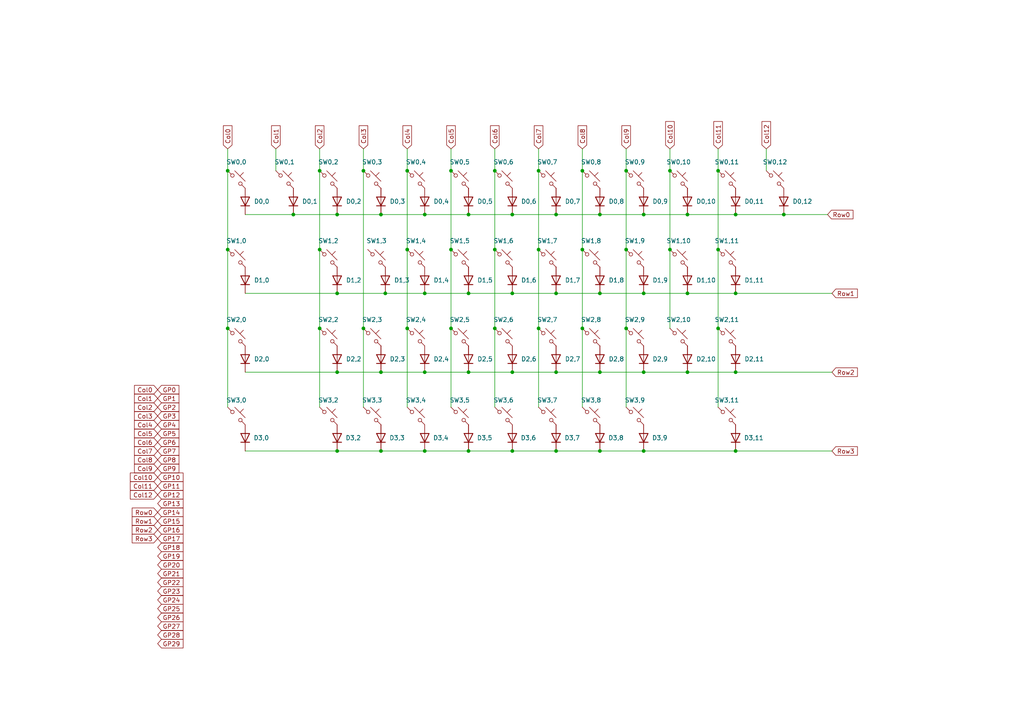
<source format=kicad_sch>
(kicad_sch
	(version 20250114)
	(generator "eeschema")
	(generator_version "9.0")
	(uuid "2e3181fe-ee3c-478d-8961-58256639dc5f")
	(paper "A4")
	(lib_symbols
		(symbol "Diode:1N4148W"
			(pin_numbers
				(hide yes)
			)
			(pin_names
				(hide yes)
			)
			(exclude_from_sim no)
			(in_bom yes)
			(on_board yes)
			(property "Reference" "D"
				(at 0 2.54 0)
				(effects
					(font
						(size 1.27 1.27)
					)
				)
			)
			(property "Value" "1N4148W"
				(at 0 -2.54 0)
				(effects
					(font
						(size 1.27 1.27)
					)
				)
			)
			(property "Footprint" "Diode_SMD:D_SOD-123"
				(at 0 -4.445 0)
				(effects
					(font
						(size 1.27 1.27)
					)
					(hide yes)
				)
			)
			(property "Datasheet" "https://www.vishay.com/docs/85748/1n4148w.pdf"
				(at 0 0 0)
				(effects
					(font
						(size 1.27 1.27)
					)
					(hide yes)
				)
			)
			(property "Description" "75V 0.15A Fast Switching Diode, SOD-123"
				(at 0 0 0)
				(effects
					(font
						(size 1.27 1.27)
					)
					(hide yes)
				)
			)
			(property "Sim.Device" "D"
				(at 0 0 0)
				(effects
					(font
						(size 1.27 1.27)
					)
					(hide yes)
				)
			)
			(property "Sim.Pins" "1=K 2=A"
				(at 0 0 0)
				(effects
					(font
						(size 1.27 1.27)
					)
					(hide yes)
				)
			)
			(property "ki_keywords" "diode"
				(at 0 0 0)
				(effects
					(font
						(size 1.27 1.27)
					)
					(hide yes)
				)
			)
			(property "ki_fp_filters" "D*SOD?123*"
				(at 0 0 0)
				(effects
					(font
						(size 1.27 1.27)
					)
					(hide yes)
				)
			)
			(symbol "1N4148W_0_1"
				(polyline
					(pts
						(xy -1.27 1.27) (xy -1.27 -1.27)
					)
					(stroke
						(width 0.254)
						(type default)
					)
					(fill
						(type none)
					)
				)
				(polyline
					(pts
						(xy 1.27 1.27) (xy 1.27 -1.27) (xy -1.27 0) (xy 1.27 1.27)
					)
					(stroke
						(width 0.254)
						(type default)
					)
					(fill
						(type none)
					)
				)
				(polyline
					(pts
						(xy 1.27 0) (xy -1.27 0)
					)
					(stroke
						(width 0)
						(type default)
					)
					(fill
						(type none)
					)
				)
			)
			(symbol "1N4148W_1_1"
				(pin passive line
					(at -3.81 0 0)
					(length 2.54)
					(name "K"
						(effects
							(font
								(size 1.27 1.27)
							)
						)
					)
					(number "1"
						(effects
							(font
								(size 1.27 1.27)
							)
						)
					)
				)
				(pin passive line
					(at 3.81 0 180)
					(length 2.54)
					(name "A"
						(effects
							(font
								(size 1.27 1.27)
							)
						)
					)
					(number "2"
						(effects
							(font
								(size 1.27 1.27)
							)
						)
					)
				)
			)
			(embedded_fonts no)
		)
		(symbol "PCM_marbastlib-mx:MX_SW_solder"
			(pin_numbers
				(hide yes)
			)
			(pin_names
				(offset 1.016)
				(hide yes)
			)
			(exclude_from_sim no)
			(in_bom yes)
			(on_board yes)
			(property "Reference" "MX"
				(at 3.048 1.016 0)
				(effects
					(font
						(size 1.27 1.27)
					)
					(justify left)
				)
			)
			(property "Value" "MX_SW_solder"
				(at 0 -3.81 0)
				(effects
					(font
						(size 1.27 1.27)
					)
				)
			)
			(property "Footprint" "PCM_marbastlib-mx:SW_MX_1u"
				(at 0 0 0)
				(effects
					(font
						(size 1.27 1.27)
					)
					(hide yes)
				)
			)
			(property "Datasheet" "~"
				(at 0 0 0)
				(effects
					(font
						(size 1.27 1.27)
					)
					(hide yes)
				)
			)
			(property "Description" "Push button switch, normally open, two pins, 45° tilted"
				(at 0 0 0)
				(effects
					(font
						(size 1.27 1.27)
					)
					(hide yes)
				)
			)
			(property "ki_keywords" "switch normally-open pushbutton push-button"
				(at 0 0 0)
				(effects
					(font
						(size 1.27 1.27)
					)
					(hide yes)
				)
			)
			(symbol "MX_SW_solder_0_1"
				(polyline
					(pts
						(xy -2.54 2.54) (xy -1.524 1.524) (xy -1.524 1.524)
					)
					(stroke
						(width 0)
						(type default)
					)
					(fill
						(type none)
					)
				)
				(circle
					(center -1.1684 1.1684)
					(radius 0.508)
					(stroke
						(width 0)
						(type default)
					)
					(fill
						(type none)
					)
				)
				(polyline
					(pts
						(xy -0.508 2.54) (xy 2.54 -0.508)
					)
					(stroke
						(width 0)
						(type default)
					)
					(fill
						(type none)
					)
				)
				(polyline
					(pts
						(xy 1.016 1.016) (xy 2.032 2.032)
					)
					(stroke
						(width 0)
						(type default)
					)
					(fill
						(type none)
					)
				)
				(circle
					(center 1.143 -1.1938)
					(radius 0.508)
					(stroke
						(width 0)
						(type default)
					)
					(fill
						(type none)
					)
				)
				(polyline
					(pts
						(xy 1.524 -1.524) (xy 2.54 -2.54) (xy 2.54 -2.54) (xy 2.54 -2.54)
					)
					(stroke
						(width 0)
						(type default)
					)
					(fill
						(type none)
					)
				)
				(pin passive line
					(at -2.54 2.54 0)
					(length 0)
					(name "1"
						(effects
							(font
								(size 1.27 1.27)
							)
						)
					)
					(number "1"
						(effects
							(font
								(size 1.27 1.27)
							)
						)
					)
				)
				(pin passive line
					(at 2.54 -2.54 180)
					(length 0)
					(name "2"
						(effects
							(font
								(size 1.27 1.27)
							)
						)
					)
					(number "2"
						(effects
							(font
								(size 1.27 1.27)
							)
						)
					)
				)
			)
			(embedded_fonts no)
		)
	)
	(junction
		(at 186.69 85.09)
		(diameter 0)
		(color 0 0 0 0)
		(uuid "0776602a-d274-4ea4-99bf-cad5ca7b414e")
	)
	(junction
		(at 110.49 130.81)
		(diameter 0)
		(color 0 0 0 0)
		(uuid "07f97a6e-efb1-4392-b2b5-4ba66d117c6e")
	)
	(junction
		(at 97.79 130.81)
		(diameter 0)
		(color 0 0 0 0)
		(uuid "08cb0ed6-a937-49b1-9afb-9fd1236362a7")
	)
	(junction
		(at 85.09 62.23)
		(diameter 0)
		(color 0 0 0 0)
		(uuid "1501058b-fc70-41f3-b351-0cf1acb4ddc3")
	)
	(junction
		(at 156.21 49.53)
		(diameter 0)
		(color 0 0 0 0)
		(uuid "15fee6f9-2775-4dcd-bd06-88c0706033f3")
	)
	(junction
		(at 105.41 95.25)
		(diameter 0)
		(color 0 0 0 0)
		(uuid "15ffe13e-7116-4888-a99d-9496a73f6734")
	)
	(junction
		(at 199.39 107.95)
		(diameter 0)
		(color 0 0 0 0)
		(uuid "186729d7-d11b-43be-b62e-9e295adfc102")
	)
	(junction
		(at 135.89 130.81)
		(diameter 0)
		(color 0 0 0 0)
		(uuid "1870cd99-eeee-4262-a045-00262010a166")
	)
	(junction
		(at 186.69 107.95)
		(diameter 0)
		(color 0 0 0 0)
		(uuid "1a2253e9-6ef7-4fb1-ba3b-0059739f6213")
	)
	(junction
		(at 66.04 49.53)
		(diameter 0)
		(color 0 0 0 0)
		(uuid "1acceec7-0100-4ced-96db-adbb82567716")
	)
	(junction
		(at 199.39 62.23)
		(diameter 0)
		(color 0 0 0 0)
		(uuid "1d203d18-6b05-44db-95a7-b67ed82d0018")
	)
	(junction
		(at 143.51 95.25)
		(diameter 0)
		(color 0 0 0 0)
		(uuid "2211a110-1775-45cd-8ecf-c3d83b384bb8")
	)
	(junction
		(at 213.36 62.23)
		(diameter 0)
		(color 0 0 0 0)
		(uuid "235ea2e6-7974-439c-a320-bb2a7c003f87")
	)
	(junction
		(at 173.99 130.81)
		(diameter 0)
		(color 0 0 0 0)
		(uuid "251babd0-9b64-4967-8971-ed966a600f62")
	)
	(junction
		(at 123.19 85.09)
		(diameter 0)
		(color 0 0 0 0)
		(uuid "29b5237d-9e02-4943-965e-4fca829f0f34")
	)
	(junction
		(at 148.59 62.23)
		(diameter 0)
		(color 0 0 0 0)
		(uuid "304b590a-8e6c-4b3e-9363-4c77e21f94f4")
	)
	(junction
		(at 110.49 62.23)
		(diameter 0)
		(color 0 0 0 0)
		(uuid "4212fbcb-a911-447b-85e0-e6d3bc9c70fd")
	)
	(junction
		(at 92.71 49.53)
		(diameter 0)
		(color 0 0 0 0)
		(uuid "4447f28a-92ba-4bcb-b907-67b0436ddb87")
	)
	(junction
		(at 181.61 95.25)
		(diameter 0)
		(color 0 0 0 0)
		(uuid "4591437d-0748-4ac2-9eb7-7cc80deba57a")
	)
	(junction
		(at 199.39 85.09)
		(diameter 0)
		(color 0 0 0 0)
		(uuid "4e73368c-e4b2-423f-9ded-334be46c90b3")
	)
	(junction
		(at 118.11 49.53)
		(diameter 0)
		(color 0 0 0 0)
		(uuid "57acfe83-ce76-49cf-b538-86a2be9eef47")
	)
	(junction
		(at 97.79 107.95)
		(diameter 0)
		(color 0 0 0 0)
		(uuid "5f5112ce-04c3-439d-995c-d1b4cef436ea")
	)
	(junction
		(at 208.28 95.25)
		(diameter 0)
		(color 0 0 0 0)
		(uuid "600d030b-b6fe-44f5-b7cb-bc1402c76c30")
	)
	(junction
		(at 130.81 49.53)
		(diameter 0)
		(color 0 0 0 0)
		(uuid "61e1f73e-30a3-46b2-b465-e32ef966210b")
	)
	(junction
		(at 173.99 62.23)
		(diameter 0)
		(color 0 0 0 0)
		(uuid "64e9b98c-b00e-4787-9669-2666d0e390ce")
	)
	(junction
		(at 168.91 72.39)
		(diameter 0)
		(color 0 0 0 0)
		(uuid "6829d0ce-ecf3-49af-90dc-add61495a0ba")
	)
	(junction
		(at 123.19 62.23)
		(diameter 0)
		(color 0 0 0 0)
		(uuid "6aac827f-c0fc-4c4d-9694-7570698d214e")
	)
	(junction
		(at 186.69 130.81)
		(diameter 0)
		(color 0 0 0 0)
		(uuid "6d97a58f-f95f-4676-be17-24bbcbd7f7a2")
	)
	(junction
		(at 92.71 72.39)
		(diameter 0)
		(color 0 0 0 0)
		(uuid "78eaf790-a978-400f-936c-8d4f8b58199f")
	)
	(junction
		(at 143.51 72.39)
		(diameter 0)
		(color 0 0 0 0)
		(uuid "808ae07f-85c6-4e50-8963-fc48832ff1d4")
	)
	(junction
		(at 97.79 85.09)
		(diameter 0)
		(color 0 0 0 0)
		(uuid "80f64a69-771b-4dab-a1e5-22fc30b47d35")
	)
	(junction
		(at 97.79 62.23)
		(diameter 0)
		(color 0 0 0 0)
		(uuid "833ab4d2-b61e-499c-b473-a6cc50262180")
	)
	(junction
		(at 161.29 107.95)
		(diameter 0)
		(color 0 0 0 0)
		(uuid "8766d493-68b3-4722-9784-d86587723933")
	)
	(junction
		(at 123.19 130.81)
		(diameter 0)
		(color 0 0 0 0)
		(uuid "8bda46e8-de23-4057-b9a8-8a164aed401b")
	)
	(junction
		(at 181.61 72.39)
		(diameter 0)
		(color 0 0 0 0)
		(uuid "8d5863cf-6c20-40cc-aa06-8fabb4872e4e")
	)
	(junction
		(at 148.59 130.81)
		(diameter 0)
		(color 0 0 0 0)
		(uuid "8df93464-367d-4be6-a10e-67186f43ea35")
	)
	(junction
		(at 161.29 130.81)
		(diameter 0)
		(color 0 0 0 0)
		(uuid "8ed7cd6e-2c24-4a52-a876-4de30c915625")
	)
	(junction
		(at 105.41 49.53)
		(diameter 0)
		(color 0 0 0 0)
		(uuid "8eeb4db0-d647-45c9-af97-1d00214bb414")
	)
	(junction
		(at 92.71 95.25)
		(diameter 0)
		(color 0 0 0 0)
		(uuid "923c4cf3-d305-47f3-9264-62c188b48277")
	)
	(junction
		(at 130.81 95.25)
		(diameter 0)
		(color 0 0 0 0)
		(uuid "96b279af-f3af-4c9c-873c-96ac3c0c5db2")
	)
	(junction
		(at 194.31 72.39)
		(diameter 0)
		(color 0 0 0 0)
		(uuid "9e8f9495-b90e-41d7-a35c-f6e1a85f5085")
	)
	(junction
		(at 168.91 95.25)
		(diameter 0)
		(color 0 0 0 0)
		(uuid "9ea48866-1e94-407d-9742-ef18b9a075ad")
	)
	(junction
		(at 135.89 85.09)
		(diameter 0)
		(color 0 0 0 0)
		(uuid "a27188fc-89fa-4d3a-a3e3-6d554d2261bd")
	)
	(junction
		(at 66.04 72.39)
		(diameter 0)
		(color 0 0 0 0)
		(uuid "a7888eea-39e9-42bd-8e23-006244504607")
	)
	(junction
		(at 148.59 107.95)
		(diameter 0)
		(color 0 0 0 0)
		(uuid "a8491173-0e4c-4b99-9c20-da94dcede61f")
	)
	(junction
		(at 213.36 85.09)
		(diameter 0)
		(color 0 0 0 0)
		(uuid "a9bab7c4-3f73-4113-861c-9eceedac9c01")
	)
	(junction
		(at 194.31 49.53)
		(diameter 0)
		(color 0 0 0 0)
		(uuid "ab98ff80-befc-45b8-b994-24b6adeb3897")
	)
	(junction
		(at 135.89 62.23)
		(diameter 0)
		(color 0 0 0 0)
		(uuid "ac955721-3618-433a-a488-75eadaa672f7")
	)
	(junction
		(at 118.11 72.39)
		(diameter 0)
		(color 0 0 0 0)
		(uuid "ad38a3fe-515e-4bd5-b5c9-bb5d7f34951c")
	)
	(junction
		(at 161.29 85.09)
		(diameter 0)
		(color 0 0 0 0)
		(uuid "ae4db32f-e263-409e-9f3d-1df728996a87")
	)
	(junction
		(at 111.76 85.09)
		(diameter 0)
		(color 0 0 0 0)
		(uuid "b52924ea-9faa-4fe6-9c6d-8197dd0b8c6f")
	)
	(junction
		(at 130.81 72.39)
		(diameter 0)
		(color 0 0 0 0)
		(uuid "b93d054a-4c99-4eea-9e1a-eee4400df751")
	)
	(junction
		(at 148.59 85.09)
		(diameter 0)
		(color 0 0 0 0)
		(uuid "bc995021-754a-471c-b04f-eaa5ea4b95d5")
	)
	(junction
		(at 213.36 130.81)
		(diameter 0)
		(color 0 0 0 0)
		(uuid "bd53e07d-731b-4569-80a6-d07c836fcc3d")
	)
	(junction
		(at 135.89 107.95)
		(diameter 0)
		(color 0 0 0 0)
		(uuid "be586e39-9ff0-4e5a-84a2-351df4549afe")
	)
	(junction
		(at 161.29 62.23)
		(diameter 0)
		(color 0 0 0 0)
		(uuid "c138436a-b5a5-4f2a-8bc7-a3989586fd94")
	)
	(junction
		(at 227.33 62.23)
		(diameter 0)
		(color 0 0 0 0)
		(uuid "c6ff91a9-282f-4515-ac19-dd1126a26b8e")
	)
	(junction
		(at 208.28 72.39)
		(diameter 0)
		(color 0 0 0 0)
		(uuid "c8a427b4-2359-41a6-aa70-3f7eaaabe141")
	)
	(junction
		(at 181.61 49.53)
		(diameter 0)
		(color 0 0 0 0)
		(uuid "cad6ffc3-8862-412e-a3af-544cbaa99d38")
	)
	(junction
		(at 173.99 85.09)
		(diameter 0)
		(color 0 0 0 0)
		(uuid "ccd096a9-31d0-490e-bba9-1830c8c5229b")
	)
	(junction
		(at 123.19 107.95)
		(diameter 0)
		(color 0 0 0 0)
		(uuid "d02c861f-f16e-4e9b-855b-c17ca67cca8c")
	)
	(junction
		(at 208.28 49.53)
		(diameter 0)
		(color 0 0 0 0)
		(uuid "d0e21e85-ed05-4900-9088-ff02582b428c")
	)
	(junction
		(at 110.49 107.95)
		(diameter 0)
		(color 0 0 0 0)
		(uuid "da057880-c1a8-4568-b4d4-44d485404a10")
	)
	(junction
		(at 186.69 62.23)
		(diameter 0)
		(color 0 0 0 0)
		(uuid "ddc9926a-61ac-4995-9349-223188a9f6a4")
	)
	(junction
		(at 173.99 107.95)
		(diameter 0)
		(color 0 0 0 0)
		(uuid "de003ec8-c227-473c-920e-94a3a4f12a3e")
	)
	(junction
		(at 143.51 49.53)
		(diameter 0)
		(color 0 0 0 0)
		(uuid "e28a22c9-d108-4091-bf01-35ec087224a1")
	)
	(junction
		(at 156.21 72.39)
		(diameter 0)
		(color 0 0 0 0)
		(uuid "e37f2cef-d655-47ad-8319-b504c4fc28e3")
	)
	(junction
		(at 156.21 95.25)
		(diameter 0)
		(color 0 0 0 0)
		(uuid "e4aef1ac-63c6-4dc9-a2ad-abc2232ebf5b")
	)
	(junction
		(at 213.36 107.95)
		(diameter 0)
		(color 0 0 0 0)
		(uuid "f02ee927-8bbc-4148-9720-60b6b301bbe3")
	)
	(junction
		(at 168.91 49.53)
		(diameter 0)
		(color 0 0 0 0)
		(uuid "f4f6a9ab-70f8-42cd-a694-41d81deef4f3")
	)
	(junction
		(at 66.04 95.25)
		(diameter 0)
		(color 0 0 0 0)
		(uuid "f53f63d6-0ee1-4610-9c23-54c64206064a")
	)
	(junction
		(at 118.11 95.25)
		(diameter 0)
		(color 0 0 0 0)
		(uuid "f8c0f3d4-b9d5-48a1-8dae-07b74a758ba7")
	)
	(wire
		(pts
			(xy 173.99 62.23) (xy 186.69 62.23)
		)
		(stroke
			(width 0)
			(type default)
		)
		(uuid "004cb543-171b-44f8-a5b5-bdc50eef956d")
	)
	(wire
		(pts
			(xy 161.29 85.09) (xy 173.99 85.09)
		)
		(stroke
			(width 0)
			(type default)
		)
		(uuid "011d69e1-315e-45e1-a58c-3f471eabc0a0")
	)
	(wire
		(pts
			(xy 156.21 95.25) (xy 156.21 72.39)
		)
		(stroke
			(width 0)
			(type default)
		)
		(uuid "052851ec-7115-4af7-a8d5-48d1353de834")
	)
	(wire
		(pts
			(xy 156.21 118.11) (xy 156.21 95.25)
		)
		(stroke
			(width 0)
			(type default)
		)
		(uuid "0621ed50-7c3f-4052-aa5e-bae03e559255")
	)
	(wire
		(pts
			(xy 168.91 72.39) (xy 168.91 95.25)
		)
		(stroke
			(width 0)
			(type default)
		)
		(uuid "0b2ec446-fc73-47ef-b60f-41d61c4037bb")
	)
	(wire
		(pts
			(xy 143.51 72.39) (xy 143.51 95.25)
		)
		(stroke
			(width 0)
			(type default)
		)
		(uuid "0ba77b62-732e-49ef-ac93-3e530f5b9fe0")
	)
	(wire
		(pts
			(xy 186.69 107.95) (xy 199.39 107.95)
		)
		(stroke
			(width 0)
			(type default)
		)
		(uuid "0eb1eb08-03a5-475c-844b-1d0de19b8843")
	)
	(wire
		(pts
			(xy 173.99 107.95) (xy 186.69 107.95)
		)
		(stroke
			(width 0)
			(type default)
		)
		(uuid "143d921d-9ca8-4bb3-a0ad-2d91d54ef449")
	)
	(wire
		(pts
			(xy 118.11 95.25) (xy 118.11 118.11)
		)
		(stroke
			(width 0)
			(type default)
		)
		(uuid "14936310-4eb6-4947-9dde-ec7dda446e1d")
	)
	(wire
		(pts
			(xy 111.76 85.09) (xy 123.19 85.09)
		)
		(stroke
			(width 0)
			(type default)
		)
		(uuid "1662ef52-8a37-43fa-9069-c3a23a34cffc")
	)
	(wire
		(pts
			(xy 161.29 130.81) (xy 173.99 130.81)
		)
		(stroke
			(width 0)
			(type default)
		)
		(uuid "26715932-163b-4134-8041-c3510538174e")
	)
	(wire
		(pts
			(xy 143.51 95.25) (xy 143.51 118.11)
		)
		(stroke
			(width 0)
			(type default)
		)
		(uuid "2783d07f-4fc5-4317-a1b6-07d291c4c0da")
	)
	(wire
		(pts
			(xy 161.29 62.23) (xy 173.99 62.23)
		)
		(stroke
			(width 0)
			(type default)
		)
		(uuid "27e08167-f00f-41b7-bbd1-2315617fc382")
	)
	(wire
		(pts
			(xy 66.04 43.18) (xy 66.04 49.53)
		)
		(stroke
			(width 0)
			(type default)
		)
		(uuid "2d75263f-3385-4900-b0c9-a4a158db227a")
	)
	(wire
		(pts
			(xy 123.19 62.23) (xy 135.89 62.23)
		)
		(stroke
			(width 0)
			(type default)
		)
		(uuid "2eb4ddab-ebf6-4a0b-988d-c3ac800b35b8")
	)
	(wire
		(pts
			(xy 168.91 95.25) (xy 168.91 118.11)
		)
		(stroke
			(width 0)
			(type default)
		)
		(uuid "31eb6074-8efe-495d-bacd-f8e70cca149e")
	)
	(wire
		(pts
			(xy 110.49 62.23) (xy 123.19 62.23)
		)
		(stroke
			(width 0)
			(type default)
		)
		(uuid "3a24ff38-2c08-40e8-b49f-00c5698c75cc")
	)
	(wire
		(pts
			(xy 92.71 43.18) (xy 92.71 49.53)
		)
		(stroke
			(width 0)
			(type default)
		)
		(uuid "3b54c571-35d3-4211-ac12-e1a2c94623fe")
	)
	(wire
		(pts
			(xy 199.39 62.23) (xy 213.36 62.23)
		)
		(stroke
			(width 0)
			(type default)
		)
		(uuid "3e2159e7-a7ef-42c3-9fdd-80b97c0125ef")
	)
	(wire
		(pts
			(xy 186.69 62.23) (xy 199.39 62.23)
		)
		(stroke
			(width 0)
			(type default)
		)
		(uuid "40b93a21-3bce-4462-a56c-e42fef3783ca")
	)
	(wire
		(pts
			(xy 66.04 95.25) (xy 66.04 118.11)
		)
		(stroke
			(width 0)
			(type default)
		)
		(uuid "41db9962-1ad6-4906-9cd6-b54dd267d24d")
	)
	(wire
		(pts
			(xy 130.81 95.25) (xy 130.81 118.11)
		)
		(stroke
			(width 0)
			(type default)
		)
		(uuid "420d794a-45b7-455f-873b-60de8f5df9ff")
	)
	(wire
		(pts
			(xy 105.41 43.18) (xy 105.41 49.53)
		)
		(stroke
			(width 0)
			(type default)
		)
		(uuid "431e9526-e635-4093-8c64-f3221d57478a")
	)
	(wire
		(pts
			(xy 110.49 107.95) (xy 123.19 107.95)
		)
		(stroke
			(width 0)
			(type default)
		)
		(uuid "470f2315-0a8f-410a-a001-8fed178dc990")
	)
	(wire
		(pts
			(xy 80.01 43.18) (xy 80.01 49.53)
		)
		(stroke
			(width 0)
			(type default)
		)
		(uuid "4f44bfa9-c573-454d-8de2-734ca55d3be8")
	)
	(wire
		(pts
			(xy 97.79 85.09) (xy 111.76 85.09)
		)
		(stroke
			(width 0)
			(type default)
		)
		(uuid "539879ec-3b41-4cd2-9921-1ac14e353c05")
	)
	(wire
		(pts
			(xy 97.79 62.23) (xy 110.49 62.23)
		)
		(stroke
			(width 0)
			(type default)
		)
		(uuid "53ab9b4f-a89c-4705-a9ae-fc7ce99cb289")
	)
	(wire
		(pts
			(xy 156.21 43.18) (xy 156.21 49.53)
		)
		(stroke
			(width 0)
			(type default)
		)
		(uuid "59515525-1d57-48e6-9c45-2471eab24b82")
	)
	(wire
		(pts
			(xy 110.49 130.81) (xy 123.19 130.81)
		)
		(stroke
			(width 0)
			(type default)
		)
		(uuid "59acf1e3-4fd7-4e22-ae47-7d6b0ed86641")
	)
	(wire
		(pts
			(xy 130.81 43.18) (xy 130.81 49.53)
		)
		(stroke
			(width 0)
			(type default)
		)
		(uuid "59b42e68-3a02-4419-88fb-806a79bb56a0")
	)
	(wire
		(pts
			(xy 181.61 72.39) (xy 181.61 49.53)
		)
		(stroke
			(width 0)
			(type default)
		)
		(uuid "5b4c80c5-d016-4508-9e5d-44b491b86e9b")
	)
	(wire
		(pts
			(xy 148.59 62.23) (xy 161.29 62.23)
		)
		(stroke
			(width 0)
			(type default)
		)
		(uuid "5bde0eaf-0211-4db7-84f7-86afbc992ff1")
	)
	(wire
		(pts
			(xy 97.79 107.95) (xy 110.49 107.95)
		)
		(stroke
			(width 0)
			(type default)
		)
		(uuid "607a5728-c5d0-4c8c-9d6b-f6348db336fa")
	)
	(wire
		(pts
			(xy 222.25 43.18) (xy 222.25 49.53)
		)
		(stroke
			(width 0)
			(type default)
		)
		(uuid "60c83ed3-a610-445e-9a22-6f14889d2fc4")
	)
	(wire
		(pts
			(xy 148.59 130.81) (xy 161.29 130.81)
		)
		(stroke
			(width 0)
			(type default)
		)
		(uuid "65d4689e-7424-44e5-9ce2-d828db6b8ef4")
	)
	(wire
		(pts
			(xy 227.33 62.23) (xy 240.03 62.23)
		)
		(stroke
			(width 0)
			(type default)
		)
		(uuid "6c2f1600-b52a-4748-be42-abb5b55e0237")
	)
	(wire
		(pts
			(xy 143.51 49.53) (xy 143.51 72.39)
		)
		(stroke
			(width 0)
			(type default)
		)
		(uuid "6ca935ca-09cd-45db-b060-e6f78a4add13")
	)
	(wire
		(pts
			(xy 194.31 49.53) (xy 194.31 72.39)
		)
		(stroke
			(width 0)
			(type default)
		)
		(uuid "7203226c-b66e-452a-9de2-af4f9ef9d04a")
	)
	(wire
		(pts
			(xy 130.81 95.25) (xy 130.81 72.39)
		)
		(stroke
			(width 0)
			(type default)
		)
		(uuid "7208a8f5-8efa-40ee-b4c7-131fe42bdb6d")
	)
	(wire
		(pts
			(xy 156.21 72.39) (xy 156.21 49.53)
		)
		(stroke
			(width 0)
			(type default)
		)
		(uuid "797dd526-0bb4-467b-8fe4-0a6316762824")
	)
	(wire
		(pts
			(xy 194.31 72.39) (xy 194.31 95.25)
		)
		(stroke
			(width 0)
			(type default)
		)
		(uuid "7cba56a6-90a3-4689-a64f-e6a5f9b3bd26")
	)
	(wire
		(pts
			(xy 135.89 62.23) (xy 148.59 62.23)
		)
		(stroke
			(width 0)
			(type default)
		)
		(uuid "7f3b08c9-a598-4b3e-83f0-f46389eb2439")
	)
	(wire
		(pts
			(xy 213.36 130.81) (xy 241.3 130.81)
		)
		(stroke
			(width 0)
			(type default)
		)
		(uuid "7f4147c8-6130-4907-9360-e53a3ffb28fa")
	)
	(wire
		(pts
			(xy 168.91 49.53) (xy 168.91 72.39)
		)
		(stroke
			(width 0)
			(type default)
		)
		(uuid "8202dda9-b899-4872-822d-84d330ed47de")
	)
	(wire
		(pts
			(xy 130.81 72.39) (xy 130.81 49.53)
		)
		(stroke
			(width 0)
			(type default)
		)
		(uuid "83b6f9d3-a528-4778-a557-7a910aa35aa5")
	)
	(wire
		(pts
			(xy 148.59 85.09) (xy 161.29 85.09)
		)
		(stroke
			(width 0)
			(type default)
		)
		(uuid "878c3aa4-bb20-4f6b-b4fd-b0730457d5ac")
	)
	(wire
		(pts
			(xy 194.31 43.18) (xy 194.31 49.53)
		)
		(stroke
			(width 0)
			(type default)
		)
		(uuid "89bf9768-e8c1-4414-befc-3bc95b8520c0")
	)
	(wire
		(pts
			(xy 92.71 118.11) (xy 92.71 95.25)
		)
		(stroke
			(width 0)
			(type default)
		)
		(uuid "8d56c175-a019-4b8c-bab2-2a07729f4c06")
	)
	(wire
		(pts
			(xy 105.41 49.53) (xy 105.41 95.25)
		)
		(stroke
			(width 0)
			(type default)
		)
		(uuid "8ea16545-c4e0-4626-b037-146516e43362")
	)
	(wire
		(pts
			(xy 186.69 85.09) (xy 199.39 85.09)
		)
		(stroke
			(width 0)
			(type default)
		)
		(uuid "91713e78-45d5-4b5a-a85f-25c969ed52f4")
	)
	(wire
		(pts
			(xy 213.36 62.23) (xy 227.33 62.23)
		)
		(stroke
			(width 0)
			(type default)
		)
		(uuid "922f818a-29db-4982-a86a-7d7c6e57cd41")
	)
	(wire
		(pts
			(xy 71.12 107.95) (xy 97.79 107.95)
		)
		(stroke
			(width 0)
			(type default)
		)
		(uuid "92c6dfb9-1049-4ba5-b024-7d0931dc0281")
	)
	(wire
		(pts
			(xy 71.12 62.23) (xy 85.09 62.23)
		)
		(stroke
			(width 0)
			(type default)
		)
		(uuid "9364bc96-e8f6-4bf8-a4c9-7135be196da5")
	)
	(wire
		(pts
			(xy 199.39 107.95) (xy 213.36 107.95)
		)
		(stroke
			(width 0)
			(type default)
		)
		(uuid "952b0c72-95a3-4b3b-b4f9-6d6c493dd820")
	)
	(wire
		(pts
			(xy 181.61 49.53) (xy 181.61 43.18)
		)
		(stroke
			(width 0)
			(type default)
		)
		(uuid "974cc43f-583b-4822-8c39-25e59ebf625a")
	)
	(wire
		(pts
			(xy 92.71 72.39) (xy 92.71 49.53)
		)
		(stroke
			(width 0)
			(type default)
		)
		(uuid "97cf6ab0-d5b9-48eb-abf0-9c28ae3d5f92")
	)
	(wire
		(pts
			(xy 118.11 72.39) (xy 118.11 95.25)
		)
		(stroke
			(width 0)
			(type default)
		)
		(uuid "97e74541-7195-49a7-b3d2-91f27b9cef54")
	)
	(wire
		(pts
			(xy 71.12 130.81) (xy 97.79 130.81)
		)
		(stroke
			(width 0)
			(type default)
		)
		(uuid "9813591a-f65e-4bb5-af00-7e67fbadbebd")
	)
	(wire
		(pts
			(xy 85.09 62.23) (xy 97.79 62.23)
		)
		(stroke
			(width 0)
			(type default)
		)
		(uuid "983ebab8-f299-4935-a40c-5f3974b1549e")
	)
	(wire
		(pts
			(xy 168.91 43.18) (xy 168.91 49.53)
		)
		(stroke
			(width 0)
			(type default)
		)
		(uuid "9de16c2b-7b45-43cd-804e-1984b70aa957")
	)
	(wire
		(pts
			(xy 208.28 95.25) (xy 208.28 118.11)
		)
		(stroke
			(width 0)
			(type default)
		)
		(uuid "a0ff0662-79e1-4cf0-9173-cc88e0aead69")
	)
	(wire
		(pts
			(xy 213.36 107.95) (xy 241.3 107.95)
		)
		(stroke
			(width 0)
			(type default)
		)
		(uuid "aa6746c3-c9a1-434a-a9b7-4105ac2fc357")
	)
	(wire
		(pts
			(xy 143.51 43.18) (xy 143.51 49.53)
		)
		(stroke
			(width 0)
			(type default)
		)
		(uuid "ad56304e-afc4-458d-8d09-73aa0a9bd3e7")
	)
	(wire
		(pts
			(xy 71.12 85.09) (xy 97.79 85.09)
		)
		(stroke
			(width 0)
			(type default)
		)
		(uuid "b270e529-8305-4179-a17a-c0b3679c04f7")
	)
	(wire
		(pts
			(xy 118.11 49.53) (xy 118.11 72.39)
		)
		(stroke
			(width 0)
			(type default)
		)
		(uuid "b653f52e-89d3-4904-af99-23767736c29f")
	)
	(wire
		(pts
			(xy 118.11 43.18) (xy 118.11 49.53)
		)
		(stroke
			(width 0)
			(type default)
		)
		(uuid "b8ece513-978e-45d8-a158-437606368547")
	)
	(wire
		(pts
			(xy 97.79 130.81) (xy 110.49 130.81)
		)
		(stroke
			(width 0)
			(type default)
		)
		(uuid "bdbf0d94-bd54-40a3-ab9f-78fcccc1ed7d")
	)
	(wire
		(pts
			(xy 173.99 85.09) (xy 186.69 85.09)
		)
		(stroke
			(width 0)
			(type default)
		)
		(uuid "c5c9d940-5628-4627-aa77-024f0b6d50ee")
	)
	(wire
		(pts
			(xy 123.19 107.95) (xy 135.89 107.95)
		)
		(stroke
			(width 0)
			(type default)
		)
		(uuid "c5d088a9-8b2c-4d75-8c68-254b12a2ffdd")
	)
	(wire
		(pts
			(xy 213.36 85.09) (xy 241.3 85.09)
		)
		(stroke
			(width 0)
			(type default)
		)
		(uuid "c7c1e76e-bceb-4586-b921-06b9ec8dfdf1")
	)
	(wire
		(pts
			(xy 135.89 130.81) (xy 148.59 130.81)
		)
		(stroke
			(width 0)
			(type default)
		)
		(uuid "c7c46bba-99ab-4602-ad3b-eea6999b9559")
	)
	(wire
		(pts
			(xy 181.61 72.39) (xy 181.61 95.25)
		)
		(stroke
			(width 0)
			(type default)
		)
		(uuid "c98afb77-abde-4edc-a09f-0fa1ceb55da4")
	)
	(wire
		(pts
			(xy 173.99 130.81) (xy 186.69 130.81)
		)
		(stroke
			(width 0)
			(type default)
		)
		(uuid "cfb41a0c-4f6d-4de5-b64a-689817081da5")
	)
	(wire
		(pts
			(xy 208.28 72.39) (xy 208.28 95.25)
		)
		(stroke
			(width 0)
			(type default)
		)
		(uuid "d1fd3422-0571-4749-9ef1-dbc804bae883")
	)
	(wire
		(pts
			(xy 186.69 130.81) (xy 213.36 130.81)
		)
		(stroke
			(width 0)
			(type default)
		)
		(uuid "d2a78152-dcd9-423e-a6df-c712842b1057")
	)
	(wire
		(pts
			(xy 148.59 107.95) (xy 161.29 107.95)
		)
		(stroke
			(width 0)
			(type default)
		)
		(uuid "d2fad048-70b1-4c0b-8ef1-05ebb0ec884f")
	)
	(wire
		(pts
			(xy 105.41 95.25) (xy 105.41 118.11)
		)
		(stroke
			(width 0)
			(type default)
		)
		(uuid "dc088136-7b39-41a3-8a00-74c9c621c8bd")
	)
	(wire
		(pts
			(xy 66.04 49.53) (xy 66.04 72.39)
		)
		(stroke
			(width 0)
			(type default)
		)
		(uuid "e0db3c82-646b-4af8-80cd-f14c05281906")
	)
	(wire
		(pts
			(xy 135.89 107.95) (xy 148.59 107.95)
		)
		(stroke
			(width 0)
			(type default)
		)
		(uuid "e1ab5109-978f-4fd6-bff5-ef589ef627bc")
	)
	(wire
		(pts
			(xy 123.19 85.09) (xy 135.89 85.09)
		)
		(stroke
			(width 0)
			(type default)
		)
		(uuid "e3924891-87dd-449c-b549-03c541aecbc4")
	)
	(wire
		(pts
			(xy 66.04 72.39) (xy 66.04 95.25)
		)
		(stroke
			(width 0)
			(type default)
		)
		(uuid "e466ee70-af78-4454-8372-d109d58decd2")
	)
	(wire
		(pts
			(xy 199.39 85.09) (xy 213.36 85.09)
		)
		(stroke
			(width 0)
			(type default)
		)
		(uuid "e4c660bd-ab18-43da-87aa-6d18771d2b6d")
	)
	(wire
		(pts
			(xy 123.19 130.81) (xy 135.89 130.81)
		)
		(stroke
			(width 0)
			(type default)
		)
		(uuid "e74828f7-d3c6-4815-962a-3b10815c4947")
	)
	(wire
		(pts
			(xy 92.71 95.25) (xy 92.71 72.39)
		)
		(stroke
			(width 0)
			(type default)
		)
		(uuid "eafdb646-32e2-44a9-b262-9b1006932719")
	)
	(wire
		(pts
			(xy 181.61 95.25) (xy 181.61 118.11)
		)
		(stroke
			(width 0)
			(type default)
		)
		(uuid "ed856d95-35f6-436d-9f80-d9064ba4afb6")
	)
	(wire
		(pts
			(xy 161.29 107.95) (xy 173.99 107.95)
		)
		(stroke
			(width 0)
			(type default)
		)
		(uuid "edf79dcc-391d-4c7f-adba-0ff31c1acc77")
	)
	(wire
		(pts
			(xy 208.28 49.53) (xy 208.28 72.39)
		)
		(stroke
			(width 0)
			(type default)
		)
		(uuid "ee1ce788-d131-4a8c-8e67-058b1d7e7076")
	)
	(wire
		(pts
			(xy 135.89 85.09) (xy 148.59 85.09)
		)
		(stroke
			(width 0)
			(type default)
		)
		(uuid "f0271890-aaa4-4458-a422-e09c1a62bc40")
	)
	(wire
		(pts
			(xy 208.28 43.18) (xy 208.28 49.53)
		)
		(stroke
			(width 0)
			(type default)
		)
		(uuid "f62887e0-eb10-439d-8613-f575fc6f8e6f")
	)
	(global_label "GP18"
		(shape input)
		(at 45.72 158.75 0)
		(fields_autoplaced yes)
		(effects
			(font
				(size 1.27 1.27)
			)
			(justify left)
		)
		(uuid "0020a66f-3b72-48df-8a49-baa0c6a12621")
		(property "Intersheetrefs" "${INTERSHEET_REFS}"
			(at 52.2165 158.75 0)
			(effects
				(font
					(size 1.27 1.27)
				)
				(justify left)
				(hide yes)
			)
		)
	)
	(global_label "Col3"
		(shape input)
		(at 105.41 43.18 90)
		(fields_autoplaced yes)
		(effects
			(font
				(size 1.27 1.27)
			)
			(justify left)
		)
		(uuid "05185080-eace-49d0-b16c-aae511c8f7b0")
		(property "Intersheetrefs" "${INTERSHEET_REFS}"
			(at 105.41 35.9011 90)
			(effects
				(font
					(size 1.27 1.27)
				)
				(justify left)
				(hide yes)
			)
		)
	)
	(global_label "Col2"
		(shape input)
		(at 45.72 118.11 180)
		(fields_autoplaced yes)
		(effects
			(font
				(size 1.27 1.27)
			)
			(justify right)
		)
		(uuid "0bfe1936-ea3e-48c7-bb39-81db2197a279")
		(property "Intersheetrefs" "${INTERSHEET_REFS}"
			(at 38.4411 118.11 0)
			(effects
				(font
					(size 1.27 1.27)
				)
				(justify right)
				(hide yes)
			)
		)
	)
	(global_label "GP15"
		(shape input)
		(at 45.72 151.13 0)
		(fields_autoplaced yes)
		(effects
			(font
				(size 1.27 1.27)
			)
			(justify left)
		)
		(uuid "0f2a3675-8914-44f3-99a2-0ad14a595aa9")
		(property "Intersheetrefs" "${INTERSHEET_REFS}"
			(at 52.2165 151.13 0)
			(effects
				(font
					(size 1.27 1.27)
				)
				(justify left)
				(hide yes)
			)
		)
	)
	(global_label "Col6"
		(shape input)
		(at 45.72 128.27 180)
		(fields_autoplaced yes)
		(effects
			(font
				(size 1.27 1.27)
			)
			(justify right)
		)
		(uuid "0f768553-5120-465e-bd46-bad634c8c4cb")
		(property "Intersheetrefs" "${INTERSHEET_REFS}"
			(at 38.4411 128.27 0)
			(effects
				(font
					(size 1.27 1.27)
				)
				(justify right)
				(hide yes)
			)
		)
	)
	(global_label "Col9"
		(shape input)
		(at 181.61 43.18 90)
		(fields_autoplaced yes)
		(effects
			(font
				(size 1.27 1.27)
			)
			(justify left)
		)
		(uuid "17a909ba-3868-43f4-8f7c-e51e3bc4b88d")
		(property "Intersheetrefs" "${INTERSHEET_REFS}"
			(at 181.61 35.9011 90)
			(effects
				(font
					(size 1.27 1.27)
				)
				(justify left)
				(hide yes)
			)
		)
	)
	(global_label "GP6"
		(shape input)
		(at 45.72 128.27 0)
		(fields_autoplaced yes)
		(effects
			(font
				(size 1.27 1.27)
			)
			(justify left)
		)
		(uuid "186f7799-832e-4f1d-8118-29aaed3f5309")
		(property "Intersheetrefs" "${INTERSHEET_REFS}"
			(at 52.2165 128.27 0)
			(effects
				(font
					(size 1.27 1.27)
				)
				(justify left)
				(hide yes)
			)
		)
	)
	(global_label "GP13"
		(shape input)
		(at 45.72 146.05 0)
		(fields_autoplaced yes)
		(effects
			(font
				(size 1.27 1.27)
			)
			(justify left)
		)
		(uuid "1f0cd43f-046e-4147-952b-121fa8c64227")
		(property "Intersheetrefs" "${INTERSHEET_REFS}"
			(at 52.2165 146.05 0)
			(effects
				(font
					(size 1.27 1.27)
				)
				(justify left)
				(hide yes)
			)
		)
	)
	(global_label "GP12"
		(shape input)
		(at 45.72 143.51 0)
		(fields_autoplaced yes)
		(effects
			(font
				(size 1.27 1.27)
			)
			(justify left)
		)
		(uuid "20be6ae9-e19c-432a-8fc3-d3f0a5494910")
		(property "Intersheetrefs" "${INTERSHEET_REFS}"
			(at 52.2165 143.51 0)
			(effects
				(font
					(size 1.27 1.27)
				)
				(justify left)
				(hide yes)
			)
		)
	)
	(global_label "Row0"
		(shape input)
		(at 45.72 148.59 180)
		(fields_autoplaced yes)
		(effects
			(font
				(size 1.27 1.27)
			)
			(justify right)
		)
		(uuid "2284e3da-b2aa-4721-9931-74ae28d420de")
		(property "Intersheetrefs" "${INTERSHEET_REFS}"
			(at 37.7758 148.59 0)
			(effects
				(font
					(size 1.27 1.27)
				)
				(justify right)
				(hide yes)
			)
		)
	)
	(global_label "GP7"
		(shape input)
		(at 45.72 130.81 0)
		(fields_autoplaced yes)
		(effects
			(font
				(size 1.27 1.27)
			)
			(justify left)
		)
		(uuid "2695f523-dd70-4f93-af59-874287761cc4")
		(property "Intersheetrefs" "${INTERSHEET_REFS}"
			(at 52.2165 130.81 0)
			(effects
				(font
					(size 1.27 1.27)
				)
				(justify left)
				(hide yes)
			)
		)
	)
	(global_label "GP14"
		(shape input)
		(at 45.72 148.59 0)
		(fields_autoplaced yes)
		(effects
			(font
				(size 1.27 1.27)
			)
			(justify left)
		)
		(uuid "28927763-308f-4f1c-877e-8bbd9e9c270d")
		(property "Intersheetrefs" "${INTERSHEET_REFS}"
			(at 52.2165 148.59 0)
			(effects
				(font
					(size 1.27 1.27)
				)
				(justify left)
				(hide yes)
			)
		)
	)
	(global_label "Col7"
		(shape input)
		(at 156.21 43.18 90)
		(fields_autoplaced yes)
		(effects
			(font
				(size 1.27 1.27)
			)
			(justify left)
		)
		(uuid "2f3263ec-2cd8-4143-bf79-dadbc4208ba3")
		(property "Intersheetrefs" "${INTERSHEET_REFS}"
			(at 156.21 35.9011 90)
			(effects
				(font
					(size 1.27 1.27)
				)
				(justify left)
				(hide yes)
			)
		)
	)
	(global_label "Col3"
		(shape input)
		(at 45.72 120.65 180)
		(fields_autoplaced yes)
		(effects
			(font
				(size 1.27 1.27)
			)
			(justify right)
		)
		(uuid "379be38b-73d9-4d58-be28-073e896f8441")
		(property "Intersheetrefs" "${INTERSHEET_REFS}"
			(at 38.4411 120.65 0)
			(effects
				(font
					(size 1.27 1.27)
				)
				(justify right)
				(hide yes)
			)
		)
	)
	(global_label "GP23"
		(shape input)
		(at 45.72 171.45 0)
		(fields_autoplaced yes)
		(effects
			(font
				(size 1.27 1.27)
			)
			(justify left)
		)
		(uuid "37dad3a8-a2e7-4711-ad88-1653bcbc113c")
		(property "Intersheetrefs" "${INTERSHEET_REFS}"
			(at 52.2165 171.45 0)
			(effects
				(font
					(size 1.27 1.27)
				)
				(justify left)
				(hide yes)
			)
		)
	)
	(global_label "GP11"
		(shape input)
		(at 45.72 140.97 0)
		(fields_autoplaced yes)
		(effects
			(font
				(size 1.27 1.27)
			)
			(justify left)
		)
		(uuid "3f0eba8b-fc9c-428b-875a-2202cf04a036")
		(property "Intersheetrefs" "${INTERSHEET_REFS}"
			(at 52.2165 140.97 0)
			(effects
				(font
					(size 1.27 1.27)
				)
				(justify left)
				(hide yes)
			)
		)
	)
	(global_label "Col1"
		(shape input)
		(at 80.01 43.18 90)
		(fields_autoplaced yes)
		(effects
			(font
				(size 1.27 1.27)
			)
			(justify left)
		)
		(uuid "4786c01e-cbd3-4569-a5d5-bec00257f6e3")
		(property "Intersheetrefs" "${INTERSHEET_REFS}"
			(at 80.01 35.9011 90)
			(effects
				(font
					(size 1.27 1.27)
				)
				(justify left)
				(hide yes)
			)
		)
	)
	(global_label "GP22"
		(shape input)
		(at 45.72 168.91 0)
		(fields_autoplaced yes)
		(effects
			(font
				(size 1.27 1.27)
			)
			(justify left)
		)
		(uuid "48158db9-327f-4236-b1a9-89adc6d80a00")
		(property "Intersheetrefs" "${INTERSHEET_REFS}"
			(at 52.2165 168.91 0)
			(effects
				(font
					(size 1.27 1.27)
				)
				(justify left)
				(hide yes)
			)
		)
	)
	(global_label "Col8"
		(shape input)
		(at 45.72 133.35 180)
		(fields_autoplaced yes)
		(effects
			(font
				(size 1.27 1.27)
			)
			(justify right)
		)
		(uuid "4e777fee-cbb8-4a15-8db0-77382d0a7e06")
		(property "Intersheetrefs" "${INTERSHEET_REFS}"
			(at 38.4411 133.35 0)
			(effects
				(font
					(size 1.27 1.27)
				)
				(justify right)
				(hide yes)
			)
		)
	)
	(global_label "Col10"
		(shape input)
		(at 194.31 43.18 90)
		(fields_autoplaced yes)
		(effects
			(font
				(size 1.27 1.27)
			)
			(justify left)
		)
		(uuid "4fc43b8d-4bee-4b32-b06e-2f934f86aad1")
		(property "Intersheetrefs" "${INTERSHEET_REFS}"
			(at 194.31 34.6916 90)
			(effects
				(font
					(size 1.27 1.27)
				)
				(justify left)
				(hide yes)
			)
		)
	)
	(global_label "Col5"
		(shape input)
		(at 45.72 125.73 180)
		(fields_autoplaced yes)
		(effects
			(font
				(size 1.27 1.27)
			)
			(justify right)
		)
		(uuid "57235fd2-10e8-4274-aa1f-92d86ad729fe")
		(property "Intersheetrefs" "${INTERSHEET_REFS}"
			(at 38.4411 125.73 0)
			(effects
				(font
					(size 1.27 1.27)
				)
				(justify right)
				(hide yes)
			)
		)
	)
	(global_label "Col4"
		(shape input)
		(at 118.11 43.18 90)
		(fields_autoplaced yes)
		(effects
			(font
				(size 1.27 1.27)
			)
			(justify left)
		)
		(uuid "5b451334-7b1f-4579-95c8-93fb9bf0f7ff")
		(property "Intersheetrefs" "${INTERSHEET_REFS}"
			(at 118.11 35.9011 90)
			(effects
				(font
					(size 1.27 1.27)
				)
				(justify left)
				(hide yes)
			)
		)
	)
	(global_label "Row1"
		(shape input)
		(at 241.3 85.09 0)
		(fields_autoplaced yes)
		(effects
			(font
				(size 1.27 1.27)
			)
			(justify left)
		)
		(uuid "5dab591d-df41-4e4c-ba3b-e0aac21e00d7")
		(property "Intersheetrefs" "${INTERSHEET_REFS}"
			(at 249.2442 85.09 0)
			(effects
				(font
					(size 1.27 1.27)
				)
				(justify left)
				(hide yes)
			)
		)
	)
	(global_label "Row3"
		(shape input)
		(at 241.3 130.81 0)
		(fields_autoplaced yes)
		(effects
			(font
				(size 1.27 1.27)
			)
			(justify left)
		)
		(uuid "65accb43-4c42-490e-aa77-c8b6c19ae4be")
		(property "Intersheetrefs" "${INTERSHEET_REFS}"
			(at 249.2442 130.81 0)
			(effects
				(font
					(size 1.27 1.27)
				)
				(justify left)
				(hide yes)
			)
		)
	)
	(global_label "GP29"
		(shape input)
		(at 45.72 186.69 0)
		(fields_autoplaced yes)
		(effects
			(font
				(size 1.27 1.27)
			)
			(justify left)
		)
		(uuid "68544c00-8e95-4130-8444-1ef20efe2d3a")
		(property "Intersheetrefs" "${INTERSHEET_REFS}"
			(at 52.2165 186.69 0)
			(effects
				(font
					(size 1.27 1.27)
				)
				(justify left)
				(hide yes)
			)
		)
	)
	(global_label "GP3"
		(shape input)
		(at 45.72 120.65 0)
		(fields_autoplaced yes)
		(effects
			(font
				(size 1.27 1.27)
			)
			(justify left)
		)
		(uuid "6a1deff1-12a0-4f7d-97a1-17922279d061")
		(property "Intersheetrefs" "${INTERSHEET_REFS}"
			(at 52.2165 120.65 0)
			(effects
				(font
					(size 1.27 1.27)
				)
				(justify left)
				(hide yes)
			)
		)
	)
	(global_label "Row0"
		(shape input)
		(at 240.03 62.23 0)
		(fields_autoplaced yes)
		(effects
			(font
				(size 1.27 1.27)
			)
			(justify left)
		)
		(uuid "6ac609ab-2951-4c10-873b-09ae3efb8f75")
		(property "Intersheetrefs" "${INTERSHEET_REFS}"
			(at 247.9742 62.23 0)
			(effects
				(font
					(size 1.27 1.27)
				)
				(justify left)
				(hide yes)
			)
		)
	)
	(global_label "Row2"
		(shape input)
		(at 45.72 153.67 180)
		(fields_autoplaced yes)
		(effects
			(font
				(size 1.27 1.27)
			)
			(justify right)
		)
		(uuid "767b0bd1-0b94-4142-aa68-95d71d89fd99")
		(property "Intersheetrefs" "${INTERSHEET_REFS}"
			(at 37.7758 153.67 0)
			(effects
				(font
					(size 1.27 1.27)
				)
				(justify right)
				(hide yes)
			)
		)
	)
	(global_label "Row2"
		(shape input)
		(at 241.3 107.95 0)
		(fields_autoplaced yes)
		(effects
			(font
				(size 1.27 1.27)
			)
			(justify left)
		)
		(uuid "829b2a63-48d2-49d5-a397-8a60663dca43")
		(property "Intersheetrefs" "${INTERSHEET_REFS}"
			(at 249.2442 107.95 0)
			(effects
				(font
					(size 1.27 1.27)
				)
				(justify left)
				(hide yes)
			)
		)
	)
	(global_label "Col6"
		(shape input)
		(at 143.51 43.18 90)
		(fields_autoplaced yes)
		(effects
			(font
				(size 1.27 1.27)
			)
			(justify left)
		)
		(uuid "8a67eacd-62fa-4105-8578-3effd933448a")
		(property "Intersheetrefs" "${INTERSHEET_REFS}"
			(at 143.51 35.9011 90)
			(effects
				(font
					(size 1.27 1.27)
				)
				(justify left)
				(hide yes)
			)
		)
	)
	(global_label "Col2"
		(shape input)
		(at 92.71 43.18 90)
		(fields_autoplaced yes)
		(effects
			(font
				(size 1.27 1.27)
			)
			(justify left)
		)
		(uuid "8e8a48e0-68dc-40b6-adcd-0007c7426efe")
		(property "Intersheetrefs" "${INTERSHEET_REFS}"
			(at 92.71 35.9011 90)
			(effects
				(font
					(size 1.27 1.27)
				)
				(justify left)
				(hide yes)
			)
		)
	)
	(global_label "GP26"
		(shape input)
		(at 45.72 179.07 0)
		(fields_autoplaced yes)
		(effects
			(font
				(size 1.27 1.27)
			)
			(justify left)
		)
		(uuid "8faf8955-da00-4e7a-9b76-dc8bb1a1e355")
		(property "Intersheetrefs" "${INTERSHEET_REFS}"
			(at 52.2165 179.07 0)
			(effects
				(font
					(size 1.27 1.27)
				)
				(justify left)
				(hide yes)
			)
		)
	)
	(global_label "Col5"
		(shape input)
		(at 130.81 43.18 90)
		(fields_autoplaced yes)
		(effects
			(font
				(size 1.27 1.27)
			)
			(justify left)
		)
		(uuid "90497863-52c2-4d48-8092-6a05c87f2a25")
		(property "Intersheetrefs" "${INTERSHEET_REFS}"
			(at 130.81 35.9011 90)
			(effects
				(font
					(size 1.27 1.27)
				)
				(justify left)
				(hide yes)
			)
		)
	)
	(global_label "Col12"
		(shape input)
		(at 45.72 143.51 180)
		(fields_autoplaced yes)
		(effects
			(font
				(size 1.27 1.27)
			)
			(justify right)
		)
		(uuid "912d94a7-f7d7-4204-a314-5f04c32fc693")
		(property "Intersheetrefs" "${INTERSHEET_REFS}"
			(at 37.2316 143.51 0)
			(effects
				(font
					(size 1.27 1.27)
				)
				(justify right)
				(hide yes)
			)
		)
	)
	(global_label "GP16"
		(shape input)
		(at 45.72 153.67 0)
		(fields_autoplaced yes)
		(effects
			(font
				(size 1.27 1.27)
			)
			(justify left)
		)
		(uuid "914101c6-b447-4064-9dbf-593652ff6005")
		(property "Intersheetrefs" "${INTERSHEET_REFS}"
			(at 52.2165 153.67 0)
			(effects
				(font
					(size 1.27 1.27)
				)
				(justify left)
				(hide yes)
			)
		)
	)
	(global_label "GP20"
		(shape input)
		(at 45.72 163.83 0)
		(fields_autoplaced yes)
		(effects
			(font
				(size 1.27 1.27)
			)
			(justify left)
		)
		(uuid "91e67732-44c5-4141-89f1-22da6693c893")
		(property "Intersheetrefs" "${INTERSHEET_REFS}"
			(at 52.2165 163.83 0)
			(effects
				(font
					(size 1.27 1.27)
				)
				(justify left)
				(hide yes)
			)
		)
	)
	(global_label "Col0"
		(shape input)
		(at 66.04 43.18 90)
		(fields_autoplaced yes)
		(effects
			(font
				(size 1.27 1.27)
			)
			(justify left)
		)
		(uuid "98e6d64c-493f-480f-bff5-30e367732c98")
		(property "Intersheetrefs" "${INTERSHEET_REFS}"
			(at 66.04 35.9011 90)
			(effects
				(font
					(size 1.27 1.27)
				)
				(justify left)
				(hide yes)
			)
		)
	)
	(global_label "Col11"
		(shape input)
		(at 208.28 43.18 90)
		(fields_autoplaced yes)
		(effects
			(font
				(size 1.27 1.27)
			)
			(justify left)
		)
		(uuid "9bc0d59a-7ff9-488b-92cb-aa0ef838f3dd")
		(property "Intersheetrefs" "${INTERSHEET_REFS}"
			(at 208.28 34.6916 90)
			(effects
				(font
					(size 1.27 1.27)
				)
				(justify left)
				(hide yes)
			)
		)
	)
	(global_label "GP28"
		(shape input)
		(at 45.72 184.15 0)
		(fields_autoplaced yes)
		(effects
			(font
				(size 1.27 1.27)
			)
			(justify left)
		)
		(uuid "9fc173cf-9b2f-43c3-a37c-8e9890bd19f1")
		(property "Intersheetrefs" "${INTERSHEET_REFS}"
			(at 52.2165 184.15 0)
			(effects
				(font
					(size 1.27 1.27)
				)
				(justify left)
				(hide yes)
			)
		)
	)
	(global_label "Col11"
		(shape input)
		(at 45.72 140.97 180)
		(fields_autoplaced yes)
		(effects
			(font
				(size 1.27 1.27)
			)
			(justify right)
		)
		(uuid "a61641a3-0969-4dc5-a1da-ea70fe7c3c1f")
		(property "Intersheetrefs" "${INTERSHEET_REFS}"
			(at 37.2316 140.97 0)
			(effects
				(font
					(size 1.27 1.27)
				)
				(justify right)
				(hide yes)
			)
		)
	)
	(global_label "GP21"
		(shape input)
		(at 45.72 166.37 0)
		(fields_autoplaced yes)
		(effects
			(font
				(size 1.27 1.27)
			)
			(justify left)
		)
		(uuid "a734a2bb-6461-4e21-945d-904bf6432150")
		(property "Intersheetrefs" "${INTERSHEET_REFS}"
			(at 52.2165 166.37 0)
			(effects
				(font
					(size 1.27 1.27)
				)
				(justify left)
				(hide yes)
			)
		)
	)
	(global_label "Row1"
		(shape input)
		(at 45.72 151.13 180)
		(fields_autoplaced yes)
		(effects
			(font
				(size 1.27 1.27)
			)
			(justify right)
		)
		(uuid "a8114b16-2e31-4716-a05e-59f6e1f5392c")
		(property "Intersheetrefs" "${INTERSHEET_REFS}"
			(at 37.7758 151.13 0)
			(effects
				(font
					(size 1.27 1.27)
				)
				(justify right)
				(hide yes)
			)
		)
	)
	(global_label "GP1"
		(shape input)
		(at 45.72 115.57 0)
		(fields_autoplaced yes)
		(effects
			(font
				(size 1.27 1.27)
			)
			(justify left)
		)
		(uuid "b337d75e-ae24-4842-a7c1-9bbfc1c81e5f")
		(property "Intersheetrefs" "${INTERSHEET_REFS}"
			(at 52.2165 115.57 0)
			(effects
				(font
					(size 1.27 1.27)
				)
				(justify left)
				(hide yes)
			)
		)
	)
	(global_label "Col7"
		(shape input)
		(at 45.72 130.81 180)
		(fields_autoplaced yes)
		(effects
			(font
				(size 1.27 1.27)
			)
			(justify right)
		)
		(uuid "bbf2c3a2-a11f-445a-a041-bc6401bfef62")
		(property "Intersheetrefs" "${INTERSHEET_REFS}"
			(at 38.4411 130.81 0)
			(effects
				(font
					(size 1.27 1.27)
				)
				(justify right)
				(hide yes)
			)
		)
	)
	(global_label "Col9"
		(shape input)
		(at 45.72 135.89 180)
		(fields_autoplaced yes)
		(effects
			(font
				(size 1.27 1.27)
			)
			(justify right)
		)
		(uuid "bd765b5a-8ca9-4ec5-b464-e62bcffaa46f")
		(property "Intersheetrefs" "${INTERSHEET_REFS}"
			(at 38.4411 135.89 0)
			(effects
				(font
					(size 1.27 1.27)
				)
				(justify right)
				(hide yes)
			)
		)
	)
	(global_label "Col10"
		(shape input)
		(at 45.72 138.43 180)
		(fields_autoplaced yes)
		(effects
			(font
				(size 1.27 1.27)
			)
			(justify right)
		)
		(uuid "bfefd647-78aa-49b8-aeb6-d79c1385d624")
		(property "Intersheetrefs" "${INTERSHEET_REFS}"
			(at 37.2316 138.43 0)
			(effects
				(font
					(size 1.27 1.27)
				)
				(justify right)
				(hide yes)
			)
		)
	)
	(global_label "GP2"
		(shape input)
		(at 45.72 118.11 0)
		(fields_autoplaced yes)
		(effects
			(font
				(size 1.27 1.27)
			)
			(justify left)
		)
		(uuid "c16dd5ff-cb7f-436f-a79c-d28bc92ca204")
		(property "Intersheetrefs" "${INTERSHEET_REFS}"
			(at 52.2165 118.11 0)
			(effects
				(font
					(size 1.27 1.27)
				)
				(justify left)
				(hide yes)
			)
		)
	)
	(global_label "Col4"
		(shape input)
		(at 45.72 123.19 180)
		(fields_autoplaced yes)
		(effects
			(font
				(size 1.27 1.27)
			)
			(justify right)
		)
		(uuid "c1a0e5e9-a657-4734-b9f1-e896270e4860")
		(property "Intersheetrefs" "${INTERSHEET_REFS}"
			(at 38.4411 123.19 0)
			(effects
				(font
					(size 1.27 1.27)
				)
				(justify right)
				(hide yes)
			)
		)
	)
	(global_label "Col8"
		(shape input)
		(at 168.91 43.18 90)
		(fields_autoplaced yes)
		(effects
			(font
				(size 1.27 1.27)
			)
			(justify left)
		)
		(uuid "c34ca3f2-8413-4058-b05a-d22f901ae255")
		(property "Intersheetrefs" "${INTERSHEET_REFS}"
			(at 168.91 35.9011 90)
			(effects
				(font
					(size 1.27 1.27)
				)
				(justify left)
				(hide yes)
			)
		)
	)
	(global_label "GP24"
		(shape input)
		(at 45.72 173.99 0)
		(fields_autoplaced yes)
		(effects
			(font
				(size 1.27 1.27)
			)
			(justify left)
		)
		(uuid "c7e98aa8-6dd6-4565-9ac5-f5a0ee6d85b2")
		(property "Intersheetrefs" "${INTERSHEET_REFS}"
			(at 52.2165 173.99 0)
			(effects
				(font
					(size 1.27 1.27)
				)
				(justify left)
				(hide yes)
			)
		)
	)
	(global_label "GP17"
		(shape input)
		(at 45.72 156.21 0)
		(fields_autoplaced yes)
		(effects
			(font
				(size 1.27 1.27)
			)
			(justify left)
		)
		(uuid "cb575e60-4660-4bcb-b4ae-8c146dee6843")
		(property "Intersheetrefs" "${INTERSHEET_REFS}"
			(at 52.2165 156.21 0)
			(effects
				(font
					(size 1.27 1.27)
				)
				(justify left)
				(hide yes)
			)
		)
	)
	(global_label "GP5"
		(shape input)
		(at 45.72 125.73 0)
		(fields_autoplaced yes)
		(effects
			(font
				(size 1.27 1.27)
			)
			(justify left)
		)
		(uuid "cc060261-b1ce-4f8e-9ca3-835be59b34e5")
		(property "Intersheetrefs" "${INTERSHEET_REFS}"
			(at 52.2165 125.73 0)
			(effects
				(font
					(size 1.27 1.27)
				)
				(justify left)
				(hide yes)
			)
		)
	)
	(global_label "GP8"
		(shape input)
		(at 45.72 133.35 0)
		(fields_autoplaced yes)
		(effects
			(font
				(size 1.27 1.27)
			)
			(justify left)
		)
		(uuid "d0ebf64b-eb12-4043-a792-a06ef6ac6613")
		(property "Intersheetrefs" "${INTERSHEET_REFS}"
			(at 52.2165 133.35 0)
			(effects
				(font
					(size 1.27 1.27)
				)
				(justify left)
				(hide yes)
			)
		)
	)
	(global_label "GP25"
		(shape input)
		(at 45.72 176.53 0)
		(fields_autoplaced yes)
		(effects
			(font
				(size 1.27 1.27)
			)
			(justify left)
		)
		(uuid "d1675baa-f25e-4379-9248-742aed7dff2e")
		(property "Intersheetrefs" "${INTERSHEET_REFS}"
			(at 52.2165 176.53 0)
			(effects
				(font
					(size 1.27 1.27)
				)
				(justify left)
				(hide yes)
			)
		)
	)
	(global_label "GP4"
		(shape input)
		(at 45.72 123.19 0)
		(fields_autoplaced yes)
		(effects
			(font
				(size 1.27 1.27)
			)
			(justify left)
		)
		(uuid "d5ae2010-3f66-487d-8660-eb3f1ccc1a5b")
		(property "Intersheetrefs" "${INTERSHEET_REFS}"
			(at 52.2165 123.19 0)
			(effects
				(font
					(size 1.27 1.27)
				)
				(justify left)
				(hide yes)
			)
		)
	)
	(global_label "GP0"
		(shape input)
		(at 45.72 113.03 0)
		(fields_autoplaced yes)
		(effects
			(font
				(size 1.27 1.27)
			)
			(justify left)
		)
		(uuid "d9ee98d1-6af5-451a-a365-aed17a7bf628")
		(property "Intersheetrefs" "${INTERSHEET_REFS}"
			(at 52.2165 113.03 0)
			(effects
				(font
					(size 1.27 1.27)
				)
				(justify left)
				(hide yes)
			)
		)
	)
	(global_label "GP9"
		(shape input)
		(at 45.72 135.89 0)
		(fields_autoplaced yes)
		(effects
			(font
				(size 1.27 1.27)
			)
			(justify left)
		)
		(uuid "db6c5f26-355f-4a32-8fb4-dac83c27207b")
		(property "Intersheetrefs" "${INTERSHEET_REFS}"
			(at 52.2165 135.89 0)
			(effects
				(font
					(size 1.27 1.27)
				)
				(justify left)
				(hide yes)
			)
		)
	)
	(global_label "GP10"
		(shape input)
		(at 45.72 138.43 0)
		(fields_autoplaced yes)
		(effects
			(font
				(size 1.27 1.27)
			)
			(justify left)
		)
		(uuid "dc070969-531b-4020-a529-03153e615dad")
		(property "Intersheetrefs" "${INTERSHEET_REFS}"
			(at 52.2165 138.43 0)
			(effects
				(font
					(size 1.27 1.27)
				)
				(justify left)
				(hide yes)
			)
		)
	)
	(global_label "Col0"
		(shape input)
		(at 45.72 113.03 180)
		(fields_autoplaced yes)
		(effects
			(font
				(size 1.27 1.27)
			)
			(justify right)
		)
		(uuid "dc4632b4-7fec-43de-bc1d-2aeb90c7c4eb")
		(property "Intersheetrefs" "${INTERSHEET_REFS}"
			(at 38.4411 113.03 0)
			(effects
				(font
					(size 1.27 1.27)
				)
				(justify right)
				(hide yes)
			)
		)
	)
	(global_label "GP27"
		(shape input)
		(at 45.72 181.61 0)
		(fields_autoplaced yes)
		(effects
			(font
				(size 1.27 1.27)
			)
			(justify left)
		)
		(uuid "e5894c0b-bc0c-41d4-917e-bd429dc4f0ab")
		(property "Intersheetrefs" "${INTERSHEET_REFS}"
			(at 52.2165 181.61 0)
			(effects
				(font
					(size 1.27 1.27)
				)
				(justify left)
				(hide yes)
			)
		)
	)
	(global_label "Col1"
		(shape input)
		(at 45.72 115.57 180)
		(fields_autoplaced yes)
		(effects
			(font
				(size 1.27 1.27)
			)
			(justify right)
		)
		(uuid "ea2e0b5e-6351-4791-9b62-0749b3cccf3e")
		(property "Intersheetrefs" "${INTERSHEET_REFS}"
			(at 38.4411 115.57 0)
			(effects
				(font
					(size 1.27 1.27)
				)
				(justify right)
				(hide yes)
			)
		)
	)
	(global_label "Col12"
		(shape input)
		(at 222.25 43.18 90)
		(fields_autoplaced yes)
		(effects
			(font
				(size 1.27 1.27)
			)
			(justify left)
		)
		(uuid "f3bba60d-bbb5-4af1-9bb0-f80815112fb5")
		(property "Intersheetrefs" "${INTERSHEET_REFS}"
			(at 222.25 34.6916 90)
			(effects
				(font
					(size 1.27 1.27)
				)
				(justify left)
				(hide yes)
			)
		)
	)
	(global_label "GP19"
		(shape input)
		(at 45.72 161.29 0)
		(fields_autoplaced yes)
		(effects
			(font
				(size 1.27 1.27)
			)
			(justify left)
		)
		(uuid "f89e8bc9-0b38-45af-8220-b53af8011386")
		(property "Intersheetrefs" "${INTERSHEET_REFS}"
			(at 52.2165 161.29 0)
			(effects
				(font
					(size 1.27 1.27)
				)
				(justify left)
				(hide yes)
			)
		)
	)
	(global_label "Row3"
		(shape input)
		(at 45.72 156.21 180)
		(fields_autoplaced yes)
		(effects
			(font
				(size 1.27 1.27)
			)
			(justify right)
		)
		(uuid "fd46d4b9-e629-46f0-a544-a23710fdc923")
		(property "Intersheetrefs" "${INTERSHEET_REFS}"
			(at 37.7758 156.21 0)
			(effects
				(font
					(size 1.27 1.27)
				)
				(justify right)
				(hide yes)
			)
		)
	)
	(symbol
		(lib_id "Diode:1N4148W")
		(at 213.36 104.14 90)
		(unit 1)
		(exclude_from_sim no)
		(in_bom yes)
		(on_board yes)
		(dnp no)
		(fields_autoplaced yes)
		(uuid "03516b66-91c8-43f0-8f64-14547f1cd98a")
		(property "Reference" "D2,11"
			(at 215.9 104.1399 90)
			(effects
				(font
					(size 1.27 1.27)
				)
				(justify right)
			)
		)
		(property "Value" "1N4148W"
			(at 215.9 105.4099 90)
			(effects
				(font
					(size 1.27 1.27)
				)
				(justify right)
				(hide yes)
			)
		)
		(property "Footprint" "Diode_SMD:D_SOD-123"
			(at 217.805 104.14 0)
			(effects
				(font
					(size 1.27 1.27)
				)
				(hide yes)
			)
		)
		(property "Datasheet" "https://www.vishay.com/docs/85748/1n4148w.pdf"
			(at 213.36 104.14 0)
			(effects
				(font
					(size 1.27 1.27)
				)
				(hide yes)
			)
		)
		(property "Description" "75V 0.15A Fast Switching Diode, SOD-123"
			(at 213.36 104.14 0)
			(effects
				(font
					(size 1.27 1.27)
				)
				(hide yes)
			)
		)
		(property "Sim.Device" "D"
			(at 213.36 104.14 0)
			(effects
				(font
					(size 1.27 1.27)
				)
				(hide yes)
			)
		)
		(property "Sim.Pins" "1=K 2=A"
			(at 213.36 104.14 0)
			(effects
				(font
					(size 1.27 1.27)
				)
				(hide yes)
			)
		)
		(pin "1"
			(uuid "f2427e3b-421c-475d-aa42-19df128a339b")
		)
		(pin "2"
			(uuid "2e21952c-705a-410c-af24-25bf36633c1d")
		)
		(instances
			(project "PCB"
				(path "/dea5f69c-d02e-47df-8e1a-a63949fabb21/0cbd56a0-84b2-4041-9681-83c3815281ca"
					(reference "D2,11")
					(unit 1)
				)
			)
		)
	)
	(symbol
		(lib_id "Diode:1N4148W")
		(at 199.39 81.28 90)
		(unit 1)
		(exclude_from_sim no)
		(in_bom yes)
		(on_board yes)
		(dnp no)
		(fields_autoplaced yes)
		(uuid "053e101a-d277-422b-bf1b-427c5201ae03")
		(property "Reference" "D1,10"
			(at 201.93 81.2799 90)
			(effects
				(font
					(size 1.27 1.27)
				)
				(justify right)
			)
		)
		(property "Value" "1N4148W"
			(at 201.93 82.5499 90)
			(effects
				(font
					(size 1.27 1.27)
				)
				(justify right)
				(hide yes)
			)
		)
		(property "Footprint" "Diode_SMD:D_SOD-123"
			(at 203.835 81.28 0)
			(effects
				(font
					(size 1.27 1.27)
				)
				(hide yes)
			)
		)
		(property "Datasheet" "https://www.vishay.com/docs/85748/1n4148w.pdf"
			(at 199.39 81.28 0)
			(effects
				(font
					(size 1.27 1.27)
				)
				(hide yes)
			)
		)
		(property "Description" "75V 0.15A Fast Switching Diode, SOD-123"
			(at 199.39 81.28 0)
			(effects
				(font
					(size 1.27 1.27)
				)
				(hide yes)
			)
		)
		(property "Sim.Device" "D"
			(at 199.39 81.28 0)
			(effects
				(font
					(size 1.27 1.27)
				)
				(hide yes)
			)
		)
		(property "Sim.Pins" "1=K 2=A"
			(at 199.39 81.28 0)
			(effects
				(font
					(size 1.27 1.27)
				)
				(hide yes)
			)
		)
		(pin "1"
			(uuid "03c6b945-33f2-45e7-b93d-d3672dce781d")
		)
		(pin "2"
			(uuid "2be22e98-b6d5-4d9f-95ec-b171ee127819")
		)
		(instances
			(project "PCB"
				(path "/dea5f69c-d02e-47df-8e1a-a63949fabb21/0cbd56a0-84b2-4041-9681-83c3815281ca"
					(reference "D1,10")
					(unit 1)
				)
			)
		)
	)
	(symbol
		(lib_id "Diode:1N4148W")
		(at 71.12 127 90)
		(unit 1)
		(exclude_from_sim no)
		(in_bom yes)
		(on_board yes)
		(dnp no)
		(fields_autoplaced yes)
		(uuid "0600f4a6-13d2-47fb-9339-e5df5e178707")
		(property "Reference" "D3,0"
			(at 73.5427 126.9999 90)
			(effects
				(font
					(size 1.27 1.27)
				)
				(justify right)
			)
		)
		(property "Value" "1N4148W"
			(at 73.66 128.2699 90)
			(effects
				(font
					(size 1.27 1.27)
				)
				(justify right)
				(hide yes)
			)
		)
		(property "Footprint" "Diode_SMD:D_SOD-123"
			(at 75.565 127 0)
			(effects
				(font
					(size 1.27 1.27)
				)
				(hide yes)
			)
		)
		(property "Datasheet" "https://www.vishay.com/docs/85748/1n4148w.pdf"
			(at 71.12 127 0)
			(effects
				(font
					(size 1.27 1.27)
				)
				(hide yes)
			)
		)
		(property "Description" "75V 0.15A Fast Switching Diode, SOD-123"
			(at 71.12 127 0)
			(effects
				(font
					(size 1.27 1.27)
				)
				(hide yes)
			)
		)
		(property "Sim.Device" "D"
			(at 71.12 127 0)
			(effects
				(font
					(size 1.27 1.27)
				)
				(hide yes)
			)
		)
		(property "Sim.Pins" "1=K 2=A"
			(at 71.12 127 0)
			(effects
				(font
					(size 1.27 1.27)
				)
				(hide yes)
			)
		)
		(pin "1"
			(uuid "7d5917a5-6121-4e70-b4fa-d810b78ceb91")
		)
		(pin "2"
			(uuid "a469ed4f-d79f-4929-973d-b9120179d7ca")
		)
		(instances
			(project "PCB"
				(path "/dea5f69c-d02e-47df-8e1a-a63949fabb21/0cbd56a0-84b2-4041-9681-83c3815281ca"
					(reference "D3,0")
					(unit 1)
				)
			)
		)
	)
	(symbol
		(lib_id "Diode:1N4148W")
		(at 213.36 58.42 90)
		(unit 1)
		(exclude_from_sim no)
		(in_bom yes)
		(on_board yes)
		(dnp no)
		(fields_autoplaced yes)
		(uuid "066f6e78-4fe9-4dfa-aab9-404d541d8300")
		(property "Reference" "D0,11"
			(at 215.9 58.4199 90)
			(effects
				(font
					(size 1.27 1.27)
				)
				(justify right)
			)
		)
		(property "Value" "1N4148W"
			(at 215.9 59.6899 90)
			(effects
				(font
					(size 1.27 1.27)
				)
				(justify right)
				(hide yes)
			)
		)
		(property "Footprint" "Diode_SMD:D_SOD-123"
			(at 217.805 58.42 0)
			(effects
				(font
					(size 1.27 1.27)
				)
				(hide yes)
			)
		)
		(property "Datasheet" "https://www.vishay.com/docs/85748/1n4148w.pdf"
			(at 213.36 58.42 0)
			(effects
				(font
					(size 1.27 1.27)
				)
				(hide yes)
			)
		)
		(property "Description" "75V 0.15A Fast Switching Diode, SOD-123"
			(at 213.36 58.42 0)
			(effects
				(font
					(size 1.27 1.27)
				)
				(hide yes)
			)
		)
		(property "Sim.Device" "D"
			(at 213.36 58.42 0)
			(effects
				(font
					(size 1.27 1.27)
				)
				(hide yes)
			)
		)
		(property "Sim.Pins" "1=K 2=A"
			(at 213.36 58.42 0)
			(effects
				(font
					(size 1.27 1.27)
				)
				(hide yes)
			)
		)
		(pin "1"
			(uuid "89dee0ba-b1c9-442f-86f4-dd1d78a121ba")
		)
		(pin "2"
			(uuid "32d964c1-f2b6-44fd-bab0-b3ed707c4834")
		)
		(instances
			(project "PCB"
				(path "/dea5f69c-d02e-47df-8e1a-a63949fabb21/0cbd56a0-84b2-4041-9681-83c3815281ca"
					(reference "D0,11")
					(unit 1)
				)
			)
		)
	)
	(symbol
		(lib_id "Diode:1N4148W")
		(at 97.79 58.42 90)
		(unit 1)
		(exclude_from_sim no)
		(in_bom yes)
		(on_board yes)
		(dnp no)
		(fields_autoplaced yes)
		(uuid "06857ee0-7bf5-4683-bfd9-0f956cb0bc23")
		(property "Reference" "D0,2"
			(at 100.33 58.4199 90)
			(effects
				(font
					(size 1.27 1.27)
				)
				(justify right)
			)
		)
		(property "Value" "1N4148W"
			(at 100.33 59.6899 90)
			(effects
				(font
					(size 1.27 1.27)
				)
				(justify right)
				(hide yes)
			)
		)
		(property "Footprint" "Diode_SMD:D_SOD-123"
			(at 102.235 58.42 0)
			(effects
				(font
					(size 1.27 1.27)
				)
				(hide yes)
			)
		)
		(property "Datasheet" "https://www.vishay.com/docs/85748/1n4148w.pdf"
			(at 97.79 58.42 0)
			(effects
				(font
					(size 1.27 1.27)
				)
				(hide yes)
			)
		)
		(property "Description" "75V 0.15A Fast Switching Diode, SOD-123"
			(at 97.79 58.42 0)
			(effects
				(font
					(size 1.27 1.27)
				)
				(hide yes)
			)
		)
		(property "Sim.Device" "D"
			(at 97.79 58.42 0)
			(effects
				(font
					(size 1.27 1.27)
				)
				(hide yes)
			)
		)
		(property "Sim.Pins" "1=K 2=A"
			(at 97.79 58.42 0)
			(effects
				(font
					(size 1.27 1.27)
				)
				(hide yes)
			)
		)
		(pin "1"
			(uuid "df2f6bc8-b212-4d55-8210-0da41f26a8ec")
		)
		(pin "2"
			(uuid "bcb2df71-db36-4726-9f53-02a758c0df28")
		)
		(instances
			(project "PCB"
				(path "/dea5f69c-d02e-47df-8e1a-a63949fabb21/0cbd56a0-84b2-4041-9681-83c3815281ca"
					(reference "D0,2")
					(unit 1)
				)
			)
		)
	)
	(symbol
		(lib_id "PCM_marbastlib-mx:MX_SW_solder")
		(at 120.65 97.79 0)
		(unit 1)
		(exclude_from_sim no)
		(in_bom yes)
		(on_board yes)
		(dnp no)
		(fields_autoplaced yes)
		(uuid "08a11375-42c3-465c-9bfa-3e44d11f7222")
		(property "Reference" "SW2,4"
			(at 120.65 92.71 0)
			(effects
				(font
					(size 1.27 1.27)
				)
			)
		)
		(property "Value" "MX_SW_solder"
			(at 120.65 92.71 0)
			(effects
				(font
					(size 1.27 1.27)
				)
				(hide yes)
			)
		)
		(property "Footprint" "PCM_marbastlib-mx:SW_MX_1u"
			(at 120.65 97.79 0)
			(effects
				(font
					(size 1.27 1.27)
				)
				(hide yes)
			)
		)
		(property "Datasheet" "~"
			(at 120.65 97.79 0)
			(effects
				(font
					(size 1.27 1.27)
				)
				(hide yes)
			)
		)
		(property "Description" "Push button switch, normally open, two pins, 45° tilted"
			(at 120.65 97.79 0)
			(effects
				(font
					(size 1.27 1.27)
				)
				(hide yes)
			)
		)
		(pin "1"
			(uuid "dfbd8a05-cd18-4109-ab04-d9639c015007")
		)
		(pin "2"
			(uuid "cfcce453-3bef-47b7-9420-3cb1f3564168")
		)
		(instances
			(project "PCB"
				(path "/dea5f69c-d02e-47df-8e1a-a63949fabb21/0cbd56a0-84b2-4041-9681-83c3815281ca"
					(reference "SW2,4")
					(unit 1)
				)
			)
		)
	)
	(symbol
		(lib_id "PCM_marbastlib-mx:MX_SW_solder")
		(at 107.95 97.79 0)
		(unit 1)
		(exclude_from_sim no)
		(in_bom yes)
		(on_board yes)
		(dnp no)
		(fields_autoplaced yes)
		(uuid "0c40a39b-989e-4243-88a3-c8674cee968e")
		(property "Reference" "SW2,3"
			(at 107.95 92.71 0)
			(effects
				(font
					(size 1.27 1.27)
				)
			)
		)
		(property "Value" "MX_SW_solder"
			(at 107.95 92.71 0)
			(effects
				(font
					(size 1.27 1.27)
				)
				(hide yes)
			)
		)
		(property "Footprint" "PCM_marbastlib-mx:SW_MX_1u"
			(at 107.95 97.79 0)
			(effects
				(font
					(size 1.27 1.27)
				)
				(hide yes)
			)
		)
		(property "Datasheet" "~"
			(at 107.95 97.79 0)
			(effects
				(font
					(size 1.27 1.27)
				)
				(hide yes)
			)
		)
		(property "Description" "Push button switch, normally open, two pins, 45° tilted"
			(at 107.95 97.79 0)
			(effects
				(font
					(size 1.27 1.27)
				)
				(hide yes)
			)
		)
		(pin "1"
			(uuid "3a782b7d-f031-4e9b-a48e-3a8ec7f9a12a")
		)
		(pin "2"
			(uuid "8851d74a-5b85-4d2b-bdf7-5f36f8014e6f")
		)
		(instances
			(project "PCB"
				(path "/dea5f69c-d02e-47df-8e1a-a63949fabb21/0cbd56a0-84b2-4041-9681-83c3815281ca"
					(reference "SW2,3")
					(unit 1)
				)
			)
		)
	)
	(symbol
		(lib_id "PCM_marbastlib-mx:MX_SW_solder")
		(at 68.58 74.93 0)
		(unit 1)
		(exclude_from_sim no)
		(in_bom yes)
		(on_board yes)
		(dnp no)
		(fields_autoplaced yes)
		(uuid "0ea623cc-66d4-42c5-a2c2-ddb5b4918cd4")
		(property "Reference" "SW1,0"
			(at 68.58 69.85 0)
			(effects
				(font
					(size 1.27 1.27)
				)
			)
		)
		(property "Value" "MX_SW_solder"
			(at 68.58 69.85 0)
			(effects
				(font
					(size 1.27 1.27)
				)
				(hide yes)
			)
		)
		(property "Footprint" "PCM_marbastlib-mx:SW_MX_1.75u"
			(at 68.58 74.93 0)
			(effects
				(font
					(size 1.27 1.27)
				)
				(hide yes)
			)
		)
		(property "Datasheet" "~"
			(at 68.58 74.93 0)
			(effects
				(font
					(size 1.27 1.27)
				)
				(hide yes)
			)
		)
		(property "Description" "Push button switch, normally open, two pins, 45° tilted"
			(at 68.58 74.93 0)
			(effects
				(font
					(size 1.27 1.27)
				)
				(hide yes)
			)
		)
		(pin "1"
			(uuid "2748dcf6-a861-47da-9abe-de584fd34868")
		)
		(pin "2"
			(uuid "960459df-acf3-4607-9a34-753ca06f57a1")
		)
		(instances
			(project "PCB"
				(path "/dea5f69c-d02e-47df-8e1a-a63949fabb21/0cbd56a0-84b2-4041-9681-83c3815281ca"
					(reference "SW1,0")
					(unit 1)
				)
			)
		)
	)
	(symbol
		(lib_id "Diode:1N4148W")
		(at 161.29 81.28 90)
		(unit 1)
		(exclude_from_sim no)
		(in_bom yes)
		(on_board yes)
		(dnp no)
		(fields_autoplaced yes)
		(uuid "0ef92db9-5b9e-44f1-a0b3-5f1d497df4b2")
		(property "Reference" "D1,7"
			(at 163.83 81.2799 90)
			(effects
				(font
					(size 1.27 1.27)
				)
				(justify right)
			)
		)
		(property "Value" "1N4148W"
			(at 163.83 82.5499 90)
			(effects
				(font
					(size 1.27 1.27)
				)
				(justify right)
				(hide yes)
			)
		)
		(property "Footprint" "Diode_SMD:D_SOD-123"
			(at 165.735 81.28 0)
			(effects
				(font
					(size 1.27 1.27)
				)
				(hide yes)
			)
		)
		(property "Datasheet" "https://www.vishay.com/docs/85748/1n4148w.pdf"
			(at 161.29 81.28 0)
			(effects
				(font
					(size 1.27 1.27)
				)
				(hide yes)
			)
		)
		(property "Description" "75V 0.15A Fast Switching Diode, SOD-123"
			(at 161.29 81.28 0)
			(effects
				(font
					(size 1.27 1.27)
				)
				(hide yes)
			)
		)
		(property "Sim.Device" "D"
			(at 161.29 81.28 0)
			(effects
				(font
					(size 1.27 1.27)
				)
				(hide yes)
			)
		)
		(property "Sim.Pins" "1=K 2=A"
			(at 161.29 81.28 0)
			(effects
				(font
					(size 1.27 1.27)
				)
				(hide yes)
			)
		)
		(pin "1"
			(uuid "7a59eb4d-d105-4103-a64a-8c81ef856843")
		)
		(pin "2"
			(uuid "c3b9f069-3db8-4205-bc19-4766957dcf54")
		)
		(instances
			(project "PCB"
				(path "/dea5f69c-d02e-47df-8e1a-a63949fabb21/0cbd56a0-84b2-4041-9681-83c3815281ca"
					(reference "D1,7")
					(unit 1)
				)
			)
		)
	)
	(symbol
		(lib_id "PCM_marbastlib-mx:MX_SW_solder")
		(at 184.15 74.93 0)
		(unit 1)
		(exclude_from_sim no)
		(in_bom yes)
		(on_board yes)
		(dnp no)
		(fields_autoplaced yes)
		(uuid "0f7a52fe-a326-415d-a08d-af814f218298")
		(property "Reference" "SW1,9"
			(at 184.15 69.85 0)
			(effects
				(font
					(size 1.27 1.27)
				)
			)
		)
		(property "Value" "MX_SW_solder"
			(at 184.15 69.85 0)
			(effects
				(font
					(size 1.27 1.27)
				)
				(hide yes)
			)
		)
		(property "Footprint" "PCM_marbastlib-mx:SW_MX_1u"
			(at 184.15 74.93 0)
			(effects
				(font
					(size 1.27 1.27)
				)
				(hide yes)
			)
		)
		(property "Datasheet" "~"
			(at 184.15 74.93 0)
			(effects
				(font
					(size 1.27 1.27)
				)
				(hide yes)
			)
		)
		(property "Description" "Push button switch, normally open, two pins, 45° tilted"
			(at 184.15 74.93 0)
			(effects
				(font
					(size 1.27 1.27)
				)
				(hide yes)
			)
		)
		(pin "1"
			(uuid "fe07557e-36b1-453f-9a79-781830aed130")
		)
		(pin "2"
			(uuid "ff2e5b80-f5bc-477c-9aea-6cc329edd2ad")
		)
		(instances
			(project "PCB"
				(path "/dea5f69c-d02e-47df-8e1a-a63949fabb21/0cbd56a0-84b2-4041-9681-83c3815281ca"
					(reference "SW1,9")
					(unit 1)
				)
			)
		)
	)
	(symbol
		(lib_id "PCM_marbastlib-mx:MX_SW_solder")
		(at 146.05 74.93 0)
		(unit 1)
		(exclude_from_sim no)
		(in_bom yes)
		(on_board yes)
		(dnp no)
		(fields_autoplaced yes)
		(uuid "184773b8-7a91-4015-97ef-66bd2712f56b")
		(property "Reference" "SW1,6"
			(at 146.05 69.85 0)
			(effects
				(font
					(size 1.27 1.27)
				)
			)
		)
		(property "Value" "MX_SW_solder"
			(at 146.05 69.85 0)
			(effects
				(font
					(size 1.27 1.27)
				)
				(hide yes)
			)
		)
		(property "Footprint" "PCM_marbastlib-mx:SW_MX_1u"
			(at 146.05 74.93 0)
			(effects
				(font
					(size 1.27 1.27)
				)
				(hide yes)
			)
		)
		(property "Datasheet" "~"
			(at 146.05 74.93 0)
			(effects
				(font
					(size 1.27 1.27)
				)
				(hide yes)
			)
		)
		(property "Description" "Push button switch, normally open, two pins, 45° tilted"
			(at 146.05 74.93 0)
			(effects
				(font
					(size 1.27 1.27)
				)
				(hide yes)
			)
		)
		(pin "1"
			(uuid "b4339cfe-f517-416d-a950-4b1d504b118a")
		)
		(pin "2"
			(uuid "a7a45d70-6c07-49c0-a178-c78669eb8ec8")
		)
		(instances
			(project "PCB"
				(path "/dea5f69c-d02e-47df-8e1a-a63949fabb21/0cbd56a0-84b2-4041-9681-83c3815281ca"
					(reference "SW1,6")
					(unit 1)
				)
			)
		)
	)
	(symbol
		(lib_id "Diode:1N4148W")
		(at 186.69 104.14 90)
		(unit 1)
		(exclude_from_sim no)
		(in_bom yes)
		(on_board yes)
		(dnp no)
		(fields_autoplaced yes)
		(uuid "19d0d8e5-1f64-43fd-8e0a-7768e88de2d9")
		(property "Reference" "D2,9"
			(at 189.23 104.1399 90)
			(effects
				(font
					(size 1.27 1.27)
				)
				(justify right)
			)
		)
		(property "Value" "1N4148W"
			(at 189.23 105.4099 90)
			(effects
				(font
					(size 1.27 1.27)
				)
				(justify right)
				(hide yes)
			)
		)
		(property "Footprint" "Diode_SMD:D_SOD-123"
			(at 191.135 104.14 0)
			(effects
				(font
					(size 1.27 1.27)
				)
				(hide yes)
			)
		)
		(property "Datasheet" "https://www.vishay.com/docs/85748/1n4148w.pdf"
			(at 186.69 104.14 0)
			(effects
				(font
					(size 1.27 1.27)
				)
				(hide yes)
			)
		)
		(property "Description" "75V 0.15A Fast Switching Diode, SOD-123"
			(at 186.69 104.14 0)
			(effects
				(font
					(size 1.27 1.27)
				)
				(hide yes)
			)
		)
		(property "Sim.Device" "D"
			(at 186.69 104.14 0)
			(effects
				(font
					(size 1.27 1.27)
				)
				(hide yes)
			)
		)
		(property "Sim.Pins" "1=K 2=A"
			(at 186.69 104.14 0)
			(effects
				(font
					(size 1.27 1.27)
				)
				(hide yes)
			)
		)
		(pin "1"
			(uuid "f8ae8804-3007-4b88-8a36-2b116a186fdc")
		)
		(pin "2"
			(uuid "b47f7021-cc98-40a0-bdb8-6fbe84a3081a")
		)
		(instances
			(project "PCB"
				(path "/dea5f69c-d02e-47df-8e1a-a63949fabb21/0cbd56a0-84b2-4041-9681-83c3815281ca"
					(reference "D2,9")
					(unit 1)
				)
			)
		)
	)
	(symbol
		(lib_id "Diode:1N4148W")
		(at 213.36 81.28 90)
		(unit 1)
		(exclude_from_sim no)
		(in_bom yes)
		(on_board yes)
		(dnp no)
		(fields_autoplaced yes)
		(uuid "1b5dc824-247b-4f9e-98c4-91e586c939bd")
		(property "Reference" "D1,11"
			(at 215.9 81.2799 90)
			(effects
				(font
					(size 1.27 1.27)
				)
				(justify right)
			)
		)
		(property "Value" "1N4148W"
			(at 215.9 82.5499 90)
			(effects
				(font
					(size 1.27 1.27)
				)
				(justify right)
				(hide yes)
			)
		)
		(property "Footprint" "Diode_SMD:D_SOD-123"
			(at 217.805 81.28 0)
			(effects
				(font
					(size 1.27 1.27)
				)
				(hide yes)
			)
		)
		(property "Datasheet" "https://www.vishay.com/docs/85748/1n4148w.pdf"
			(at 213.36 81.28 0)
			(effects
				(font
					(size 1.27 1.27)
				)
				(hide yes)
			)
		)
		(property "Description" "75V 0.15A Fast Switching Diode, SOD-123"
			(at 213.36 81.28 0)
			(effects
				(font
					(size 1.27 1.27)
				)
				(hide yes)
			)
		)
		(property "Sim.Device" "D"
			(at 213.36 81.28 0)
			(effects
				(font
					(size 1.27 1.27)
				)
				(hide yes)
			)
		)
		(property "Sim.Pins" "1=K 2=A"
			(at 213.36 81.28 0)
			(effects
				(font
					(size 1.27 1.27)
				)
				(hide yes)
			)
		)
		(pin "1"
			(uuid "bbb1ff65-515e-4b6e-bed9-a08e98fe4618")
		)
		(pin "2"
			(uuid "2637a89c-c845-4d66-9190-bfddba17ab66")
		)
		(instances
			(project "PCB"
				(path "/dea5f69c-d02e-47df-8e1a-a63949fabb21/0cbd56a0-84b2-4041-9681-83c3815281ca"
					(reference "D1,11")
					(unit 1)
				)
			)
		)
	)
	(symbol
		(lib_id "PCM_marbastlib-mx:MX_SW_solder")
		(at 68.58 97.79 0)
		(unit 1)
		(exclude_from_sim no)
		(in_bom yes)
		(on_board yes)
		(dnp no)
		(fields_autoplaced yes)
		(uuid "2317c290-1264-46e7-a854-b025623a59f0")
		(property "Reference" "SW2,0"
			(at 68.58 92.71 0)
			(effects
				(font
					(size 1.27 1.27)
				)
			)
		)
		(property "Value" "MX_SW_solder"
			(at 68.58 92.71 0)
			(effects
				(font
					(size 1.27 1.27)
				)
				(hide yes)
			)
		)
		(property "Footprint" "PCM_marbastlib-mx:SW_MX_1.5u"
			(at 68.58 97.79 0)
			(effects
				(font
					(size 1.27 1.27)
				)
				(hide yes)
			)
		)
		(property "Datasheet" "~"
			(at 68.58 97.79 0)
			(effects
				(font
					(size 1.27 1.27)
				)
				(hide yes)
			)
		)
		(property "Description" "Push button switch, normally open, two pins, 45° tilted"
			(at 68.58 97.79 0)
			(effects
				(font
					(size 1.27 1.27)
				)
				(hide yes)
			)
		)
		(pin "1"
			(uuid "469c2ef0-88b4-48b7-b683-46e0cc6d52e2")
		)
		(pin "2"
			(uuid "040e629b-1540-4cc3-ba7d-5163b63496c8")
		)
		(instances
			(project "PCB"
				(path "/dea5f69c-d02e-47df-8e1a-a63949fabb21/0cbd56a0-84b2-4041-9681-83c3815281ca"
					(reference "SW2,0")
					(unit 1)
				)
			)
		)
	)
	(symbol
		(lib_id "PCM_marbastlib-mx:MX_SW_solder")
		(at 158.75 74.93 0)
		(unit 1)
		(exclude_from_sim no)
		(in_bom yes)
		(on_board yes)
		(dnp no)
		(fields_autoplaced yes)
		(uuid "26d418f2-e0c5-4eaa-893c-e35443abe4af")
		(property "Reference" "SW1,7"
			(at 158.75 69.85 0)
			(effects
				(font
					(size 1.27 1.27)
				)
			)
		)
		(property "Value" "MX_SW_solder"
			(at 158.75 69.85 0)
			(effects
				(font
					(size 1.27 1.27)
				)
				(hide yes)
			)
		)
		(property "Footprint" "PCM_marbastlib-mx:SW_MX_1u"
			(at 158.75 74.93 0)
			(effects
				(font
					(size 1.27 1.27)
				)
				(hide yes)
			)
		)
		(property "Datasheet" "~"
			(at 158.75 74.93 0)
			(effects
				(font
					(size 1.27 1.27)
				)
				(hide yes)
			)
		)
		(property "Description" "Push button switch, normally open, two pins, 45° tilted"
			(at 158.75 74.93 0)
			(effects
				(font
					(size 1.27 1.27)
				)
				(hide yes)
			)
		)
		(pin "1"
			(uuid "76aa7112-0f55-4dcf-87e8-2df3386c0b59")
		)
		(pin "2"
			(uuid "999eeb29-cba1-49dc-b0ad-1bed0d148efc")
		)
		(instances
			(project "PCB"
				(path "/dea5f69c-d02e-47df-8e1a-a63949fabb21/0cbd56a0-84b2-4041-9681-83c3815281ca"
					(reference "SW1,7")
					(unit 1)
				)
			)
		)
	)
	(symbol
		(lib_id "PCM_marbastlib-mx:MX_SW_solder")
		(at 210.82 120.65 0)
		(unit 1)
		(exclude_from_sim no)
		(in_bom yes)
		(on_board yes)
		(dnp no)
		(fields_autoplaced yes)
		(uuid "27cd7e4a-fc03-4994-a3e5-aa31fde1ebb1")
		(property "Reference" "SW3,11"
			(at 210.82 116.0657 0)
			(effects
				(font
					(size 1.27 1.27)
				)
			)
		)
		(property "Value" "MX_SW_solder"
			(at 210.82 115.57 0)
			(effects
				(font
					(size 1.27 1.27)
				)
				(hide yes)
			)
		)
		(property "Footprint" "PCM_marbastlib-mx:SW_MX_1u"
			(at 210.82 120.65 0)
			(effects
				(font
					(size 1.27 1.27)
				)
				(hide yes)
			)
		)
		(property "Datasheet" "~"
			(at 210.82 120.65 0)
			(effects
				(font
					(size 1.27 1.27)
				)
				(hide yes)
			)
		)
		(property "Description" "Push button switch, normally open, two pins, 45° tilted"
			(at 210.82 120.65 0)
			(effects
				(font
					(size 1.27 1.27)
				)
				(hide yes)
			)
		)
		(pin "1"
			(uuid "afc11031-c4aa-4dcf-88bd-9b5988edd5bc")
		)
		(pin "2"
			(uuid "2cb6b72f-68ae-4bf7-aa7e-e0349336855f")
		)
		(instances
			(project "PCB"
				(path "/dea5f69c-d02e-47df-8e1a-a63949fabb21/0cbd56a0-84b2-4041-9681-83c3815281ca"
					(reference "SW3,11")
					(unit 1)
				)
			)
		)
	)
	(symbol
		(lib_id "Diode:1N4148W")
		(at 71.12 81.28 90)
		(unit 1)
		(exclude_from_sim no)
		(in_bom yes)
		(on_board yes)
		(dnp no)
		(fields_autoplaced yes)
		(uuid "2c0a50af-c54b-468e-b463-3e7018c4662c")
		(property "Reference" "D1,0"
			(at 73.66 81.2799 90)
			(effects
				(font
					(size 1.27 1.27)
				)
				(justify right)
			)
		)
		(property "Value" "1N4148W"
			(at 73.66 82.5499 90)
			(effects
				(font
					(size 1.27 1.27)
				)
				(justify right)
				(hide yes)
			)
		)
		(property "Footprint" "Diode_SMD:D_SOD-123"
			(at 75.565 81.28 0)
			(effects
				(font
					(size 1.27 1.27)
				)
				(hide yes)
			)
		)
		(property "Datasheet" "https://www.vishay.com/docs/85748/1n4148w.pdf"
			(at 71.12 81.28 0)
			(effects
				(font
					(size 1.27 1.27)
				)
				(hide yes)
			)
		)
		(property "Description" "75V 0.15A Fast Switching Diode, SOD-123"
			(at 71.12 81.28 0)
			(effects
				(font
					(size 1.27 1.27)
				)
				(hide yes)
			)
		)
		(property "Sim.Device" "D"
			(at 71.12 81.28 0)
			(effects
				(font
					(size 1.27 1.27)
				)
				(hide yes)
			)
		)
		(property "Sim.Pins" "1=K 2=A"
			(at 71.12 81.28 0)
			(effects
				(font
					(size 1.27 1.27)
				)
				(hide yes)
			)
		)
		(pin "1"
			(uuid "ac87f5dc-f1b4-44d1-b5fe-01ecee2d5c67")
		)
		(pin "2"
			(uuid "cfdc9370-bef4-47ce-a710-abbd1f6b3710")
		)
		(instances
			(project "PCB"
				(path "/dea5f69c-d02e-47df-8e1a-a63949fabb21/0cbd56a0-84b2-4041-9681-83c3815281ca"
					(reference "D1,0")
					(unit 1)
				)
			)
		)
	)
	(symbol
		(lib_id "Diode:1N4148W")
		(at 85.09 58.42 90)
		(unit 1)
		(exclude_from_sim no)
		(in_bom yes)
		(on_board yes)
		(dnp no)
		(fields_autoplaced yes)
		(uuid "2c68b9d8-15de-4165-9867-39edeeead2d9")
		(property "Reference" "D0,1"
			(at 87.63 58.4199 90)
			(effects
				(font
					(size 1.27 1.27)
				)
				(justify right)
			)
		)
		(property "Value" "1N4148W"
			(at 87.63 59.6899 90)
			(effects
				(font
					(size 1.27 1.27)
				)
				(justify right)
				(hide yes)
			)
		)
		(property "Footprint" "Diode_SMD:D_SOD-123"
			(at 89.535 58.42 0)
			(effects
				(font
					(size 1.27 1.27)
				)
				(hide yes)
			)
		)
		(property "Datasheet" "https://www.vishay.com/docs/85748/1n4148w.pdf"
			(at 85.09 58.42 0)
			(effects
				(font
					(size 1.27 1.27)
				)
				(hide yes)
			)
		)
		(property "Description" "75V 0.15A Fast Switching Diode, SOD-123"
			(at 85.09 58.42 0)
			(effects
				(font
					(size 1.27 1.27)
				)
				(hide yes)
			)
		)
		(property "Sim.Device" "D"
			(at 85.09 58.42 0)
			(effects
				(font
					(size 1.27 1.27)
				)
				(hide yes)
			)
		)
		(property "Sim.Pins" "1=K 2=A"
			(at 85.09 58.42 0)
			(effects
				(font
					(size 1.27 1.27)
				)
				(hide yes)
			)
		)
		(pin "1"
			(uuid "2d0f3a59-e1d6-44c0-bee5-b8e2336e049a")
		)
		(pin "2"
			(uuid "dede6fa1-9ec9-47b7-ae74-ad4c2fdf3345")
		)
		(instances
			(project "PCB"
				(path "/dea5f69c-d02e-47df-8e1a-a63949fabb21/0cbd56a0-84b2-4041-9681-83c3815281ca"
					(reference "D0,1")
					(unit 1)
				)
			)
		)
	)
	(symbol
		(lib_id "Diode:1N4148W")
		(at 135.89 81.28 90)
		(unit 1)
		(exclude_from_sim no)
		(in_bom yes)
		(on_board yes)
		(dnp no)
		(fields_autoplaced yes)
		(uuid "33370da1-001e-4ae3-bb74-e6106fa8040e")
		(property "Reference" "D1,5"
			(at 138.43 81.2799 90)
			(effects
				(font
					(size 1.27 1.27)
				)
				(justify right)
			)
		)
		(property "Value" "1N4148W"
			(at 138.43 82.5499 90)
			(effects
				(font
					(size 1.27 1.27)
				)
				(justify right)
				(hide yes)
			)
		)
		(property "Footprint" "Diode_SMD:D_SOD-123"
			(at 140.335 81.28 0)
			(effects
				(font
					(size 1.27 1.27)
				)
				(hide yes)
			)
		)
		(property "Datasheet" "https://www.vishay.com/docs/85748/1n4148w.pdf"
			(at 135.89 81.28 0)
			(effects
				(font
					(size 1.27 1.27)
				)
				(hide yes)
			)
		)
		(property "Description" "75V 0.15A Fast Switching Diode, SOD-123"
			(at 135.89 81.28 0)
			(effects
				(font
					(size 1.27 1.27)
				)
				(hide yes)
			)
		)
		(property "Sim.Device" "D"
			(at 135.89 81.28 0)
			(effects
				(font
					(size 1.27 1.27)
				)
				(hide yes)
			)
		)
		(property "Sim.Pins" "1=K 2=A"
			(at 135.89 81.28 0)
			(effects
				(font
					(size 1.27 1.27)
				)
				(hide yes)
			)
		)
		(pin "1"
			(uuid "41dc5e4c-1479-4509-8b6a-64fe1b4881c1")
		)
		(pin "2"
			(uuid "c08b3671-d81e-4175-a4a1-466b5591b45c")
		)
		(instances
			(project "PCB"
				(path "/dea5f69c-d02e-47df-8e1a-a63949fabb21/0cbd56a0-84b2-4041-9681-83c3815281ca"
					(reference "D1,5")
					(unit 1)
				)
			)
		)
	)
	(symbol
		(lib_id "PCM_marbastlib-mx:MX_SW_solder")
		(at 109.22 74.93 0)
		(unit 1)
		(exclude_from_sim no)
		(in_bom yes)
		(on_board yes)
		(dnp no)
		(fields_autoplaced yes)
		(uuid "33865500-b411-46f0-8954-72898de5eba6")
		(property "Reference" "SW1,3"
			(at 109.22 69.85 0)
			(effects
				(font
					(size 1.27 1.27)
				)
			)
		)
		(property "Value" "MX_SW_solder"
			(at 109.22 69.85 0)
			(effects
				(font
					(size 1.27 1.27)
				)
				(hide yes)
			)
		)
		(property "Footprint" "PCM_marbastlib-mx:SW_MX_1u"
			(at 109.22 74.93 0)
			(effects
				(font
					(size 1.27 1.27)
				)
				(hide yes)
			)
		)
		(property "Datasheet" "~"
			(at 109.22 74.93 0)
			(effects
				(font
					(size 1.27 1.27)
				)
				(hide yes)
			)
		)
		(property "Description" "Push button switch, normally open, two pins, 45° tilted"
			(at 109.22 74.93 0)
			(effects
				(font
					(size 1.27 1.27)
				)
				(hide yes)
			)
		)
		(pin "1"
			(uuid "83a3ea3d-ae04-4514-9efa-c76e0e593450")
		)
		(pin "2"
			(uuid "e1aa694b-85de-45dd-a5c1-e8f28f1f7dfe")
		)
		(instances
			(project "PCB"
				(path "/dea5f69c-d02e-47df-8e1a-a63949fabb21/0cbd56a0-84b2-4041-9681-83c3815281ca"
					(reference "SW1,3")
					(unit 1)
				)
			)
		)
	)
	(symbol
		(lib_id "Diode:1N4148W")
		(at 123.19 81.28 90)
		(unit 1)
		(exclude_from_sim no)
		(in_bom yes)
		(on_board yes)
		(dnp no)
		(fields_autoplaced yes)
		(uuid "374679d7-9a75-4bd4-980e-959db8f9755b")
		(property "Reference" "D1,4"
			(at 125.73 81.2799 90)
			(effects
				(font
					(size 1.27 1.27)
				)
				(justify right)
			)
		)
		(property "Value" "1N4148W"
			(at 125.73 82.5499 90)
			(effects
				(font
					(size 1.27 1.27)
				)
				(justify right)
				(hide yes)
			)
		)
		(property "Footprint" "Diode_SMD:D_SOD-123"
			(at 127.635 81.28 0)
			(effects
				(font
					(size 1.27 1.27)
				)
				(hide yes)
			)
		)
		(property "Datasheet" "https://www.vishay.com/docs/85748/1n4148w.pdf"
			(at 123.19 81.28 0)
			(effects
				(font
					(size 1.27 1.27)
				)
				(hide yes)
			)
		)
		(property "Description" "75V 0.15A Fast Switching Diode, SOD-123"
			(at 123.19 81.28 0)
			(effects
				(font
					(size 1.27 1.27)
				)
				(hide yes)
			)
		)
		(property "Sim.Device" "D"
			(at 123.19 81.28 0)
			(effects
				(font
					(size 1.27 1.27)
				)
				(hide yes)
			)
		)
		(property "Sim.Pins" "1=K 2=A"
			(at 123.19 81.28 0)
			(effects
				(font
					(size 1.27 1.27)
				)
				(hide yes)
			)
		)
		(pin "1"
			(uuid "d0200c98-ff41-4311-aa14-d0e58dce6a78")
		)
		(pin "2"
			(uuid "ea481c16-b6d6-4b6b-bf77-da0509de241c")
		)
		(instances
			(project "PCB"
				(path "/dea5f69c-d02e-47df-8e1a-a63949fabb21/0cbd56a0-84b2-4041-9681-83c3815281ca"
					(reference "D1,4")
					(unit 1)
				)
			)
		)
	)
	(symbol
		(lib_id "PCM_marbastlib-mx:MX_SW_solder")
		(at 95.25 120.65 0)
		(unit 1)
		(exclude_from_sim no)
		(in_bom yes)
		(on_board yes)
		(dnp no)
		(fields_autoplaced yes)
		(uuid "390f46d7-f20b-43d9-85cb-c00afbd3dde5")
		(property "Reference" "SW3,2"
			(at 95.25 116.0657 0)
			(effects
				(font
					(size 1.27 1.27)
				)
			)
		)
		(property "Value" "MX_SW_solder"
			(at 95.25 115.57 0)
			(effects
				(font
					(size 1.27 1.27)
				)
				(hide yes)
			)
		)
		(property "Footprint" "PCM_marbastlib-mx:SW_MX_1u"
			(at 95.25 120.65 0)
			(effects
				(font
					(size 1.27 1.27)
				)
				(hide yes)
			)
		)
		(property "Datasheet" "~"
			(at 95.25 120.65 0)
			(effects
				(font
					(size 1.27 1.27)
				)
				(hide yes)
			)
		)
		(property "Description" "Push button switch, normally open, two pins, 45° tilted"
			(at 95.25 120.65 0)
			(effects
				(font
					(size 1.27 1.27)
				)
				(hide yes)
			)
		)
		(pin "1"
			(uuid "690a810e-3b97-4763-88ec-559d5fa10dbe")
		)
		(pin "2"
			(uuid "189cf076-09c0-4a4d-a6d4-8ac8a32025d4")
		)
		(instances
			(project "PCB"
				(path "/dea5f69c-d02e-47df-8e1a-a63949fabb21/0cbd56a0-84b2-4041-9681-83c3815281ca"
					(reference "SW3,2")
					(unit 1)
				)
			)
		)
	)
	(symbol
		(lib_id "Diode:1N4148W")
		(at 186.69 58.42 90)
		(unit 1)
		(exclude_from_sim no)
		(in_bom yes)
		(on_board yes)
		(dnp no)
		(fields_autoplaced yes)
		(uuid "390f7c77-5152-4962-a3be-36b0845a5f1d")
		(property "Reference" "D0,9"
			(at 189.23 58.4199 90)
			(effects
				(font
					(size 1.27 1.27)
				)
				(justify right)
			)
		)
		(property "Value" "1N4148W"
			(at 189.23 59.6899 90)
			(effects
				(font
					(size 1.27 1.27)
				)
				(justify right)
				(hide yes)
			)
		)
		(property "Footprint" "Diode_SMD:D_SOD-123"
			(at 191.135 58.42 0)
			(effects
				(font
					(size 1.27 1.27)
				)
				(hide yes)
			)
		)
		(property "Datasheet" "https://www.vishay.com/docs/85748/1n4148w.pdf"
			(at 186.69 58.42 0)
			(effects
				(font
					(size 1.27 1.27)
				)
				(hide yes)
			)
		)
		(property "Description" "75V 0.15A Fast Switching Diode, SOD-123"
			(at 186.69 58.42 0)
			(effects
				(font
					(size 1.27 1.27)
				)
				(hide yes)
			)
		)
		(property "Sim.Device" "D"
			(at 186.69 58.42 0)
			(effects
				(font
					(size 1.27 1.27)
				)
				(hide yes)
			)
		)
		(property "Sim.Pins" "1=K 2=A"
			(at 186.69 58.42 0)
			(effects
				(font
					(size 1.27 1.27)
				)
				(hide yes)
			)
		)
		(pin "1"
			(uuid "5ab5ae2a-07ac-4911-8dcd-8a0720e512e4")
		)
		(pin "2"
			(uuid "c97550d0-5a1a-400d-afec-59ed215da6c0")
		)
		(instances
			(project "PCB"
				(path "/dea5f69c-d02e-47df-8e1a-a63949fabb21/0cbd56a0-84b2-4041-9681-83c3815281ca"
					(reference "D0,9")
					(unit 1)
				)
			)
		)
	)
	(symbol
		(lib_id "Diode:1N4148W")
		(at 161.29 127 90)
		(unit 1)
		(exclude_from_sim no)
		(in_bom yes)
		(on_board yes)
		(dnp no)
		(fields_autoplaced yes)
		(uuid "3fec81a7-8fcf-452e-858a-9acb2a6e4469")
		(property "Reference" "D3,7"
			(at 163.7127 126.9999 90)
			(effects
				(font
					(size 1.27 1.27)
				)
				(justify right)
			)
		)
		(property "Value" "1N4148W"
			(at 163.83 128.2699 90)
			(effects
				(font
					(size 1.27 1.27)
				)
				(justify right)
				(hide yes)
			)
		)
		(property "Footprint" "Diode_SMD:D_SOD-123"
			(at 165.735 127 0)
			(effects
				(font
					(size 1.27 1.27)
				)
				(hide yes)
			)
		)
		(property "Datasheet" "https://www.vishay.com/docs/85748/1n4148w.pdf"
			(at 161.29 127 0)
			(effects
				(font
					(size 1.27 1.27)
				)
				(hide yes)
			)
		)
		(property "Description" "75V 0.15A Fast Switching Diode, SOD-123"
			(at 161.29 127 0)
			(effects
				(font
					(size 1.27 1.27)
				)
				(hide yes)
			)
		)
		(property "Sim.Device" "D"
			(at 161.29 127 0)
			(effects
				(font
					(size 1.27 1.27)
				)
				(hide yes)
			)
		)
		(property "Sim.Pins" "1=K 2=A"
			(at 161.29 127 0)
			(effects
				(font
					(size 1.27 1.27)
				)
				(hide yes)
			)
		)
		(pin "1"
			(uuid "1293e423-b2df-49b4-a674-ad179211a48b")
		)
		(pin "2"
			(uuid "40ab7689-9140-45c0-82f1-2c3d4a103734")
		)
		(instances
			(project "PCB"
				(path "/dea5f69c-d02e-47df-8e1a-a63949fabb21/0cbd56a0-84b2-4041-9681-83c3815281ca"
					(reference "D3,7")
					(unit 1)
				)
			)
		)
	)
	(symbol
		(lib_id "Diode:1N4148W")
		(at 161.29 104.14 90)
		(unit 1)
		(exclude_from_sim no)
		(in_bom yes)
		(on_board yes)
		(dnp no)
		(fields_autoplaced yes)
		(uuid "49937470-82b3-4042-859a-b71f1b9dbad6")
		(property "Reference" "D2,7"
			(at 163.83 104.1399 90)
			(effects
				(font
					(size 1.27 1.27)
				)
				(justify right)
			)
		)
		(property "Value" "1N4148W"
			(at 163.83 105.4099 90)
			(effects
				(font
					(size 1.27 1.27)
				)
				(justify right)
				(hide yes)
			)
		)
		(property "Footprint" "Diode_SMD:D_SOD-123"
			(at 165.735 104.14 0)
			(effects
				(font
					(size 1.27 1.27)
				)
				(hide yes)
			)
		)
		(property "Datasheet" "https://www.vishay.com/docs/85748/1n4148w.pdf"
			(at 161.29 104.14 0)
			(effects
				(font
					(size 1.27 1.27)
				)
				(hide yes)
			)
		)
		(property "Description" "75V 0.15A Fast Switching Diode, SOD-123"
			(at 161.29 104.14 0)
			(effects
				(font
					(size 1.27 1.27)
				)
				(hide yes)
			)
		)
		(property "Sim.Device" "D"
			(at 161.29 104.14 0)
			(effects
				(font
					(size 1.27 1.27)
				)
				(hide yes)
			)
		)
		(property "Sim.Pins" "1=K 2=A"
			(at 161.29 104.14 0)
			(effects
				(font
					(size 1.27 1.27)
				)
				(hide yes)
			)
		)
		(pin "1"
			(uuid "12dd3b0b-a48e-4e3d-be0f-388630edfe03")
		)
		(pin "2"
			(uuid "7f390d8e-e4db-4e37-934d-e7dd3ec28fa1")
		)
		(instances
			(project "PCB"
				(path "/dea5f69c-d02e-47df-8e1a-a63949fabb21/0cbd56a0-84b2-4041-9681-83c3815281ca"
					(reference "D2,7")
					(unit 1)
				)
			)
		)
	)
	(symbol
		(lib_id "PCM_marbastlib-mx:MX_SW_solder")
		(at 146.05 120.65 0)
		(unit 1)
		(exclude_from_sim no)
		(in_bom yes)
		(on_board yes)
		(dnp no)
		(fields_autoplaced yes)
		(uuid "4c273c56-f057-4f1e-ad3f-8fadbac4490f")
		(property "Reference" "SW3,6"
			(at 146.05 116.0657 0)
			(effects
				(font
					(size 1.27 1.27)
				)
			)
		)
		(property "Value" "MX_SW_solder"
			(at 146.05 115.57 0)
			(effects
				(font
					(size 1.27 1.27)
				)
				(hide yes)
			)
		)
		(property "Footprint" "PCM_marbastlib-mx:SW_MX_1u"
			(at 146.05 120.65 0)
			(effects
				(font
					(size 1.27 1.27)
				)
				(hide yes)
			)
		)
		(property "Datasheet" "~"
			(at 146.05 120.65 0)
			(effects
				(font
					(size 1.27 1.27)
				)
				(hide yes)
			)
		)
		(property "Description" "Push button switch, normally open, two pins, 45° tilted"
			(at 146.05 120.65 0)
			(effects
				(font
					(size 1.27 1.27)
				)
				(hide yes)
			)
		)
		(pin "1"
			(uuid "440eb9e1-2820-4ee0-a873-5917b8852ee2")
		)
		(pin "2"
			(uuid "3e9511be-fff8-4930-a330-23125b634639")
		)
		(instances
			(project "PCB"
				(path "/dea5f69c-d02e-47df-8e1a-a63949fabb21/0cbd56a0-84b2-4041-9681-83c3815281ca"
					(reference "SW3,6")
					(unit 1)
				)
			)
		)
	)
	(symbol
		(lib_id "PCM_marbastlib-mx:MX_SW_solder")
		(at 133.35 74.93 0)
		(unit 1)
		(exclude_from_sim no)
		(in_bom yes)
		(on_board yes)
		(dnp no)
		(fields_autoplaced yes)
		(uuid "4e5aac31-edae-4d70-8381-2c87a80d2491")
		(property "Reference" "SW1,5"
			(at 133.35 69.85 0)
			(effects
				(font
					(size 1.27 1.27)
				)
			)
		)
		(property "Value" "MX_SW_solder"
			(at 133.35 69.85 0)
			(effects
				(font
					(size 1.27 1.27)
				)
				(hide yes)
			)
		)
		(property "Footprint" "PCM_marbastlib-mx:SW_MX_1u"
			(at 133.35 74.93 0)
			(effects
				(font
					(size 1.27 1.27)
				)
				(hide yes)
			)
		)
		(property "Datasheet" "~"
			(at 133.35 74.93 0)
			(effects
				(font
					(size 1.27 1.27)
				)
				(hide yes)
			)
		)
		(property "Description" "Push button switch, normally open, two pins, 45° tilted"
			(at 133.35 74.93 0)
			(effects
				(font
					(size 1.27 1.27)
				)
				(hide yes)
			)
		)
		(pin "1"
			(uuid "6e977689-cda6-4e84-8469-9fb361efa959")
		)
		(pin "2"
			(uuid "46472a82-12b6-43b7-9392-a76a197392cb")
		)
		(instances
			(project "PCB"
				(path "/dea5f69c-d02e-47df-8e1a-a63949fabb21/0cbd56a0-84b2-4041-9681-83c3815281ca"
					(reference "SW1,5")
					(unit 1)
				)
			)
		)
	)
	(symbol
		(lib_id "Diode:1N4148W")
		(at 199.39 104.14 90)
		(unit 1)
		(exclude_from_sim no)
		(in_bom yes)
		(on_board yes)
		(dnp no)
		(fields_autoplaced yes)
		(uuid "50803649-9262-4021-9da3-78072667d42e")
		(property "Reference" "D2,10"
			(at 201.93 104.1399 90)
			(effects
				(font
					(size 1.27 1.27)
				)
				(justify right)
			)
		)
		(property "Value" "1N4148W"
			(at 201.93 105.4099 90)
			(effects
				(font
					(size 1.27 1.27)
				)
				(justify right)
				(hide yes)
			)
		)
		(property "Footprint" "Diode_SMD:D_SOD-123"
			(at 203.835 104.14 0)
			(effects
				(font
					(size 1.27 1.27)
				)
				(hide yes)
			)
		)
		(property "Datasheet" "https://www.vishay.com/docs/85748/1n4148w.pdf"
			(at 199.39 104.14 0)
			(effects
				(font
					(size 1.27 1.27)
				)
				(hide yes)
			)
		)
		(property "Description" "75V 0.15A Fast Switching Diode, SOD-123"
			(at 199.39 104.14 0)
			(effects
				(font
					(size 1.27 1.27)
				)
				(hide yes)
			)
		)
		(property "Sim.Device" "D"
			(at 199.39 104.14 0)
			(effects
				(font
					(size 1.27 1.27)
				)
				(hide yes)
			)
		)
		(property "Sim.Pins" "1=K 2=A"
			(at 199.39 104.14 0)
			(effects
				(font
					(size 1.27 1.27)
				)
				(hide yes)
			)
		)
		(pin "1"
			(uuid "5a588cb6-a9ec-49ca-9c3c-bea054142b9f")
		)
		(pin "2"
			(uuid "7f350d03-8257-46b9-b19b-71b3ac3e2459")
		)
		(instances
			(project "PCB"
				(path "/dea5f69c-d02e-47df-8e1a-a63949fabb21/0cbd56a0-84b2-4041-9681-83c3815281ca"
					(reference "D2,10")
					(unit 1)
				)
			)
		)
	)
	(symbol
		(lib_id "Diode:1N4148W")
		(at 173.99 127 90)
		(unit 1)
		(exclude_from_sim no)
		(in_bom yes)
		(on_board yes)
		(dnp no)
		(fields_autoplaced yes)
		(uuid "50e59312-abd9-47d5-b8c9-a786e49c4720")
		(property "Reference" "D3,8"
			(at 176.4127 126.9999 90)
			(effects
				(font
					(size 1.27 1.27)
				)
				(justify right)
			)
		)
		(property "Value" "1N4148W"
			(at 176.53 128.2699 90)
			(effects
				(font
					(size 1.27 1.27)
				)
				(justify right)
				(hide yes)
			)
		)
		(property "Footprint" "Diode_SMD:D_SOD-123"
			(at 178.435 127 0)
			(effects
				(font
					(size 1.27 1.27)
				)
				(hide yes)
			)
		)
		(property "Datasheet" "https://www.vishay.com/docs/85748/1n4148w.pdf"
			(at 173.99 127 0)
			(effects
				(font
					(size 1.27 1.27)
				)
				(hide yes)
			)
		)
		(property "Description" "75V 0.15A Fast Switching Diode, SOD-123"
			(at 173.99 127 0)
			(effects
				(font
					(size 1.27 1.27)
				)
				(hide yes)
			)
		)
		(property "Sim.Device" "D"
			(at 173.99 127 0)
			(effects
				(font
					(size 1.27 1.27)
				)
				(hide yes)
			)
		)
		(property "Sim.Pins" "1=K 2=A"
			(at 173.99 127 0)
			(effects
				(font
					(size 1.27 1.27)
				)
				(hide yes)
			)
		)
		(pin "1"
			(uuid "122b7a1a-90d1-46e7-a985-7ddf0562b644")
		)
		(pin "2"
			(uuid "f58a4aac-15ef-4834-9adf-c00e91b70b84")
		)
		(instances
			(project "PCB"
				(path "/dea5f69c-d02e-47df-8e1a-a63949fabb21/0cbd56a0-84b2-4041-9681-83c3815281ca"
					(reference "D3,8")
					(unit 1)
				)
			)
		)
	)
	(symbol
		(lib_id "Diode:1N4148W")
		(at 148.59 104.14 90)
		(unit 1)
		(exclude_from_sim no)
		(in_bom yes)
		(on_board yes)
		(dnp no)
		(fields_autoplaced yes)
		(uuid "51753a69-e17e-4055-be2e-34c8006bf196")
		(property "Reference" "D2,6"
			(at 151.13 104.1399 90)
			(effects
				(font
					(size 1.27 1.27)
				)
				(justify right)
			)
		)
		(property "Value" "1N4148W"
			(at 151.13 105.4099 90)
			(effects
				(font
					(size 1.27 1.27)
				)
				(justify right)
				(hide yes)
			)
		)
		(property "Footprint" "Diode_SMD:D_SOD-123"
			(at 153.035 104.14 0)
			(effects
				(font
					(size 1.27 1.27)
				)
				(hide yes)
			)
		)
		(property "Datasheet" "https://www.vishay.com/docs/85748/1n4148w.pdf"
			(at 148.59 104.14 0)
			(effects
				(font
					(size 1.27 1.27)
				)
				(hide yes)
			)
		)
		(property "Description" "75V 0.15A Fast Switching Diode, SOD-123"
			(at 148.59 104.14 0)
			(effects
				(font
					(size 1.27 1.27)
				)
				(hide yes)
			)
		)
		(property "Sim.Device" "D"
			(at 148.59 104.14 0)
			(effects
				(font
					(size 1.27 1.27)
				)
				(hide yes)
			)
		)
		(property "Sim.Pins" "1=K 2=A"
			(at 148.59 104.14 0)
			(effects
				(font
					(size 1.27 1.27)
				)
				(hide yes)
			)
		)
		(pin "1"
			(uuid "a8d46e59-f093-47d2-aaa8-a98d686d3f6f")
		)
		(pin "2"
			(uuid "99360ff5-07f1-49ed-9e1a-7d9dd8f09fb9")
		)
		(instances
			(project "PCB"
				(path "/dea5f69c-d02e-47df-8e1a-a63949fabb21/0cbd56a0-84b2-4041-9681-83c3815281ca"
					(reference "D2,6")
					(unit 1)
				)
			)
		)
	)
	(symbol
		(lib_id "PCM_marbastlib-mx:MX_SW_solder")
		(at 133.35 120.65 0)
		(unit 1)
		(exclude_from_sim no)
		(in_bom yes)
		(on_board yes)
		(dnp no)
		(fields_autoplaced yes)
		(uuid "51de67c7-7fe7-40a7-9f1c-e1821b8373b0")
		(property "Reference" "SW3,5"
			(at 133.35 116.0657 0)
			(effects
				(font
					(size 1.27 1.27)
				)
			)
		)
		(property "Value" "MX_SW_solder"
			(at 133.35 115.57 0)
			(effects
				(font
					(size 1.27 1.27)
				)
				(hide yes)
			)
		)
		(property "Footprint" "PCM_marbastlib-mx:STAB_MX_P_3u"
			(at 133.35 120.65 0)
			(effects
				(font
					(size 1.27 1.27)
				)
				(hide yes)
			)
		)
		(property "Datasheet" "~"
			(at 133.35 120.65 0)
			(effects
				(font
					(size 1.27 1.27)
				)
				(hide yes)
			)
		)
		(property "Description" "Push button switch, normally open, two pins, 45° tilted"
			(at 133.35 120.65 0)
			(effects
				(font
					(size 1.27 1.27)
				)
				(hide yes)
			)
		)
		(pin "1"
			(uuid "48fcc9c8-cf8a-473c-af94-dcf38fb93cb8")
		)
		(pin "2"
			(uuid "f419b60f-016c-4955-ab05-b1016cbc8d64")
		)
		(instances
			(project "PCB"
				(path "/dea5f69c-d02e-47df-8e1a-a63949fabb21/0cbd56a0-84b2-4041-9681-83c3815281ca"
					(reference "SW3,5")
					(unit 1)
				)
			)
		)
	)
	(symbol
		(lib_id "Diode:1N4148W")
		(at 173.99 58.42 90)
		(unit 1)
		(exclude_from_sim no)
		(in_bom yes)
		(on_board yes)
		(dnp no)
		(fields_autoplaced yes)
		(uuid "5392927c-6e1f-49de-988d-6fefbb08d615")
		(property "Reference" "D0,8"
			(at 176.53 58.4199 90)
			(effects
				(font
					(size 1.27 1.27)
				)
				(justify right)
			)
		)
		(property "Value" "1N4148W"
			(at 176.53 59.6899 90)
			(effects
				(font
					(size 1.27 1.27)
				)
				(justify right)
				(hide yes)
			)
		)
		(property "Footprint" "Diode_SMD:D_SOD-123"
			(at 178.435 58.42 0)
			(effects
				(font
					(size 1.27 1.27)
				)
				(hide yes)
			)
		)
		(property "Datasheet" "https://www.vishay.com/docs/85748/1n4148w.pdf"
			(at 173.99 58.42 0)
			(effects
				(font
					(size 1.27 1.27)
				)
				(hide yes)
			)
		)
		(property "Description" "75V 0.15A Fast Switching Diode, SOD-123"
			(at 173.99 58.42 0)
			(effects
				(font
					(size 1.27 1.27)
				)
				(hide yes)
			)
		)
		(property "Sim.Device" "D"
			(at 173.99 58.42 0)
			(effects
				(font
					(size 1.27 1.27)
				)
				(hide yes)
			)
		)
		(property "Sim.Pins" "1=K 2=A"
			(at 173.99 58.42 0)
			(effects
				(font
					(size 1.27 1.27)
				)
				(hide yes)
			)
		)
		(pin "1"
			(uuid "fc50ca8b-5586-45bb-b4f7-19620712489c")
		)
		(pin "2"
			(uuid "d7ff2764-cee0-4b67-9a11-153309c4f23b")
		)
		(instances
			(project "PCB"
				(path "/dea5f69c-d02e-47df-8e1a-a63949fabb21/0cbd56a0-84b2-4041-9681-83c3815281ca"
					(reference "D0,8")
					(unit 1)
				)
			)
		)
	)
	(symbol
		(lib_id "PCM_marbastlib-mx:MX_SW_solder")
		(at 210.82 74.93 0)
		(unit 1)
		(exclude_from_sim no)
		(in_bom yes)
		(on_board yes)
		(dnp no)
		(fields_autoplaced yes)
		(uuid "5415118b-e415-49d8-9855-7c47d5ea0241")
		(property "Reference" "SW1,11"
			(at 210.82 69.85 0)
			(effects
				(font
					(size 1.27 1.27)
				)
			)
		)
		(property "Value" "MX_SW_solder"
			(at 210.82 69.85 0)
			(effects
				(font
					(size 1.27 1.27)
				)
				(hide yes)
			)
		)
		(property "Footprint" "PCM_marbastlib-mx:STAB_MX_P_2.25u"
			(at 210.82 74.93 0)
			(effects
				(font
					(size 1.27 1.27)
				)
				(hide yes)
			)
		)
		(property "Datasheet" "~"
			(at 210.82 74.93 0)
			(effects
				(font
					(size 1.27 1.27)
				)
				(hide yes)
			)
		)
		(property "Description" "Push button switch, normally open, two pins, 45° tilted"
			(at 210.82 74.93 0)
			(effects
				(font
					(size 1.27 1.27)
				)
				(hide yes)
			)
		)
		(pin "1"
			(uuid "b12b1b2b-66f5-4af2-902e-eb497e0a1bf0")
		)
		(pin "2"
			(uuid "d77ebca3-ccf8-4be8-9491-9b369e706ec7")
		)
		(instances
			(project "PCB"
				(path "/dea5f69c-d02e-47df-8e1a-a63949fabb21/0cbd56a0-84b2-4041-9681-83c3815281ca"
					(reference "SW1,11")
					(unit 1)
				)
			)
		)
	)
	(symbol
		(lib_id "Diode:1N4148W")
		(at 123.19 104.14 90)
		(unit 1)
		(exclude_from_sim no)
		(in_bom yes)
		(on_board yes)
		(dnp no)
		(fields_autoplaced yes)
		(uuid "59a13de1-2d3b-428c-b30e-611cbe16df49")
		(property "Reference" "D2,4"
			(at 125.73 104.1399 90)
			(effects
				(font
					(size 1.27 1.27)
				)
				(justify right)
			)
		)
		(property "Value" "1N4148W"
			(at 125.73 105.4099 90)
			(effects
				(font
					(size 1.27 1.27)
				)
				(justify right)
				(hide yes)
			)
		)
		(property "Footprint" "Diode_SMD:D_SOD-123"
			(at 127.635 104.14 0)
			(effects
				(font
					(size 1.27 1.27)
				)
				(hide yes)
			)
		)
		(property "Datasheet" "https://www.vishay.com/docs/85748/1n4148w.pdf"
			(at 123.19 104.14 0)
			(effects
				(font
					(size 1.27 1.27)
				)
				(hide yes)
			)
		)
		(property "Description" "75V 0.15A Fast Switching Diode, SOD-123"
			(at 123.19 104.14 0)
			(effects
				(font
					(size 1.27 1.27)
				)
				(hide yes)
			)
		)
		(property "Sim.Device" "D"
			(at 123.19 104.14 0)
			(effects
				(font
					(size 1.27 1.27)
				)
				(hide yes)
			)
		)
		(property "Sim.Pins" "1=K 2=A"
			(at 123.19 104.14 0)
			(effects
				(font
					(size 1.27 1.27)
				)
				(hide yes)
			)
		)
		(pin "1"
			(uuid "1923eafb-ff3b-49f0-bd33-6b8146646b9f")
		)
		(pin "2"
			(uuid "98076f3b-764c-4d53-8e9f-bd94f25929a8")
		)
		(instances
			(project "PCB"
				(path "/dea5f69c-d02e-47df-8e1a-a63949fabb21/0cbd56a0-84b2-4041-9681-83c3815281ca"
					(reference "D2,4")
					(unit 1)
				)
			)
		)
	)
	(symbol
		(lib_id "Diode:1N4148W")
		(at 199.39 58.42 90)
		(unit 1)
		(exclude_from_sim no)
		(in_bom yes)
		(on_board yes)
		(dnp no)
		(fields_autoplaced yes)
		(uuid "5adfb8c4-e1c4-4c9a-b5ac-8d2e0af256c0")
		(property "Reference" "D0,10"
			(at 201.93 58.4199 90)
			(effects
				(font
					(size 1.27 1.27)
				)
				(justify right)
			)
		)
		(property "Value" "1N4148W"
			(at 201.93 59.6899 90)
			(effects
				(font
					(size 1.27 1.27)
				)
				(justify right)
				(hide yes)
			)
		)
		(property "Footprint" "Diode_SMD:D_SOD-123"
			(at 203.835 58.42 0)
			(effects
				(font
					(size 1.27 1.27)
				)
				(hide yes)
			)
		)
		(property "Datasheet" "https://www.vishay.com/docs/85748/1n4148w.pdf"
			(at 199.39 58.42 0)
			(effects
				(font
					(size 1.27 1.27)
				)
				(hide yes)
			)
		)
		(property "Description" "75V 0.15A Fast Switching Diode, SOD-123"
			(at 199.39 58.42 0)
			(effects
				(font
					(size 1.27 1.27)
				)
				(hide yes)
			)
		)
		(property "Sim.Device" "D"
			(at 199.39 58.42 0)
			(effects
				(font
					(size 1.27 1.27)
				)
				(hide yes)
			)
		)
		(property "Sim.Pins" "1=K 2=A"
			(at 199.39 58.42 0)
			(effects
				(font
					(size 1.27 1.27)
				)
				(hide yes)
			)
		)
		(pin "1"
			(uuid "7959c983-4f1d-430b-89d0-40ab2e989b89")
		)
		(pin "2"
			(uuid "3483d991-9e7e-41e1-bff2-774b2f9789bc")
		)
		(instances
			(project "PCB"
				(path "/dea5f69c-d02e-47df-8e1a-a63949fabb21/0cbd56a0-84b2-4041-9681-83c3815281ca"
					(reference "D0,10")
					(unit 1)
				)
			)
		)
	)
	(symbol
		(lib_id "Diode:1N4148W")
		(at 110.49 58.42 90)
		(unit 1)
		(exclude_from_sim no)
		(in_bom yes)
		(on_board yes)
		(dnp no)
		(fields_autoplaced yes)
		(uuid "5c6bed69-44fb-45ab-b1c7-af880957c8a3")
		(property "Reference" "D0,3"
			(at 113.03 58.4199 90)
			(effects
				(font
					(size 1.27 1.27)
				)
				(justify right)
			)
		)
		(property "Value" "1N4148W"
			(at 113.03 59.6899 90)
			(effects
				(font
					(size 1.27 1.27)
				)
				(justify right)
				(hide yes)
			)
		)
		(property "Footprint" "Diode_SMD:D_SOD-123"
			(at 114.935 58.42 0)
			(effects
				(font
					(size 1.27 1.27)
				)
				(hide yes)
			)
		)
		(property "Datasheet" "https://www.vishay.com/docs/85748/1n4148w.pdf"
			(at 110.49 58.42 0)
			(effects
				(font
					(size 1.27 1.27)
				)
				(hide yes)
			)
		)
		(property "Description" "75V 0.15A Fast Switching Diode, SOD-123"
			(at 110.49 58.42 0)
			(effects
				(font
					(size 1.27 1.27)
				)
				(hide yes)
			)
		)
		(property "Sim.Device" "D"
			(at 110.49 58.42 0)
			(effects
				(font
					(size 1.27 1.27)
				)
				(hide yes)
			)
		)
		(property "Sim.Pins" "1=K 2=A"
			(at 110.49 58.42 0)
			(effects
				(font
					(size 1.27 1.27)
				)
				(hide yes)
			)
		)
		(pin "1"
			(uuid "f869b299-6f34-48d4-9a36-23cdd21dcd4b")
		)
		(pin "2"
			(uuid "6a886d24-2679-4a56-87de-8e353ed73ffa")
		)
		(instances
			(project "PCB"
				(path "/dea5f69c-d02e-47df-8e1a-a63949fabb21/0cbd56a0-84b2-4041-9681-83c3815281ca"
					(reference "D0,3")
					(unit 1)
				)
			)
		)
	)
	(symbol
		(lib_id "PCM_marbastlib-mx:MX_SW_solder")
		(at 107.95 120.65 0)
		(unit 1)
		(exclude_from_sim no)
		(in_bom yes)
		(on_board yes)
		(dnp no)
		(fields_autoplaced yes)
		(uuid "5e527f25-d63e-41c6-adc1-25fdb9a21b62")
		(property "Reference" "SW3,3"
			(at 107.95 116.0657 0)
			(effects
				(font
					(size 1.27 1.27)
				)
			)
		)
		(property "Value" "MX_SW_solder"
			(at 107.95 115.57 0)
			(effects
				(font
					(size 1.27 1.27)
				)
				(hide yes)
			)
		)
		(property "Footprint" "PCM_marbastlib-mx:SW_MX_1u"
			(at 107.95 120.65 0)
			(effects
				(font
					(size 1.27 1.27)
				)
				(hide yes)
			)
		)
		(property "Datasheet" "~"
			(at 107.95 120.65 0)
			(effects
				(font
					(size 1.27 1.27)
				)
				(hide yes)
			)
		)
		(property "Description" "Push button switch, normally open, two pins, 45° tilted"
			(at 107.95 120.65 0)
			(effects
				(font
					(size 1.27 1.27)
				)
				(hide yes)
			)
		)
		(pin "1"
			(uuid "966d32fa-e817-4a0d-b245-ace4711eee9f")
		)
		(pin "2"
			(uuid "11b50b79-cfdf-4d33-8406-e32f0d5e3fa6")
		)
		(instances
			(project "PCB"
				(path "/dea5f69c-d02e-47df-8e1a-a63949fabb21/0cbd56a0-84b2-4041-9681-83c3815281ca"
					(reference "SW3,3")
					(unit 1)
				)
			)
		)
	)
	(symbol
		(lib_id "Diode:1N4148W")
		(at 227.33 58.42 90)
		(unit 1)
		(exclude_from_sim no)
		(in_bom yes)
		(on_board yes)
		(dnp no)
		(fields_autoplaced yes)
		(uuid "5fb5777c-0872-4004-b471-890e32b05875")
		(property "Reference" "D0,12"
			(at 229.87 58.4199 90)
			(effects
				(font
					(size 1.27 1.27)
				)
				(justify right)
			)
		)
		(property "Value" "1N4148W"
			(at 229.87 59.6899 90)
			(effects
				(font
					(size 1.27 1.27)
				)
				(justify right)
				(hide yes)
			)
		)
		(property "Footprint" "Diode_SMD:D_SOD-123"
			(at 231.775 58.42 0)
			(effects
				(font
					(size 1.27 1.27)
				)
				(hide yes)
			)
		)
		(property "Datasheet" "https://www.vishay.com/docs/85748/1n4148w.pdf"
			(at 227.33 58.42 0)
			(effects
				(font
					(size 1.27 1.27)
				)
				(hide yes)
			)
		)
		(property "Description" "75V 0.15A Fast Switching Diode, SOD-123"
			(at 227.33 58.42 0)
			(effects
				(font
					(size 1.27 1.27)
				)
				(hide yes)
			)
		)
		(property "Sim.Device" "D"
			(at 227.33 58.42 0)
			(effects
				(font
					(size 1.27 1.27)
				)
				(hide yes)
			)
		)
		(property "Sim.Pins" "1=K 2=A"
			(at 227.33 58.42 0)
			(effects
				(font
					(size 1.27 1.27)
				)
				(hide yes)
			)
		)
		(pin "1"
			(uuid "73565a75-0659-47a0-ac94-13cbaf60e091")
		)
		(pin "2"
			(uuid "d8f8124e-dbff-4b73-b041-fbb3c41005fe")
		)
		(instances
			(project "PCB"
				(path "/dea5f69c-d02e-47df-8e1a-a63949fabb21/0cbd56a0-84b2-4041-9681-83c3815281ca"
					(reference "D0,12")
					(unit 1)
				)
			)
		)
	)
	(symbol
		(lib_id "PCM_marbastlib-mx:MX_SW_solder")
		(at 95.25 97.79 0)
		(unit 1)
		(exclude_from_sim no)
		(in_bom yes)
		(on_board yes)
		(dnp no)
		(fields_autoplaced yes)
		(uuid "610a0900-3e0c-4acf-a628-1233d52e8f8c")
		(property "Reference" "SW2,2"
			(at 95.25 92.71 0)
			(effects
				(font
					(size 1.27 1.27)
				)
			)
		)
		(property "Value" "MX_SW_solder"
			(at 95.25 92.71 0)
			(effects
				(font
					(size 1.27 1.27)
				)
				(hide yes)
			)
		)
		(property "Footprint" "PCM_marbastlib-mx:SW_MX_1u"
			(at 95.25 97.79 0)
			(effects
				(font
					(size 1.27 1.27)
				)
				(hide yes)
			)
		)
		(property "Datasheet" "~"
			(at 95.25 97.79 0)
			(effects
				(font
					(size 1.27 1.27)
				)
				(hide yes)
			)
		)
		(property "Description" "Push button switch, normally open, two pins, 45° tilted"
			(at 95.25 97.79 0)
			(effects
				(font
					(size 1.27 1.27)
				)
				(hide yes)
			)
		)
		(pin "1"
			(uuid "a1c6d062-fdc6-40bd-9324-45d725ce3587")
		)
		(pin "2"
			(uuid "fe99af4f-cd11-41f9-9054-4bb586ea3014")
		)
		(instances
			(project "PCB"
				(path "/dea5f69c-d02e-47df-8e1a-a63949fabb21/0cbd56a0-84b2-4041-9681-83c3815281ca"
					(reference "SW2,2")
					(unit 1)
				)
			)
		)
	)
	(symbol
		(lib_id "PCM_marbastlib-mx:MX_SW_solder")
		(at 210.82 97.79 0)
		(unit 1)
		(exclude_from_sim no)
		(in_bom yes)
		(on_board yes)
		(dnp no)
		(fields_autoplaced yes)
		(uuid "61142a33-6eb1-4d78-b697-9455605a5e0b")
		(property "Reference" "SW2,11"
			(at 210.82 92.71 0)
			(effects
				(font
					(size 1.27 1.27)
				)
			)
		)
		(property "Value" "MX_SW_solder"
			(at 210.82 92.71 0)
			(effects
				(font
					(size 1.27 1.27)
				)
				(hide yes)
			)
		)
		(property "Footprint" "PCM_marbastlib-mx:STAB_MX_P_2u"
			(at 210.82 97.79 0)
			(effects
				(font
					(size 1.27 1.27)
				)
				(hide yes)
			)
		)
		(property "Datasheet" "~"
			(at 210.82 97.79 0)
			(effects
				(font
					(size 1.27 1.27)
				)
				(hide yes)
			)
		)
		(property "Description" "Push button switch, normally open, two pins, 45° tilted"
			(at 210.82 97.79 0)
			(effects
				(font
					(size 1.27 1.27)
				)
				(hide yes)
			)
		)
		(pin "1"
			(uuid "714f5e6f-f537-408b-814c-84a1e2016062")
		)
		(pin "2"
			(uuid "4c79ce3f-782f-4192-8e09-ae80b6f11ede")
		)
		(instances
			(project "PCB"
				(path "/dea5f69c-d02e-47df-8e1a-a63949fabb21/0cbd56a0-84b2-4041-9681-83c3815281ca"
					(reference "SW2,11")
					(unit 1)
				)
			)
		)
	)
	(symbol
		(lib_id "PCM_marbastlib-mx:MX_SW_solder")
		(at 158.75 120.65 0)
		(unit 1)
		(exclude_from_sim no)
		(in_bom yes)
		(on_board yes)
		(dnp no)
		(fields_autoplaced yes)
		(uuid "61fe6378-33ad-4959-906d-d46af1a9002d")
		(property "Reference" "SW3,7"
			(at 158.75 116.0657 0)
			(effects
				(font
					(size 1.27 1.27)
				)
			)
		)
		(property "Value" "MX_SW_solder"
			(at 158.75 115.57 0)
			(effects
				(font
					(size 1.27 1.27)
				)
				(hide yes)
			)
		)
		(property "Footprint" "PCM_marbastlib-mx:SW_MX_1.25u"
			(at 158.75 120.65 0)
			(effects
				(font
					(size 1.27 1.27)
				)
				(hide yes)
			)
		)
		(property "Datasheet" "~"
			(at 158.75 120.65 0)
			(effects
				(font
					(size 1.27 1.27)
				)
				(hide yes)
			)
		)
		(property "Description" "Push button switch, normally open, two pins, 45° tilted"
			(at 158.75 120.65 0)
			(effects
				(font
					(size 1.27 1.27)
				)
				(hide yes)
			)
		)
		(pin "1"
			(uuid "624e9173-01e5-469a-8bfd-06b399260718")
		)
		(pin "2"
			(uuid "91d76c93-1762-4bc2-b4b4-41abfca3c6c9")
		)
		(instances
			(project "PCB"
				(path "/dea5f69c-d02e-47df-8e1a-a63949fabb21/0cbd56a0-84b2-4041-9681-83c3815281ca"
					(reference "SW3,7")
					(unit 1)
				)
			)
		)
	)
	(symbol
		(lib_id "Diode:1N4148W")
		(at 71.12 104.14 90)
		(unit 1)
		(exclude_from_sim no)
		(in_bom yes)
		(on_board yes)
		(dnp no)
		(fields_autoplaced yes)
		(uuid "627b88b8-5cfd-4384-988f-b69e42a05dfa")
		(property "Reference" "D2,0"
			(at 73.66 104.1399 90)
			(effects
				(font
					(size 1.27 1.27)
				)
				(justify right)
			)
		)
		(property "Value" "1N4148W"
			(at 73.66 105.4099 90)
			(effects
				(font
					(size 1.27 1.27)
				)
				(justify right)
				(hide yes)
			)
		)
		(property "Footprint" "Diode_SMD:D_SOD-123"
			(at 75.565 104.14 0)
			(effects
				(font
					(size 1.27 1.27)
				)
				(hide yes)
			)
		)
		(property "Datasheet" "https://www.vishay.com/docs/85748/1n4148w.pdf"
			(at 71.12 104.14 0)
			(effects
				(font
					(size 1.27 1.27)
				)
				(hide yes)
			)
		)
		(property "Description" "75V 0.15A Fast Switching Diode, SOD-123"
			(at 71.12 104.14 0)
			(effects
				(font
					(size 1.27 1.27)
				)
				(hide yes)
			)
		)
		(property "Sim.Device" "D"
			(at 71.12 104.14 0)
			(effects
				(font
					(size 1.27 1.27)
				)
				(hide yes)
			)
		)
		(property "Sim.Pins" "1=K 2=A"
			(at 71.12 104.14 0)
			(effects
				(font
					(size 1.27 1.27)
				)
				(hide yes)
			)
		)
		(pin "1"
			(uuid "b0c5bc4e-c972-4724-a7b5-57ff2f383d99")
		)
		(pin "2"
			(uuid "40cf9f57-6f18-484e-bd49-b3380b2c0a66")
		)
		(instances
			(project "PCB"
				(path "/dea5f69c-d02e-47df-8e1a-a63949fabb21/0cbd56a0-84b2-4041-9681-83c3815281ca"
					(reference "D2,0")
					(unit 1)
				)
			)
		)
	)
	(symbol
		(lib_id "PCM_marbastlib-mx:MX_SW_solder")
		(at 158.75 52.07 0)
		(unit 1)
		(exclude_from_sim no)
		(in_bom yes)
		(on_board yes)
		(dnp no)
		(fields_autoplaced yes)
		(uuid "64ee10b4-f2e7-4d5b-9364-edb7ad7ee484")
		(property "Reference" "SW0,7"
			(at 158.75 46.99 0)
			(effects
				(font
					(size 1.27 1.27)
				)
			)
		)
		(property "Value" "MX_SW_solder"
			(at 158.75 46.99 0)
			(effects
				(font
					(size 1.27 1.27)
				)
				(hide yes)
			)
		)
		(property "Footprint" "PCM_marbastlib-mx:SW_MX_1u"
			(at 158.75 52.07 0)
			(effects
				(font
					(size 1.27 1.27)
				)
				(hide yes)
			)
		)
		(property "Datasheet" "~"
			(at 158.75 52.07 0)
			(effects
				(font
					(size 1.27 1.27)
				)
				(hide yes)
			)
		)
		(property "Description" "Push button switch, normally open, two pins, 45° tilted"
			(at 158.75 52.07 0)
			(effects
				(font
					(size 1.27 1.27)
				)
				(hide yes)
			)
		)
		(pin "1"
			(uuid "d065434f-b211-4fc9-8abd-98eb805797f3")
		)
		(pin "2"
			(uuid "2013a6a0-1c17-48ba-b355-9564285eb92a")
		)
		(instances
			(project "PCB"
				(path "/dea5f69c-d02e-47df-8e1a-a63949fabb21/0cbd56a0-84b2-4041-9681-83c3815281ca"
					(reference "SW0,7")
					(unit 1)
				)
			)
		)
	)
	(symbol
		(lib_id "PCM_marbastlib-mx:MX_SW_solder")
		(at 196.85 52.07 0)
		(unit 1)
		(exclude_from_sim no)
		(in_bom yes)
		(on_board yes)
		(dnp no)
		(fields_autoplaced yes)
		(uuid "69f1540c-c2da-4bcf-a322-15af50b16d43")
		(property "Reference" "SW0,10"
			(at 196.85 46.99 0)
			(effects
				(font
					(size 1.27 1.27)
				)
			)
		)
		(property "Value" "MX_SW_solder"
			(at 196.85 46.99 0)
			(effects
				(font
					(size 1.27 1.27)
				)
				(hide yes)
			)
		)
		(property "Footprint" "PCM_marbastlib-mx:SW_MX_1u"
			(at 196.85 52.07 0)
			(effects
				(font
					(size 1.27 1.27)
				)
				(hide yes)
			)
		)
		(property "Datasheet" "~"
			(at 196.85 52.07 0)
			(effects
				(font
					(size 1.27 1.27)
				)
				(hide yes)
			)
		)
		(property "Description" "Push button switch, normally open, two pins, 45° tilted"
			(at 196.85 52.07 0)
			(effects
				(font
					(size 1.27 1.27)
				)
				(hide yes)
			)
		)
		(pin "1"
			(uuid "a7d86f0a-9c49-4e1a-b350-a92095b5e48c")
		)
		(pin "2"
			(uuid "83a278b7-6ee4-4903-9429-570ead96105e")
		)
		(instances
			(project "PCB"
				(path "/dea5f69c-d02e-47df-8e1a-a63949fabb21/0cbd56a0-84b2-4041-9681-83c3815281ca"
					(reference "SW0,10")
					(unit 1)
				)
			)
		)
	)
	(symbol
		(lib_id "Diode:1N4148W")
		(at 173.99 81.28 90)
		(unit 1)
		(exclude_from_sim no)
		(in_bom yes)
		(on_board yes)
		(dnp no)
		(fields_autoplaced yes)
		(uuid "71afffca-d2a3-436b-b68d-fe016140dd4a")
		(property "Reference" "D1,8"
			(at 176.53 81.2799 90)
			(effects
				(font
					(size 1.27 1.27)
				)
				(justify right)
			)
		)
		(property "Value" "1N4148W"
			(at 176.53 82.5499 90)
			(effects
				(font
					(size 1.27 1.27)
				)
				(justify right)
				(hide yes)
			)
		)
		(property "Footprint" "Diode_SMD:D_SOD-123"
			(at 178.435 81.28 0)
			(effects
				(font
					(size 1.27 1.27)
				)
				(hide yes)
			)
		)
		(property "Datasheet" "https://www.vishay.com/docs/85748/1n4148w.pdf"
			(at 173.99 81.28 0)
			(effects
				(font
					(size 1.27 1.27)
				)
				(hide yes)
			)
		)
		(property "Description" "75V 0.15A Fast Switching Diode, SOD-123"
			(at 173.99 81.28 0)
			(effects
				(font
					(size 1.27 1.27)
				)
				(hide yes)
			)
		)
		(property "Sim.Device" "D"
			(at 173.99 81.28 0)
			(effects
				(font
					(size 1.27 1.27)
				)
				(hide yes)
			)
		)
		(property "Sim.Pins" "1=K 2=A"
			(at 173.99 81.28 0)
			(effects
				(font
					(size 1.27 1.27)
				)
				(hide yes)
			)
		)
		(pin "1"
			(uuid "c08c6307-ea24-4acd-b8c6-22fb9c336d2d")
		)
		(pin "2"
			(uuid "7a1f7073-2a2e-4a6f-86dd-efb9c7a3daa0")
		)
		(instances
			(project "PCB"
				(path "/dea5f69c-d02e-47df-8e1a-a63949fabb21/0cbd56a0-84b2-4041-9681-83c3815281ca"
					(reference "D1,8")
					(unit 1)
				)
			)
		)
	)
	(symbol
		(lib_id "PCM_marbastlib-mx:MX_SW_solder")
		(at 133.35 97.79 0)
		(unit 1)
		(exclude_from_sim no)
		(in_bom yes)
		(on_board yes)
		(dnp no)
		(fields_autoplaced yes)
		(uuid "75c344c8-4861-47c5-a114-0f4f7cf98f7c")
		(property "Reference" "SW2,5"
			(at 133.35 92.71 0)
			(effects
				(font
					(size 1.27 1.27)
				)
			)
		)
		(property "Value" "MX_SW_solder"
			(at 133.35 92.71 0)
			(effects
				(font
					(size 1.27 1.27)
				)
				(hide yes)
			)
		)
		(property "Footprint" "PCM_marbastlib-mx:SW_MX_1u"
			(at 133.35 97.79 0)
			(effects
				(font
					(size 1.27 1.27)
				)
				(hide yes)
			)
		)
		(property "Datasheet" "~"
			(at 133.35 97.79 0)
			(effects
				(font
					(size 1.27 1.27)
				)
				(hide yes)
			)
		)
		(property "Description" "Push button switch, normally open, two pins, 45° tilted"
			(at 133.35 97.79 0)
			(effects
				(font
					(size 1.27 1.27)
				)
				(hide yes)
			)
		)
		(pin "1"
			(uuid "4ac15436-0456-462b-8b8f-bbe9ebc784fa")
		)
		(pin "2"
			(uuid "e749163e-e443-4930-b652-871bbb928ba3")
		)
		(instances
			(project "PCB"
				(path "/dea5f69c-d02e-47df-8e1a-a63949fabb21/0cbd56a0-84b2-4041-9681-83c3815281ca"
					(reference "SW2,5")
					(unit 1)
				)
			)
		)
	)
	(symbol
		(lib_id "Diode:1N4148W")
		(at 111.76 81.28 90)
		(unit 1)
		(exclude_from_sim no)
		(in_bom yes)
		(on_board yes)
		(dnp no)
		(fields_autoplaced yes)
		(uuid "78fe03ba-c266-4aa2-917b-630c83d54721")
		(property "Reference" "D1,3"
			(at 114.3 81.2799 90)
			(effects
				(font
					(size 1.27 1.27)
				)
				(justify right)
			)
		)
		(property "Value" "1N4148W"
			(at 114.3 82.5499 90)
			(effects
				(font
					(size 1.27 1.27)
				)
				(justify right)
				(hide yes)
			)
		)
		(property "Footprint" "Diode_SMD:D_SOD-123"
			(at 116.205 81.28 0)
			(effects
				(font
					(size 1.27 1.27)
				)
				(hide yes)
			)
		)
		(property "Datasheet" "https://www.vishay.com/docs/85748/1n4148w.pdf"
			(at 111.76 81.28 0)
			(effects
				(font
					(size 1.27 1.27)
				)
				(hide yes)
			)
		)
		(property "Description" "75V 0.15A Fast Switching Diode, SOD-123"
			(at 111.76 81.28 0)
			(effects
				(font
					(size 1.27 1.27)
				)
				(hide yes)
			)
		)
		(property "Sim.Device" "D"
			(at 111.76 81.28 0)
			(effects
				(font
					(size 1.27 1.27)
				)
				(hide yes)
			)
		)
		(property "Sim.Pins" "1=K 2=A"
			(at 111.76 81.28 0)
			(effects
				(font
					(size 1.27 1.27)
				)
				(hide yes)
			)
		)
		(pin "1"
			(uuid "6e8daf8c-ca9b-4edc-bdbc-afe856d70abc")
		)
		(pin "2"
			(uuid "d6393d26-3113-4f0f-adb4-fcf2c1e298a2")
		)
		(instances
			(project "PCB"
				(path "/dea5f69c-d02e-47df-8e1a-a63949fabb21/0cbd56a0-84b2-4041-9681-83c3815281ca"
					(reference "D1,3")
					(unit 1)
				)
			)
		)
	)
	(symbol
		(lib_id "PCM_marbastlib-mx:MX_SW_solder")
		(at 120.65 52.07 0)
		(unit 1)
		(exclude_from_sim no)
		(in_bom yes)
		(on_board yes)
		(dnp no)
		(fields_autoplaced yes)
		(uuid "7a3c59dd-9856-4826-a493-4b2ca2cfcf8a")
		(property "Reference" "SW0,4"
			(at 120.65 46.99 0)
			(effects
				(font
					(size 1.27 1.27)
				)
			)
		)
		(property "Value" "MX_SW_solder"
			(at 120.65 46.99 0)
			(effects
				(font
					(size 1.27 1.27)
				)
				(hide yes)
			)
		)
		(property "Footprint" "PCM_marbastlib-mx:SW_MX_1u"
			(at 120.65 52.07 0)
			(effects
				(font
					(size 1.27 1.27)
				)
				(hide yes)
			)
		)
		(property "Datasheet" "~"
			(at 120.65 52.07 0)
			(effects
				(font
					(size 1.27 1.27)
				)
				(hide yes)
			)
		)
		(property "Description" "Push button switch, normally open, two pins, 45° tilted"
			(at 120.65 52.07 0)
			(effects
				(font
					(size 1.27 1.27)
				)
				(hide yes)
			)
		)
		(pin "1"
			(uuid "35396358-9413-4062-a990-d9805fcfeb7e")
		)
		(pin "2"
			(uuid "23ade87d-5df2-48bb-b817-3fb15df49f23")
		)
		(instances
			(project "PCB"
				(path "/dea5f69c-d02e-47df-8e1a-a63949fabb21/0cbd56a0-84b2-4041-9681-83c3815281ca"
					(reference "SW0,4")
					(unit 1)
				)
			)
		)
	)
	(symbol
		(lib_id "PCM_marbastlib-mx:MX_SW_solder")
		(at 171.45 74.93 0)
		(unit 1)
		(exclude_from_sim no)
		(in_bom yes)
		(on_board yes)
		(dnp no)
		(fields_autoplaced yes)
		(uuid "8039b22e-cdb2-4da3-9383-321ae0bd20ae")
		(property "Reference" "SW1,8"
			(at 171.45 69.85 0)
			(effects
				(font
					(size 1.27 1.27)
				)
			)
		)
		(property "Value" "MX_SW_solder"
			(at 171.45 69.85 0)
			(effects
				(font
					(size 1.27 1.27)
				)
				(hide yes)
			)
		)
		(property "Footprint" "PCM_marbastlib-mx:SW_MX_1u"
			(at 171.45 74.93 0)
			(effects
				(font
					(size 1.27 1.27)
				)
				(hide yes)
			)
		)
		(property "Datasheet" "~"
			(at 171.45 74.93 0)
			(effects
				(font
					(size 1.27 1.27)
				)
				(hide yes)
			)
		)
		(property "Description" "Push button switch, normally open, two pins, 45° tilted"
			(at 171.45 74.93 0)
			(effects
				(font
					(size 1.27 1.27)
				)
				(hide yes)
			)
		)
		(pin "1"
			(uuid "735689b2-ce43-48ab-aa26-d4a407dbba97")
		)
		(pin "2"
			(uuid "815fa09a-233c-414f-868b-0630ecd86f89")
		)
		(instances
			(project "PCB"
				(path "/dea5f69c-d02e-47df-8e1a-a63949fabb21/0cbd56a0-84b2-4041-9681-83c3815281ca"
					(reference "SW1,8")
					(unit 1)
				)
			)
		)
	)
	(symbol
		(lib_id "PCM_marbastlib-mx:MX_SW_solder")
		(at 171.45 97.79 0)
		(unit 1)
		(exclude_from_sim no)
		(in_bom yes)
		(on_board yes)
		(dnp no)
		(fields_autoplaced yes)
		(uuid "8abb1570-434c-4d0f-89fc-808afc56c259")
		(property "Reference" "SW2,8"
			(at 171.45 92.71 0)
			(effects
				(font
					(size 1.27 1.27)
				)
			)
		)
		(property "Value" "MX_SW_solder"
			(at 171.45 92.71 0)
			(effects
				(font
					(size 1.27 1.27)
				)
				(hide yes)
			)
		)
		(property "Footprint" "PCM_marbastlib-mx:SW_MX_1u"
			(at 171.45 97.79 0)
			(effects
				(font
					(size 1.27 1.27)
				)
				(hide yes)
			)
		)
		(property "Datasheet" "~"
			(at 171.45 97.79 0)
			(effects
				(font
					(size 1.27 1.27)
				)
				(hide yes)
			)
		)
		(property "Description" "Push button switch, normally open, two pins, 45° tilted"
			(at 171.45 97.79 0)
			(effects
				(font
					(size 1.27 1.27)
				)
				(hide yes)
			)
		)
		(pin "1"
			(uuid "904e4cbf-9750-42e1-8101-f30b2a9012ec")
		)
		(pin "2"
			(uuid "325b9e32-3b23-486a-8f52-da462ebc44ad")
		)
		(instances
			(project "PCB"
				(path "/dea5f69c-d02e-47df-8e1a-a63949fabb21/0cbd56a0-84b2-4041-9681-83c3815281ca"
					(reference "SW2,8")
					(unit 1)
				)
			)
		)
	)
	(symbol
		(lib_id "Diode:1N4148W")
		(at 97.79 104.14 90)
		(unit 1)
		(exclude_from_sim no)
		(in_bom yes)
		(on_board yes)
		(dnp no)
		(uuid "8d9912bf-75c9-4f49-b979-9d8390d8756d")
		(property "Reference" "D2,2"
			(at 100.33 104.1399 90)
			(effects
				(font
					(size 1.27 1.27)
				)
				(justify right)
			)
		)
		(property "Value" "1N4148W"
			(at 100.33 105.4099 90)
			(effects
				(font
					(size 1.27 1.27)
				)
				(justify right)
				(hide yes)
			)
		)
		(property "Footprint" "Diode_SMD:D_SOD-123"
			(at 102.235 104.14 0)
			(effects
				(font
					(size 1.27 1.27)
				)
				(hide yes)
			)
		)
		(property "Datasheet" "https://www.vishay.com/docs/85748/1n4148w.pdf"
			(at 97.79 104.14 0)
			(effects
				(font
					(size 1.27 1.27)
				)
				(hide yes)
			)
		)
		(property "Description" "75V 0.15A Fast Switching Diode, SOD-123"
			(at 97.79 104.14 0)
			(effects
				(font
					(size 1.27 1.27)
				)
				(hide yes)
			)
		)
		(property "Sim.Device" "D"
			(at 97.79 104.14 0)
			(effects
				(font
					(size 1.27 1.27)
				)
				(hide yes)
			)
		)
		(property "Sim.Pins" "1=K 2=A"
			(at 97.79 104.14 0)
			(effects
				(font
					(size 1.27 1.27)
				)
				(hide yes)
			)
		)
		(pin "1"
			(uuid "3d6ca607-24fb-40c3-ac8c-f0d2da5fa377")
		)
		(pin "2"
			(uuid "a9bffbea-7e87-4b2b-a16c-d3448c69eaa9")
		)
		(instances
			(project "PCB"
				(path "/dea5f69c-d02e-47df-8e1a-a63949fabb21/0cbd56a0-84b2-4041-9681-83c3815281ca"
					(reference "D2,2")
					(unit 1)
				)
			)
		)
	)
	(symbol
		(lib_id "Diode:1N4148W")
		(at 213.36 127 90)
		(unit 1)
		(exclude_from_sim no)
		(in_bom yes)
		(on_board yes)
		(dnp no)
		(fields_autoplaced yes)
		(uuid "8ffdf53d-0b13-41bd-87c6-ad7dbfa072f9")
		(property "Reference" "D3,11"
			(at 215.7827 126.9999 90)
			(effects
				(font
					(size 1.27 1.27)
				)
				(justify right)
			)
		)
		(property "Value" "1N4148W"
			(at 215.9 128.2699 90)
			(effects
				(font
					(size 1.27 1.27)
				)
				(justify right)
				(hide yes)
			)
		)
		(property "Footprint" "Diode_SMD:D_SOD-123"
			(at 217.805 127 0)
			(effects
				(font
					(size 1.27 1.27)
				)
				(hide yes)
			)
		)
		(property "Datasheet" "https://www.vishay.com/docs/85748/1n4148w.pdf"
			(at 213.36 127 0)
			(effects
				(font
					(size 1.27 1.27)
				)
				(hide yes)
			)
		)
		(property "Description" "75V 0.15A Fast Switching Diode, SOD-123"
			(at 213.36 127 0)
			(effects
				(font
					(size 1.27 1.27)
				)
				(hide yes)
			)
		)
		(property "Sim.Device" "D"
			(at 213.36 127 0)
			(effects
				(font
					(size 1.27 1.27)
				)
				(hide yes)
			)
		)
		(property "Sim.Pins" "1=K 2=A"
			(at 213.36 127 0)
			(effects
				(font
					(size 1.27 1.27)
				)
				(hide yes)
			)
		)
		(pin "1"
			(uuid "96873017-bd1f-4b93-9113-8d7bc1727d1a")
		)
		(pin "2"
			(uuid "4fc2632c-8a50-4569-8b2a-f6a9b8bad4dd")
		)
		(instances
			(project "PCB"
				(path "/dea5f69c-d02e-47df-8e1a-a63949fabb21/0cbd56a0-84b2-4041-9681-83c3815281ca"
					(reference "D3,11")
					(unit 1)
				)
			)
		)
	)
	(symbol
		(lib_id "Diode:1N4148W")
		(at 123.19 58.42 90)
		(unit 1)
		(exclude_from_sim no)
		(in_bom yes)
		(on_board yes)
		(dnp no)
		(fields_autoplaced yes)
		(uuid "944865f6-1417-4c7c-b6b2-e015b7c2cff7")
		(property "Reference" "D0,4"
			(at 125.73 58.4199 90)
			(effects
				(font
					(size 1.27 1.27)
				)
				(justify right)
			)
		)
		(property "Value" "1N4148W"
			(at 125.73 59.6899 90)
			(effects
				(font
					(size 1.27 1.27)
				)
				(justify right)
				(hide yes)
			)
		)
		(property "Footprint" "Diode_SMD:D_SOD-123"
			(at 127.635 58.42 0)
			(effects
				(font
					(size 1.27 1.27)
				)
				(hide yes)
			)
		)
		(property "Datasheet" "https://www.vishay.com/docs/85748/1n4148w.pdf"
			(at 123.19 58.42 0)
			(effects
				(font
					(size 1.27 1.27)
				)
				(hide yes)
			)
		)
		(property "Description" "75V 0.15A Fast Switching Diode, SOD-123"
			(at 123.19 58.42 0)
			(effects
				(font
					(size 1.27 1.27)
				)
				(hide yes)
			)
		)
		(property "Sim.Device" "D"
			(at 123.19 58.42 0)
			(effects
				(font
					(size 1.27 1.27)
				)
				(hide yes)
			)
		)
		(property "Sim.Pins" "1=K 2=A"
			(at 123.19 58.42 0)
			(effects
				(font
					(size 1.27 1.27)
				)
				(hide yes)
			)
		)
		(pin "1"
			(uuid "86caf014-7193-4634-8fe2-bb6b854e46d8")
		)
		(pin "2"
			(uuid "e2d38657-d26f-4fbf-bca7-15e67a562d7a")
		)
		(instances
			(project "PCB"
				(path "/dea5f69c-d02e-47df-8e1a-a63949fabb21/0cbd56a0-84b2-4041-9681-83c3815281ca"
					(reference "D0,4")
					(unit 1)
				)
			)
		)
	)
	(symbol
		(lib_id "Diode:1N4148W")
		(at 97.79 81.28 90)
		(unit 1)
		(exclude_from_sim no)
		(in_bom yes)
		(on_board yes)
		(dnp no)
		(uuid "94ce204d-8c5f-46b2-96fc-c6e628ebec20")
		(property "Reference" "D1,2"
			(at 100.33 81.2799 90)
			(effects
				(font
					(size 1.27 1.27)
				)
				(justify right)
			)
		)
		(property "Value" "1N4148W"
			(at 100.33 82.5499 90)
			(effects
				(font
					(size 1.27 1.27)
				)
				(justify right)
				(hide yes)
			)
		)
		(property "Footprint" "Diode_SMD:D_SOD-123"
			(at 102.235 81.28 0)
			(effects
				(font
					(size 1.27 1.27)
				)
				(hide yes)
			)
		)
		(property "Datasheet" "https://www.vishay.com/docs/85748/1n4148w.pdf"
			(at 97.79 81.28 0)
			(effects
				(font
					(size 1.27 1.27)
				)
				(hide yes)
			)
		)
		(property "Description" "75V 0.15A Fast Switching Diode, SOD-123"
			(at 97.79 81.28 0)
			(effects
				(font
					(size 1.27 1.27)
				)
				(hide yes)
			)
		)
		(property "Sim.Device" "D"
			(at 97.79 81.28 0)
			(effects
				(font
					(size 1.27 1.27)
				)
				(hide yes)
			)
		)
		(property "Sim.Pins" "1=K 2=A"
			(at 97.79 81.28 0)
			(effects
				(font
					(size 1.27 1.27)
				)
				(hide yes)
			)
		)
		(pin "1"
			(uuid "48f28fb4-c85b-44e3-bf95-0f24bbe74319")
		)
		(pin "2"
			(uuid "8c69e0d7-c7f5-4938-abcd-430925c2cd5f")
		)
		(instances
			(project "PCB"
				(path "/dea5f69c-d02e-47df-8e1a-a63949fabb21/0cbd56a0-84b2-4041-9681-83c3815281ca"
					(reference "D1,2")
					(unit 1)
				)
			)
		)
	)
	(symbol
		(lib_id "PCM_marbastlib-mx:MX_SW_solder")
		(at 196.85 74.93 0)
		(unit 1)
		(exclude_from_sim no)
		(in_bom yes)
		(on_board yes)
		(dnp no)
		(fields_autoplaced yes)
		(uuid "95406d0d-ebca-4f28-84ae-076dbe1c346a")
		(property "Reference" "SW1,10"
			(at 196.85 69.85 0)
			(effects
				(font
					(size 1.27 1.27)
				)
			)
		)
		(property "Value" "MX_SW_solder"
			(at 196.85 69.85 0)
			(effects
				(font
					(size 1.27 1.27)
				)
				(hide yes)
			)
		)
		(property "Footprint" "PCM_marbastlib-mx:SW_MX_1u"
			(at 196.85 74.93 0)
			(effects
				(font
					(size 1.27 1.27)
				)
				(hide yes)
			)
		)
		(property "Datasheet" "~"
			(at 196.85 74.93 0)
			(effects
				(font
					(size 1.27 1.27)
				)
				(hide yes)
			)
		)
		(property "Description" "Push button switch, normally open, two pins, 45° tilted"
			(at 196.85 74.93 0)
			(effects
				(font
					(size 1.27 1.27)
				)
				(hide yes)
			)
		)
		(pin "1"
			(uuid "58e0977e-b839-4fc1-9e4f-77af730a6f23")
		)
		(pin "2"
			(uuid "fde4ec7c-d7a0-41e5-978b-ee1833644844")
		)
		(instances
			(project "PCB"
				(path "/dea5f69c-d02e-47df-8e1a-a63949fabb21/0cbd56a0-84b2-4041-9681-83c3815281ca"
					(reference "SW1,10")
					(unit 1)
				)
			)
		)
	)
	(symbol
		(lib_id "PCM_marbastlib-mx:MX_SW_solder")
		(at 184.15 97.79 0)
		(unit 1)
		(exclude_from_sim no)
		(in_bom yes)
		(on_board yes)
		(dnp no)
		(fields_autoplaced yes)
		(uuid "9d75129e-cf6e-4380-a5ca-794d18151a42")
		(property "Reference" "SW2,9"
			(at 184.15 92.71 0)
			(effects
				(font
					(size 1.27 1.27)
				)
			)
		)
		(property "Value" "MX_SW_solder"
			(at 184.15 92.71 0)
			(effects
				(font
					(size 1.27 1.27)
				)
				(hide yes)
			)
		)
		(property "Footprint" "PCM_marbastlib-mx:SW_MX_1u"
			(at 184.15 97.79 0)
			(effects
				(font
					(size 1.27 1.27)
				)
				(hide yes)
			)
		)
		(property "Datasheet" "~"
			(at 184.15 97.79 0)
			(effects
				(font
					(size 1.27 1.27)
				)
				(hide yes)
			)
		)
		(property "Description" "Push button switch, normally open, two pins, 45° tilted"
			(at 184.15 97.79 0)
			(effects
				(font
					(size 1.27 1.27)
				)
				(hide yes)
			)
		)
		(pin "1"
			(uuid "607d807a-5472-45ee-90c7-597ef23f81e8")
		)
		(pin "2"
			(uuid "ce6d18ae-1ddc-4c21-98ab-04bd6ab69c97")
		)
		(instances
			(project "PCB"
				(path "/dea5f69c-d02e-47df-8e1a-a63949fabb21/0cbd56a0-84b2-4041-9681-83c3815281ca"
					(reference "SW2,9")
					(unit 1)
				)
			)
		)
	)
	(symbol
		(lib_id "PCM_marbastlib-mx:MX_SW_solder")
		(at 68.58 120.65 0)
		(unit 1)
		(exclude_from_sim no)
		(in_bom yes)
		(on_board yes)
		(dnp no)
		(fields_autoplaced yes)
		(uuid "9df19dd2-ceb7-4f5f-b9cc-2516afdeaf34")
		(property "Reference" "SW3,0"
			(at 68.58 116.0657 0)
			(effects
				(font
					(size 1.27 1.27)
				)
			)
		)
		(property "Value" "MX_SW_solder"
			(at 68.58 115.57 0)
			(effects
				(font
					(size 1.27 1.27)
				)
				(hide yes)
			)
		)
		(property "Footprint" "PCM_marbastlib-mx:SW_MX_1u"
			(at 68.58 120.65 0)
			(effects
				(font
					(size 1.27 1.27)
				)
				(hide yes)
			)
		)
		(property "Datasheet" "~"
			(at 68.58 120.65 0)
			(effects
				(font
					(size 1.27 1.27)
				)
				(hide yes)
			)
		)
		(property "Description" "Push button switch, normally open, two pins, 45° tilted"
			(at 68.58 120.65 0)
			(effects
				(font
					(size 1.27 1.27)
				)
				(hide yes)
			)
		)
		(pin "1"
			(uuid "f9c5cc99-723e-45b0-a1c5-dca5884e1c04")
		)
		(pin "2"
			(uuid "a8adde5e-c801-4f71-969a-132d6fd341ab")
		)
		(instances
			(project "PCB"
				(path "/dea5f69c-d02e-47df-8e1a-a63949fabb21/0cbd56a0-84b2-4041-9681-83c3815281ca"
					(reference "SW3,0")
					(unit 1)
				)
			)
		)
	)
	(symbol
		(lib_id "Diode:1N4148W")
		(at 186.69 127 90)
		(unit 1)
		(exclude_from_sim no)
		(in_bom yes)
		(on_board yes)
		(dnp no)
		(fields_autoplaced yes)
		(uuid "a08f6966-6342-450e-97dd-eebaf4adc9b2")
		(property "Reference" "D3,9"
			(at 189.1127 126.9999 90)
			(effects
				(font
					(size 1.27 1.27)
				)
				(justify right)
			)
		)
		(property "Value" "1N4148W"
			(at 189.23 128.2699 90)
			(effects
				(font
					(size 1.27 1.27)
				)
				(justify right)
				(hide yes)
			)
		)
		(property "Footprint" "Diode_SMD:D_SOD-123"
			(at 191.135 127 0)
			(effects
				(font
					(size 1.27 1.27)
				)
				(hide yes)
			)
		)
		(property "Datasheet" "https://www.vishay.com/docs/85748/1n4148w.pdf"
			(at 186.69 127 0)
			(effects
				(font
					(size 1.27 1.27)
				)
				(hide yes)
			)
		)
		(property "Description" "75V 0.15A Fast Switching Diode, SOD-123"
			(at 186.69 127 0)
			(effects
				(font
					(size 1.27 1.27)
				)
				(hide yes)
			)
		)
		(property "Sim.Device" "D"
			(at 186.69 127 0)
			(effects
				(font
					(size 1.27 1.27)
				)
				(hide yes)
			)
		)
		(property "Sim.Pins" "1=K 2=A"
			(at 186.69 127 0)
			(effects
				(font
					(size 1.27 1.27)
				)
				(hide yes)
			)
		)
		(pin "1"
			(uuid "33e21583-b6ab-4b7a-b261-5544e4c3fc2c")
		)
		(pin "2"
			(uuid "9718b422-30c5-44c9-87ab-f8600e5d3837")
		)
		(instances
			(project "PCB"
				(path "/dea5f69c-d02e-47df-8e1a-a63949fabb21/0cbd56a0-84b2-4041-9681-83c3815281ca"
					(reference "D3,9")
					(unit 1)
				)
			)
		)
	)
	(symbol
		(lib_id "PCM_marbastlib-mx:MX_SW_solder")
		(at 95.25 74.93 0)
		(unit 1)
		(exclude_from_sim no)
		(in_bom yes)
		(on_board yes)
		(dnp no)
		(fields_autoplaced yes)
		(uuid "a3fea5f9-89d3-4fe6-ae77-6fec1c6c3a64")
		(property "Reference" "SW1,2"
			(at 95.25 69.85 0)
			(effects
				(font
					(size 1.27 1.27)
				)
			)
		)
		(property "Value" "MX_SW_solder"
			(at 95.25 69.85 0)
			(effects
				(font
					(size 1.27 1.27)
				)
				(hide yes)
			)
		)
		(property "Footprint" "PCM_marbastlib-mx:SW_MX_1u"
			(at 95.25 74.93 0)
			(effects
				(font
					(size 1.27 1.27)
				)
				(hide yes)
			)
		)
		(property "Datasheet" "~"
			(at 95.25 74.93 0)
			(effects
				(font
					(size 1.27 1.27)
				)
				(hide yes)
			)
		)
		(property "Description" "Push button switch, normally open, two pins, 45° tilted"
			(at 95.25 74.93 0)
			(effects
				(font
					(size 1.27 1.27)
				)
				(hide yes)
			)
		)
		(pin "1"
			(uuid "a1f6cfb7-e0d5-4620-8daf-3619af4862c0")
		)
		(pin "2"
			(uuid "681e435b-15c5-4381-b30c-3dad169964a0")
		)
		(instances
			(project "PCB"
				(path "/dea5f69c-d02e-47df-8e1a-a63949fabb21/0cbd56a0-84b2-4041-9681-83c3815281ca"
					(reference "SW1,2")
					(unit 1)
				)
			)
		)
	)
	(symbol
		(lib_id "Diode:1N4148W")
		(at 135.89 58.42 90)
		(unit 1)
		(exclude_from_sim no)
		(in_bom yes)
		(on_board yes)
		(dnp no)
		(fields_autoplaced yes)
		(uuid "a779087d-cd16-4835-8653-06256d463422")
		(property "Reference" "D0,5"
			(at 138.43 58.4199 90)
			(effects
				(font
					(size 1.27 1.27)
				)
				(justify right)
			)
		)
		(property "Value" "1N4148W"
			(at 138.43 59.6899 90)
			(effects
				(font
					(size 1.27 1.27)
				)
				(justify right)
				(hide yes)
			)
		)
		(property "Footprint" "Diode_SMD:D_SOD-123"
			(at 140.335 58.42 0)
			(effects
				(font
					(size 1.27 1.27)
				)
				(hide yes)
			)
		)
		(property "Datasheet" "https://www.vishay.com/docs/85748/1n4148w.pdf"
			(at 135.89 58.42 0)
			(effects
				(font
					(size 1.27 1.27)
				)
				(hide yes)
			)
		)
		(property "Description" "75V 0.15A Fast Switching Diode, SOD-123"
			(at 135.89 58.42 0)
			(effects
				(font
					(size 1.27 1.27)
				)
				(hide yes)
			)
		)
		(property "Sim.Device" "D"
			(at 135.89 58.42 0)
			(effects
				(font
					(size 1.27 1.27)
				)
				(hide yes)
			)
		)
		(property "Sim.Pins" "1=K 2=A"
			(at 135.89 58.42 0)
			(effects
				(font
					(size 1.27 1.27)
				)
				(hide yes)
			)
		)
		(pin "1"
			(uuid "51c68bf6-e901-4a92-bd32-1f22f7c706ab")
		)
		(pin "2"
			(uuid "7bc34c6e-5fa7-44cf-8ca7-12c2b3dfc99e")
		)
		(instances
			(project "PCB"
				(path "/dea5f69c-d02e-47df-8e1a-a63949fabb21/0cbd56a0-84b2-4041-9681-83c3815281ca"
					(reference "D0,5")
					(unit 1)
				)
			)
		)
	)
	(symbol
		(lib_id "PCM_marbastlib-mx:MX_SW_solder")
		(at 171.45 120.65 0)
		(unit 1)
		(exclude_from_sim no)
		(in_bom yes)
		(on_board yes)
		(dnp no)
		(fields_autoplaced yes)
		(uuid "a8cf9e6a-5cea-4451-a0ea-c20e4e3ef1fe")
		(property "Reference" "SW3,8"
			(at 171.45 116.0657 0)
			(effects
				(font
					(size 1.27 1.27)
				)
			)
		)
		(property "Value" "MX_SW_solder"
			(at 171.45 115.57 0)
			(effects
				(font
					(size 1.27 1.27)
				)
				(hide yes)
			)
		)
		(property "Footprint" "PCM_marbastlib-mx:SW_MX_1.25u"
			(at 171.45 120.65 0)
			(effects
				(font
					(size 1.27 1.27)
				)
				(hide yes)
			)
		)
		(property "Datasheet" "~"
			(at 171.45 120.65 0)
			(effects
				(font
					(size 1.27 1.27)
				)
				(hide yes)
			)
		)
		(property "Description" "Push button switch, normally open, two pins, 45° tilted"
			(at 171.45 120.65 0)
			(effects
				(font
					(size 1.27 1.27)
				)
				(hide yes)
			)
		)
		(pin "1"
			(uuid "a8fec991-76a0-42c0-9694-05542f813f83")
		)
		(pin "2"
			(uuid "09499e9d-a2d5-49a1-9c7d-05793bdae836")
		)
		(instances
			(project "PCB"
				(path "/dea5f69c-d02e-47df-8e1a-a63949fabb21/0cbd56a0-84b2-4041-9681-83c3815281ca"
					(reference "SW3,8")
					(unit 1)
				)
			)
		)
	)
	(symbol
		(lib_id "PCM_marbastlib-mx:MX_SW_solder")
		(at 224.79 52.07 0)
		(unit 1)
		(exclude_from_sim no)
		(in_bom yes)
		(on_board yes)
		(dnp no)
		(fields_autoplaced yes)
		(uuid "ad0d31e3-0573-48a3-a1ac-f764f713cbcd")
		(property "Reference" "SW0,12"
			(at 224.79 46.99 0)
			(effects
				(font
					(size 1.27 1.27)
				)
			)
		)
		(property "Value" "MX_SW_solder"
			(at 224.79 46.99 0)
			(effects
				(font
					(size 1.27 1.27)
				)
				(hide yes)
			)
		)
		(property "Footprint" "PCM_marbastlib-mx:SW_MX_1.5u"
			(at 224.79 52.07 0)
			(effects
				(font
					(size 1.27 1.27)
				)
				(hide yes)
			)
		)
		(property "Datasheet" "~"
			(at 224.79 52.07 0)
			(effects
				(font
					(size 1.27 1.27)
				)
				(hide yes)
			)
		)
		(property "Description" "Push button switch, normally open, two pins, 45° tilted"
			(at 224.79 52.07 0)
			(effects
				(font
					(size 1.27 1.27)
				)
				(hide yes)
			)
		)
		(pin "1"
			(uuid "a89f4520-dbad-451d-91c1-bf651538e1d4")
		)
		(pin "2"
			(uuid "755bb813-13aa-40b1-b029-c050e9a63186")
		)
		(instances
			(project "PCB"
				(path "/dea5f69c-d02e-47df-8e1a-a63949fabb21/0cbd56a0-84b2-4041-9681-83c3815281ca"
					(reference "SW0,12")
					(unit 1)
				)
			)
		)
	)
	(symbol
		(lib_id "PCM_marbastlib-mx:MX_SW_solder")
		(at 158.75 97.79 0)
		(unit 1)
		(exclude_from_sim no)
		(in_bom yes)
		(on_board yes)
		(dnp no)
		(fields_autoplaced yes)
		(uuid "adfbaf48-5a40-4e0e-a0ca-d13c051ac9d5")
		(property "Reference" "SW2,7"
			(at 158.75 92.71 0)
			(effects
				(font
					(size 1.27 1.27)
				)
			)
		)
		(property "Value" "MX_SW_solder"
			(at 158.75 92.71 0)
			(effects
				(font
					(size 1.27 1.27)
				)
				(hide yes)
			)
		)
		(property "Footprint" "PCM_marbastlib-mx:SW_MX_1u"
			(at 158.75 97.79 0)
			(effects
				(font
					(size 1.27 1.27)
				)
				(hide yes)
			)
		)
		(property "Datasheet" "~"
			(at 158.75 97.79 0)
			(effects
				(font
					(size 1.27 1.27)
				)
				(hide yes)
			)
		)
		(property "Description" "Push button switch, normally open, two pins, 45° tilted"
			(at 158.75 97.79 0)
			(effects
				(font
					(size 1.27 1.27)
				)
				(hide yes)
			)
		)
		(pin "1"
			(uuid "489d8129-c9ca-4c51-af51-b91a521b0852")
		)
		(pin "2"
			(uuid "0817c0cc-a589-42c7-842e-5013ada35743")
		)
		(instances
			(project "PCB"
				(path "/dea5f69c-d02e-47df-8e1a-a63949fabb21/0cbd56a0-84b2-4041-9681-83c3815281ca"
					(reference "SW2,7")
					(unit 1)
				)
			)
		)
	)
	(symbol
		(lib_id "Diode:1N4148W")
		(at 186.69 81.28 90)
		(unit 1)
		(exclude_from_sim no)
		(in_bom yes)
		(on_board yes)
		(dnp no)
		(fields_autoplaced yes)
		(uuid "b864efe9-a0d3-4e45-9f11-a9d0ee4f5295")
		(property "Reference" "D1,9"
			(at 189.23 81.2799 90)
			(effects
				(font
					(size 1.27 1.27)
				)
				(justify right)
			)
		)
		(property "Value" "1N4148W"
			(at 189.23 82.5499 90)
			(effects
				(font
					(size 1.27 1.27)
				)
				(justify right)
				(hide yes)
			)
		)
		(property "Footprint" "Diode_SMD:D_SOD-123"
			(at 191.135 81.28 0)
			(effects
				(font
					(size 1.27 1.27)
				)
				(hide yes)
			)
		)
		(property "Datasheet" "https://www.vishay.com/docs/85748/1n4148w.pdf"
			(at 186.69 81.28 0)
			(effects
				(font
					(size 1.27 1.27)
				)
				(hide yes)
			)
		)
		(property "Description" "75V 0.15A Fast Switching Diode, SOD-123"
			(at 186.69 81.28 0)
			(effects
				(font
					(size 1.27 1.27)
				)
				(hide yes)
			)
		)
		(property "Sim.Device" "D"
			(at 186.69 81.28 0)
			(effects
				(font
					(size 1.27 1.27)
				)
				(hide yes)
			)
		)
		(property "Sim.Pins" "1=K 2=A"
			(at 186.69 81.28 0)
			(effects
				(font
					(size 1.27 1.27)
				)
				(hide yes)
			)
		)
		(pin "1"
			(uuid "703ddb92-acef-46f9-a565-689c5191e85c")
		)
		(pin "2"
			(uuid "c2b45964-1590-4d94-8716-d13e07eff662")
		)
		(instances
			(project "PCB"
				(path "/dea5f69c-d02e-47df-8e1a-a63949fabb21/0cbd56a0-84b2-4041-9681-83c3815281ca"
					(reference "D1,9")
					(unit 1)
				)
			)
		)
	)
	(symbol
		(lib_id "PCM_marbastlib-mx:MX_SW_solder")
		(at 146.05 97.79 0)
		(unit 1)
		(exclude_from_sim no)
		(in_bom yes)
		(on_board yes)
		(dnp no)
		(fields_autoplaced yes)
		(uuid "bb99b534-9cc4-4b45-8939-8d8b9aa63e8c")
		(property "Reference" "SW2,6"
			(at 146.05 92.71 0)
			(effects
				(font
					(size 1.27 1.27)
				)
			)
		)
		(property "Value" "MX_SW_solder"
			(at 146.05 92.71 0)
			(effects
				(font
					(size 1.27 1.27)
				)
				(hide yes)
			)
		)
		(property "Footprint" "PCM_marbastlib-mx:SW_MX_1u"
			(at 146.05 97.79 0)
			(effects
				(font
					(size 1.27 1.27)
				)
				(hide yes)
			)
		)
		(property "Datasheet" "~"
			(at 146.05 97.79 0)
			(effects
				(font
					(size 1.27 1.27)
				)
				(hide yes)
			)
		)
		(property "Description" "Push button switch, normally open, two pins, 45° tilted"
			(at 146.05 97.79 0)
			(effects
				(font
					(size 1.27 1.27)
				)
				(hide yes)
			)
		)
		(pin "1"
			(uuid "27348800-ddcf-44f6-9262-61802f99b87c")
		)
		(pin "2"
			(uuid "8e57ad71-36f0-455b-91ca-3a66ec25e235")
		)
		(instances
			(project "PCB"
				(path "/dea5f69c-d02e-47df-8e1a-a63949fabb21/0cbd56a0-84b2-4041-9681-83c3815281ca"
					(reference "SW2,6")
					(unit 1)
				)
			)
		)
	)
	(symbol
		(lib_id "PCM_marbastlib-mx:MX_SW_solder")
		(at 120.65 120.65 0)
		(unit 1)
		(exclude_from_sim no)
		(in_bom yes)
		(on_board yes)
		(dnp no)
		(fields_autoplaced yes)
		(uuid "bfcc50d4-bfcd-4f50-8312-92d1c90863fa")
		(property "Reference" "SW3,4"
			(at 120.65 116.0657 0)
			(effects
				(font
					(size 1.27 1.27)
				)
			)
		)
		(property "Value" "MX_SW_solder"
			(at 120.65 115.57 0)
			(effects
				(font
					(size 1.27 1.27)
				)
				(hide yes)
			)
		)
		(property "Footprint" "PCM_marbastlib-mx:SW_MX_1.25u"
			(at 120.65 120.65 0)
			(effects
				(font
					(size 1.27 1.27)
				)
				(hide yes)
			)
		)
		(property "Datasheet" "~"
			(at 120.65 120.65 0)
			(effects
				(font
					(size 1.27 1.27)
				)
				(hide yes)
			)
		)
		(property "Description" "Push button switch, normally open, two pins, 45° tilted"
			(at 120.65 120.65 0)
			(effects
				(font
					(size 1.27 1.27)
				)
				(hide yes)
			)
		)
		(pin "1"
			(uuid "8b0b12a2-611d-46d4-b8a1-a65940a32636")
		)
		(pin "2"
			(uuid "6c00ad20-fd73-4cef-8865-962f92e6de49")
		)
		(instances
			(project "PCB"
				(path "/dea5f69c-d02e-47df-8e1a-a63949fabb21/0cbd56a0-84b2-4041-9681-83c3815281ca"
					(reference "SW3,4")
					(unit 1)
				)
			)
		)
	)
	(symbol
		(lib_id "Diode:1N4148W")
		(at 123.19 127 90)
		(unit 1)
		(exclude_from_sim no)
		(in_bom yes)
		(on_board yes)
		(dnp no)
		(fields_autoplaced yes)
		(uuid "c34acfef-bced-49bb-91f4-afb89cf74ec3")
		(property "Reference" "D3,4"
			(at 125.6127 126.9999 90)
			(effects
				(font
					(size 1.27 1.27)
				)
				(justify right)
			)
		)
		(property "Value" "1N4148W"
			(at 125.73 128.2699 90)
			(effects
				(font
					(size 1.27 1.27)
				)
				(justify right)
				(hide yes)
			)
		)
		(property "Footprint" "Diode_SMD:D_SOD-123"
			(at 127.635 127 0)
			(effects
				(font
					(size 1.27 1.27)
				)
				(hide yes)
			)
		)
		(property "Datasheet" "https://www.vishay.com/docs/85748/1n4148w.pdf"
			(at 123.19 127 0)
			(effects
				(font
					(size 1.27 1.27)
				)
				(hide yes)
			)
		)
		(property "Description" "75V 0.15A Fast Switching Diode, SOD-123"
			(at 123.19 127 0)
			(effects
				(font
					(size 1.27 1.27)
				)
				(hide yes)
			)
		)
		(property "Sim.Device" "D"
			(at 123.19 127 0)
			(effects
				(font
					(size 1.27 1.27)
				)
				(hide yes)
			)
		)
		(property "Sim.Pins" "1=K 2=A"
			(at 123.19 127 0)
			(effects
				(font
					(size 1.27 1.27)
				)
				(hide yes)
			)
		)
		(pin "1"
			(uuid "093e2b5f-05b5-4251-abcc-b7b7f7d55be7")
		)
		(pin "2"
			(uuid "275ce7a4-62ce-455f-b6b8-5e5fb5c7c890")
		)
		(instances
			(project "PCB"
				(path "/dea5f69c-d02e-47df-8e1a-a63949fabb21/0cbd56a0-84b2-4041-9681-83c3815281ca"
					(reference "D3,4")
					(unit 1)
				)
			)
		)
	)
	(symbol
		(lib_id "Diode:1N4148W")
		(at 148.59 127 90)
		(unit 1)
		(exclude_from_sim no)
		(in_bom yes)
		(on_board yes)
		(dnp no)
		(fields_autoplaced yes)
		(uuid "c478a178-7c2d-4673-ac96-3d03874206ad")
		(property "Reference" "D3,6"
			(at 151.0127 126.9999 90)
			(effects
				(font
					(size 1.27 1.27)
				)
				(justify right)
			)
		)
		(property "Value" "1N4148W"
			(at 151.13 128.2699 90)
			(effects
				(font
					(size 1.27 1.27)
				)
				(justify right)
				(hide yes)
			)
		)
		(property "Footprint" "Diode_SMD:D_SOD-123"
			(at 153.035 127 0)
			(effects
				(font
					(size 1.27 1.27)
				)
				(hide yes)
			)
		)
		(property "Datasheet" "https://www.vishay.com/docs/85748/1n4148w.pdf"
			(at 148.59 127 0)
			(effects
				(font
					(size 1.27 1.27)
				)
				(hide yes)
			)
		)
		(property "Description" "75V 0.15A Fast Switching Diode, SOD-123"
			(at 148.59 127 0)
			(effects
				(font
					(size 1.27 1.27)
				)
				(hide yes)
			)
		)
		(property "Sim.Device" "D"
			(at 148.59 127 0)
			(effects
				(font
					(size 1.27 1.27)
				)
				(hide yes)
			)
		)
		(property "Sim.Pins" "1=K 2=A"
			(at 148.59 127 0)
			(effects
				(font
					(size 1.27 1.27)
				)
				(hide yes)
			)
		)
		(pin "1"
			(uuid "fa124d27-d8eb-4838-ac39-310dbc6b5648")
		)
		(pin "2"
			(uuid "645a1896-b642-4688-b649-9ad48cb52374")
		)
		(instances
			(project "PCB"
				(path "/dea5f69c-d02e-47df-8e1a-a63949fabb21/0cbd56a0-84b2-4041-9681-83c3815281ca"
					(reference "D3,6")
					(unit 1)
				)
			)
		)
	)
	(symbol
		(lib_id "Diode:1N4148W")
		(at 148.59 58.42 90)
		(unit 1)
		(exclude_from_sim no)
		(in_bom yes)
		(on_board yes)
		(dnp no)
		(fields_autoplaced yes)
		(uuid "c67d7d98-0549-439e-89bb-acf291c28b66")
		(property "Reference" "D0,6"
			(at 151.13 58.4199 90)
			(effects
				(font
					(size 1.27 1.27)
				)
				(justify right)
			)
		)
		(property "Value" "1N4148W"
			(at 151.13 59.6899 90)
			(effects
				(font
					(size 1.27 1.27)
				)
				(justify right)
				(hide yes)
			)
		)
		(property "Footprint" "Diode_SMD:D_SOD-123"
			(at 153.035 58.42 0)
			(effects
				(font
					(size 1.27 1.27)
				)
				(hide yes)
			)
		)
		(property "Datasheet" "https://www.vishay.com/docs/85748/1n4148w.pdf"
			(at 148.59 58.42 0)
			(effects
				(font
					(size 1.27 1.27)
				)
				(hide yes)
			)
		)
		(property "Description" "75V 0.15A Fast Switching Diode, SOD-123"
			(at 148.59 58.42 0)
			(effects
				(font
					(size 1.27 1.27)
				)
				(hide yes)
			)
		)
		(property "Sim.Device" "D"
			(at 148.59 58.42 0)
			(effects
				(font
					(size 1.27 1.27)
				)
				(hide yes)
			)
		)
		(property "Sim.Pins" "1=K 2=A"
			(at 148.59 58.42 0)
			(effects
				(font
					(size 1.27 1.27)
				)
				(hide yes)
			)
		)
		(pin "1"
			(uuid "de948e0e-b2d6-4fad-ac13-35438d950bcb")
		)
		(pin "2"
			(uuid "98c7250b-045c-4678-b088-9ba8f2edd96e")
		)
		(instances
			(project "PCB"
				(path "/dea5f69c-d02e-47df-8e1a-a63949fabb21/0cbd56a0-84b2-4041-9681-83c3815281ca"
					(reference "D0,6")
					(unit 1)
				)
			)
		)
	)
	(symbol
		(lib_id "PCM_marbastlib-mx:MX_SW_solder")
		(at 95.25 52.07 0)
		(unit 1)
		(exclude_from_sim no)
		(in_bom yes)
		(on_board yes)
		(dnp no)
		(fields_autoplaced yes)
		(uuid "c6a8b008-7a4b-4115-8370-804260f2babc")
		(property "Reference" "SW0,2"
			(at 95.25 46.99 0)
			(effects
				(font
					(size 1.27 1.27)
				)
			)
		)
		(property "Value" "MX_SW_solder"
			(at 95.25 46.99 0)
			(effects
				(font
					(size 1.27 1.27)
				)
				(hide yes)
			)
		)
		(property "Footprint" "PCM_marbastlib-mx:SW_MX_1u"
			(at 95.25 52.07 0)
			(effects
				(font
					(size 1.27 1.27)
				)
				(hide yes)
			)
		)
		(property "Datasheet" "~"
			(at 95.25 52.07 0)
			(effects
				(font
					(size 1.27 1.27)
				)
				(hide yes)
			)
		)
		(property "Description" "Push button switch, normally open, two pins, 45° tilted"
			(at 95.25 52.07 0)
			(effects
				(font
					(size 1.27 1.27)
				)
				(hide yes)
			)
		)
		(pin "1"
			(uuid "6860337e-16d6-4e57-b1b4-6135e3633006")
		)
		(pin "2"
			(uuid "93466e43-6eca-4f91-9d69-52f0d76bd2c4")
		)
		(instances
			(project "PCB"
				(path "/dea5f69c-d02e-47df-8e1a-a63949fabb21/0cbd56a0-84b2-4041-9681-83c3815281ca"
					(reference "SW0,2")
					(unit 1)
				)
			)
		)
	)
	(symbol
		(lib_id "Diode:1N4148W")
		(at 135.89 104.14 90)
		(unit 1)
		(exclude_from_sim no)
		(in_bom yes)
		(on_board yes)
		(dnp no)
		(fields_autoplaced yes)
		(uuid "c6cda783-69a9-4793-8280-507ba470284f")
		(property "Reference" "D2,5"
			(at 138.43 104.1399 90)
			(effects
				(font
					(size 1.27 1.27)
				)
				(justify right)
			)
		)
		(property "Value" "1N4148W"
			(at 138.43 105.4099 90)
			(effects
				(font
					(size 1.27 1.27)
				)
				(justify right)
				(hide yes)
			)
		)
		(property "Footprint" "Diode_SMD:D_SOD-123"
			(at 140.335 104.14 0)
			(effects
				(font
					(size 1.27 1.27)
				)
				(hide yes)
			)
		)
		(property "Datasheet" "https://www.vishay.com/docs/85748/1n4148w.pdf"
			(at 135.89 104.14 0)
			(effects
				(font
					(size 1.27 1.27)
				)
				(hide yes)
			)
		)
		(property "Description" "75V 0.15A Fast Switching Diode, SOD-123"
			(at 135.89 104.14 0)
			(effects
				(font
					(size 1.27 1.27)
				)
				(hide yes)
			)
		)
		(property "Sim.Device" "D"
			(at 135.89 104.14 0)
			(effects
				(font
					(size 1.27 1.27)
				)
				(hide yes)
			)
		)
		(property "Sim.Pins" "1=K 2=A"
			(at 135.89 104.14 0)
			(effects
				(font
					(size 1.27 1.27)
				)
				(hide yes)
			)
		)
		(pin "1"
			(uuid "f9acfedb-df25-4ac4-afd9-30e9105c0094")
		)
		(pin "2"
			(uuid "b1bf3747-8d8f-4f0a-973e-ce3e62b2bf5f")
		)
		(instances
			(project "PCB"
				(path "/dea5f69c-d02e-47df-8e1a-a63949fabb21/0cbd56a0-84b2-4041-9681-83c3815281ca"
					(reference "D2,5")
					(unit 1)
				)
			)
		)
	)
	(symbol
		(lib_id "Diode:1N4148W")
		(at 110.49 104.14 90)
		(unit 1)
		(exclude_from_sim no)
		(in_bom yes)
		(on_board yes)
		(dnp no)
		(fields_autoplaced yes)
		(uuid "c766a5b5-2b2d-4bba-8e94-0970e77ec434")
		(property "Reference" "D2,3"
			(at 113.03 104.1399 90)
			(effects
				(font
					(size 1.27 1.27)
				)
				(justify right)
			)
		)
		(property "Value" "1N4148W"
			(at 113.03 105.4099 90)
			(effects
				(font
					(size 1.27 1.27)
				)
				(justify right)
				(hide yes)
			)
		)
		(property "Footprint" "Diode_SMD:D_SOD-123"
			(at 114.935 104.14 0)
			(effects
				(font
					(size 1.27 1.27)
				)
				(hide yes)
			)
		)
		(property "Datasheet" "https://www.vishay.com/docs/85748/1n4148w.pdf"
			(at 110.49 104.14 0)
			(effects
				(font
					(size 1.27 1.27)
				)
				(hide yes)
			)
		)
		(property "Description" "75V 0.15A Fast Switching Diode, SOD-123"
			(at 110.49 104.14 0)
			(effects
				(font
					(size 1.27 1.27)
				)
				(hide yes)
			)
		)
		(property "Sim.Device" "D"
			(at 110.49 104.14 0)
			(effects
				(font
					(size 1.27 1.27)
				)
				(hide yes)
			)
		)
		(property "Sim.Pins" "1=K 2=A"
			(at 110.49 104.14 0)
			(effects
				(font
					(size 1.27 1.27)
				)
				(hide yes)
			)
		)
		(pin "1"
			(uuid "8b6b98ef-a610-483d-8c17-f38fa3ce72ca")
		)
		(pin "2"
			(uuid "3919a2d1-c2e9-4e50-a86a-bf7a207edaed")
		)
		(instances
			(project "PCB"
				(path "/dea5f69c-d02e-47df-8e1a-a63949fabb21/0cbd56a0-84b2-4041-9681-83c3815281ca"
					(reference "D2,3")
					(unit 1)
				)
			)
		)
	)
	(symbol
		(lib_id "PCM_marbastlib-mx:MX_SW_solder")
		(at 107.95 52.07 0)
		(unit 1)
		(exclude_from_sim no)
		(in_bom yes)
		(on_board yes)
		(dnp no)
		(fields_autoplaced yes)
		(uuid "ce39f7c9-845c-4425-983a-db13e3c2e31b")
		(property "Reference" "SW0,3"
			(at 107.95 46.99 0)
			(effects
				(font
					(size 1.27 1.27)
				)
			)
		)
		(property "Value" "MX_SW_solder"
			(at 107.95 46.99 0)
			(effects
				(font
					(size 1.27 1.27)
				)
				(hide yes)
			)
		)
		(property "Footprint" "PCM_marbastlib-mx:SW_MX_1u"
			(at 107.95 52.07 0)
			(effects
				(font
					(size 1.27 1.27)
				)
				(hide yes)
			)
		)
		(property "Datasheet" "~"
			(at 107.95 52.07 0)
			(effects
				(font
					(size 1.27 1.27)
				)
				(hide yes)
			)
		)
		(property "Description" "Push button switch, normally open, two pins, 45° tilted"
			(at 107.95 52.07 0)
			(effects
				(font
					(size 1.27 1.27)
				)
				(hide yes)
			)
		)
		(pin "1"
			(uuid "8ab2d931-0579-464e-b843-48699fa16570")
		)
		(pin "2"
			(uuid "091dacff-0c56-4960-9338-daa539b32288")
		)
		(instances
			(project "PCB"
				(path "/dea5f69c-d02e-47df-8e1a-a63949fabb21/0cbd56a0-84b2-4041-9681-83c3815281ca"
					(reference "SW0,3")
					(unit 1)
				)
			)
		)
	)
	(symbol
		(lib_id "PCM_marbastlib-mx:MX_SW_solder")
		(at 184.15 120.65 0)
		(unit 1)
		(exclude_from_sim no)
		(in_bom yes)
		(on_board yes)
		(dnp no)
		(fields_autoplaced yes)
		(uuid "ceb68aaa-0918-4ee5-8e6c-01bcb6d25953")
		(property "Reference" "SW3,9"
			(at 184.15 116.0657 0)
			(effects
				(font
					(size 1.27 1.27)
				)
			)
		)
		(property "Value" "MX_SW_solder"
			(at 184.15 115.57 0)
			(effects
				(font
					(size 1.27 1.27)
				)
				(hide yes)
			)
		)
		(property "Footprint" "PCM_marbastlib-mx:SW_MX_1.25u"
			(at 184.15 120.65 0)
			(effects
				(font
					(size 1.27 1.27)
				)
				(hide yes)
			)
		)
		(property "Datasheet" "~"
			(at 184.15 120.65 0)
			(effects
				(font
					(size 1.27 1.27)
				)
				(hide yes)
			)
		)
		(property "Description" "Push button switch, normally open, two pins, 45° tilted"
			(at 184.15 120.65 0)
			(effects
				(font
					(size 1.27 1.27)
				)
				(hide yes)
			)
		)
		(pin "1"
			(uuid "53dddcca-8e39-491c-a98c-89017ba874d2")
		)
		(pin "2"
			(uuid "00b4c32b-1e21-4823-aa53-08326a110277")
		)
		(instances
			(project "PCB"
				(path "/dea5f69c-d02e-47df-8e1a-a63949fabb21/0cbd56a0-84b2-4041-9681-83c3815281ca"
					(reference "SW3,9")
					(unit 1)
				)
			)
		)
	)
	(symbol
		(lib_id "PCM_marbastlib-mx:MX_SW_solder")
		(at 171.45 52.07 0)
		(unit 1)
		(exclude_from_sim no)
		(in_bom yes)
		(on_board yes)
		(dnp no)
		(fields_autoplaced yes)
		(uuid "cf249923-a8bf-4ed2-a9bd-5281ad834409")
		(property "Reference" "SW0,8"
			(at 171.45 46.99 0)
			(effects
				(font
					(size 1.27 1.27)
				)
			)
		)
		(property "Value" "MX_SW_solder"
			(at 171.45 46.99 0)
			(effects
				(font
					(size 1.27 1.27)
				)
				(hide yes)
			)
		)
		(property "Footprint" "PCM_marbastlib-mx:SW_MX_1u"
			(at 171.45 52.07 0)
			(effects
				(font
					(size 1.27 1.27)
				)
				(hide yes)
			)
		)
		(property "Datasheet" "~"
			(at 171.45 52.07 0)
			(effects
				(font
					(size 1.27 1.27)
				)
				(hide yes)
			)
		)
		(property "Description" "Push button switch, normally open, two pins, 45° tilted"
			(at 171.45 52.07 0)
			(effects
				(font
					(size 1.27 1.27)
				)
				(hide yes)
			)
		)
		(pin "1"
			(uuid "488768c8-443d-4d5b-9128-da60b909db90")
		)
		(pin "2"
			(uuid "d26af5d7-3fa7-4c28-96a2-6f1f01b69444")
		)
		(instances
			(project "PCB"
				(path "/dea5f69c-d02e-47df-8e1a-a63949fabb21/0cbd56a0-84b2-4041-9681-83c3815281ca"
					(reference "SW0,8")
					(unit 1)
				)
			)
		)
	)
	(symbol
		(lib_id "PCM_marbastlib-mx:MX_SW_solder")
		(at 133.35 52.07 0)
		(unit 1)
		(exclude_from_sim no)
		(in_bom yes)
		(on_board yes)
		(dnp no)
		(fields_autoplaced yes)
		(uuid "d309a330-472f-4caa-b5d4-a5ccb240cb90")
		(property "Reference" "SW0,5"
			(at 133.35 46.99 0)
			(effects
				(font
					(size 1.27 1.27)
				)
			)
		)
		(property "Value" "MX_SW_solder"
			(at 133.35 46.99 0)
			(effects
				(font
					(size 1.27 1.27)
				)
				(hide yes)
			)
		)
		(property "Footprint" "PCM_marbastlib-mx:SW_MX_1u"
			(at 133.35 52.07 0)
			(effects
				(font
					(size 1.27 1.27)
				)
				(hide yes)
			)
		)
		(property "Datasheet" "~"
			(at 133.35 52.07 0)
			(effects
				(font
					(size 1.27 1.27)
				)
				(hide yes)
			)
		)
		(property "Description" "Push button switch, normally open, two pins, 45° tilted"
			(at 133.35 52.07 0)
			(effects
				(font
					(size 1.27 1.27)
				)
				(hide yes)
			)
		)
		(pin "1"
			(uuid "7e7447f5-ed3a-4a07-a853-a7da278bccd0")
		)
		(pin "2"
			(uuid "41623b37-41f2-4368-acab-4f2f3fe03c7d")
		)
		(instances
			(project "PCB"
				(path "/dea5f69c-d02e-47df-8e1a-a63949fabb21/0cbd56a0-84b2-4041-9681-83c3815281ca"
					(reference "SW0,5")
					(unit 1)
				)
			)
		)
	)
	(symbol
		(lib_id "PCM_marbastlib-mx:MX_SW_solder")
		(at 196.85 97.79 0)
		(unit 1)
		(exclude_from_sim no)
		(in_bom yes)
		(on_board yes)
		(dnp no)
		(fields_autoplaced yes)
		(uuid "d39f0a05-fcc2-4f2e-bc28-62d17a03064a")
		(property "Reference" "SW2,10"
			(at 196.85 92.71 0)
			(effects
				(font
					(size 1.27 1.27)
				)
			)
		)
		(property "Value" "MX_SW_solder"
			(at 196.85 92.71 0)
			(effects
				(font
					(size 1.27 1.27)
				)
				(hide yes)
			)
		)
		(property "Footprint" "PCM_marbastlib-mx:SW_MX_1u"
			(at 196.85 97.79 0)
			(effects
				(font
					(size 1.27 1.27)
				)
				(hide yes)
			)
		)
		(property "Datasheet" "~"
			(at 196.85 97.79 0)
			(effects
				(font
					(size 1.27 1.27)
				)
				(hide yes)
			)
		)
		(property "Description" "Push button switch, normally open, two pins, 45° tilted"
			(at 196.85 97.79 0)
			(effects
				(font
					(size 1.27 1.27)
				)
				(hide yes)
			)
		)
		(pin "1"
			(uuid "60431b0d-16f7-4ee7-bcba-263df8fb74d7")
		)
		(pin "2"
			(uuid "30bda2c9-b60b-49e7-938d-224a6e1035f9")
		)
		(instances
			(project "PCB"
				(path "/dea5f69c-d02e-47df-8e1a-a63949fabb21/0cbd56a0-84b2-4041-9681-83c3815281ca"
					(reference "SW2,10")
					(unit 1)
				)
			)
		)
	)
	(symbol
		(lib_id "PCM_marbastlib-mx:MX_SW_solder")
		(at 184.15 52.07 0)
		(unit 1)
		(exclude_from_sim no)
		(in_bom yes)
		(on_board yes)
		(dnp no)
		(fields_autoplaced yes)
		(uuid "d4a49ab7-63f3-4265-a2c7-17a74b312ffc")
		(property "Reference" "SW0,9"
			(at 184.15 46.99 0)
			(effects
				(font
					(size 1.27 1.27)
				)
			)
		)
		(property "Value" "MX_SW_solder"
			(at 184.15 46.99 0)
			(effects
				(font
					(size 1.27 1.27)
				)
				(hide yes)
			)
		)
		(property "Footprint" "PCM_marbastlib-mx:SW_MX_1u"
			(at 184.15 52.07 0)
			(effects
				(font
					(size 1.27 1.27)
				)
				(hide yes)
			)
		)
		(property "Datasheet" "~"
			(at 184.15 52.07 0)
			(effects
				(font
					(size 1.27 1.27)
				)
				(hide yes)
			)
		)
		(property "Description" "Push button switch, normally open, two pins, 45° tilted"
			(at 184.15 52.07 0)
			(effects
				(font
					(size 1.27 1.27)
				)
				(hide yes)
			)
		)
		(pin "1"
			(uuid "3b450e26-0cdd-41a1-9984-a5acd2a22b68")
		)
		(pin "2"
			(uuid "11ab4a65-5fa0-43d1-afdc-83c1920804c9")
		)
		(instances
			(project "PCB"
				(path "/dea5f69c-d02e-47df-8e1a-a63949fabb21/0cbd56a0-84b2-4041-9681-83c3815281ca"
					(reference "SW0,9")
					(unit 1)
				)
			)
		)
	)
	(symbol
		(lib_id "PCM_marbastlib-mx:MX_SW_solder")
		(at 82.55 52.07 0)
		(unit 1)
		(exclude_from_sim no)
		(in_bom yes)
		(on_board yes)
		(dnp no)
		(fields_autoplaced yes)
		(uuid "d4a4ac87-821e-474a-8b12-becc14783d3d")
		(property "Reference" "SW0,1"
			(at 82.55 46.99 0)
			(effects
				(font
					(size 1.27 1.27)
				)
			)
		)
		(property "Value" "MX_SW_solder"
			(at 82.55 46.99 0)
			(effects
				(font
					(size 1.27 1.27)
				)
				(hide yes)
			)
		)
		(property "Footprint" "PCM_marbastlib-mx:SW_MX_1u"
			(at 82.55 52.07 0)
			(effects
				(font
					(size 1.27 1.27)
				)
				(hide yes)
			)
		)
		(property "Datasheet" "~"
			(at 82.55 52.07 0)
			(effects
				(font
					(size 1.27 1.27)
				)
				(hide yes)
			)
		)
		(property "Description" "Push button switch, normally open, two pins, 45° tilted"
			(at 82.55 52.07 0)
			(effects
				(font
					(size 1.27 1.27)
				)
				(hide yes)
			)
		)
		(pin "1"
			(uuid "a970a006-aa76-4723-bfdb-37827b7ceeb9")
		)
		(pin "2"
			(uuid "0703065b-b347-4c12-a5f0-36a6e0e6433c")
		)
		(instances
			(project "PCB"
				(path "/dea5f69c-d02e-47df-8e1a-a63949fabb21/0cbd56a0-84b2-4041-9681-83c3815281ca"
					(reference "SW0,1")
					(unit 1)
				)
			)
		)
	)
	(symbol
		(lib_id "Diode:1N4148W")
		(at 71.12 58.42 90)
		(unit 1)
		(exclude_from_sim no)
		(in_bom yes)
		(on_board yes)
		(dnp no)
		(fields_autoplaced yes)
		(uuid "d8cfe325-87fe-4f61-b982-9c279e07baf2")
		(property "Reference" "D0,0"
			(at 73.66 58.4199 90)
			(effects
				(font
					(size 1.27 1.27)
				)
				(justify right)
			)
		)
		(property "Value" "1N4148W"
			(at 73.66 59.6899 90)
			(effects
				(font
					(size 1.27 1.27)
				)
				(justify right)
				(hide yes)
			)
		)
		(property "Footprint" "Diode_SMD:D_SOD-123"
			(at 75.565 58.42 0)
			(effects
				(font
					(size 1.27 1.27)
				)
				(hide yes)
			)
		)
		(property "Datasheet" "https://www.vishay.com/docs/85748/1n4148w.pdf"
			(at 71.12 58.42 0)
			(effects
				(font
					(size 1.27 1.27)
				)
				(hide yes)
			)
		)
		(property "Description" "75V 0.15A Fast Switching Diode, SOD-123"
			(at 71.12 58.42 0)
			(effects
				(font
					(size 1.27 1.27)
				)
				(hide yes)
			)
		)
		(property "Sim.Device" "D"
			(at 71.12 58.42 0)
			(effects
				(font
					(size 1.27 1.27)
				)
				(hide yes)
			)
		)
		(property "Sim.Pins" "1=K 2=A"
			(at 71.12 58.42 0)
			(effects
				(font
					(size 1.27 1.27)
				)
				(hide yes)
			)
		)
		(pin "1"
			(uuid "81f3fcf3-403f-4061-9510-ce02849aa87b")
		)
		(pin "2"
			(uuid "89baa601-e689-4dea-83ab-326cc8894880")
		)
		(instances
			(project ""
				(path "/dea5f69c-d02e-47df-8e1a-a63949fabb21/0cbd56a0-84b2-4041-9681-83c3815281ca"
					(reference "D0,0")
					(unit 1)
				)
			)
		)
	)
	(symbol
		(lib_id "PCM_marbastlib-mx:MX_SW_solder")
		(at 120.65 74.93 0)
		(unit 1)
		(exclude_from_sim no)
		(in_bom yes)
		(on_board yes)
		(dnp no)
		(fields_autoplaced yes)
		(uuid "dde2c87a-84cc-4751-9c07-cf85b1d46bdf")
		(property "Reference" "SW1,4"
			(at 120.65 69.85 0)
			(effects
				(font
					(size 1.27 1.27)
				)
			)
		)
		(property "Value" "MX_SW_solder"
			(at 120.65 69.85 0)
			(effects
				(font
					(size 1.27 1.27)
				)
				(hide yes)
			)
		)
		(property "Footprint" "PCM_marbastlib-mx:SW_MX_1u"
			(at 120.65 74.93 0)
			(effects
				(font
					(size 1.27 1.27)
				)
				(hide yes)
			)
		)
		(property "Datasheet" "~"
			(at 120.65 74.93 0)
			(effects
				(font
					(size 1.27 1.27)
				)
				(hide yes)
			)
		)
		(property "Description" "Push button switch, normally open, two pins, 45° tilted"
			(at 120.65 74.93 0)
			(effects
				(font
					(size 1.27 1.27)
				)
				(hide yes)
			)
		)
		(pin "1"
			(uuid "659cb115-01ab-4fc0-9a98-c41b95c6d1b5")
		)
		(pin "2"
			(uuid "182ddcd7-66b1-418f-8f03-60b4cddc785d")
		)
		(instances
			(project "PCB"
				(path "/dea5f69c-d02e-47df-8e1a-a63949fabb21/0cbd56a0-84b2-4041-9681-83c3815281ca"
					(reference "SW1,4")
					(unit 1)
				)
			)
		)
	)
	(symbol
		(lib_id "PCM_marbastlib-mx:MX_SW_solder")
		(at 146.05 52.07 0)
		(unit 1)
		(exclude_from_sim no)
		(in_bom yes)
		(on_board yes)
		(dnp no)
		(fields_autoplaced yes)
		(uuid "deccf8cb-e100-48d2-89c2-b7d77302185f")
		(property "Reference" "SW0,6"
			(at 146.05 46.99 0)
			(effects
				(font
					(size 1.27 1.27)
				)
			)
		)
		(property "Value" "MX_SW_solder"
			(at 146.05 46.99 0)
			(effects
				(font
					(size 1.27 1.27)
				)
				(hide yes)
			)
		)
		(property "Footprint" "PCM_marbastlib-mx:SW_MX_1u"
			(at 146.05 52.07 0)
			(effects
				(font
					(size 1.27 1.27)
				)
				(hide yes)
			)
		)
		(property "Datasheet" "~"
			(at 146.05 52.07 0)
			(effects
				(font
					(size 1.27 1.27)
				)
				(hide yes)
			)
		)
		(property "Description" "Push button switch, normally open, two pins, 45° tilted"
			(at 146.05 52.07 0)
			(effects
				(font
					(size 1.27 1.27)
				)
				(hide yes)
			)
		)
		(pin "1"
			(uuid "b1e75e95-51e4-4326-8387-0479b8ac0230")
		)
		(pin "2"
			(uuid "4f4f60e1-8508-4755-ac7d-25560d7f4b5c")
		)
		(instances
			(project "PCB"
				(path "/dea5f69c-d02e-47df-8e1a-a63949fabb21/0cbd56a0-84b2-4041-9681-83c3815281ca"
					(reference "SW0,6")
					(unit 1)
				)
			)
		)
	)
	(symbol
		(lib_id "Diode:1N4148W")
		(at 97.79 127 90)
		(unit 1)
		(exclude_from_sim no)
		(in_bom yes)
		(on_board yes)
		(dnp no)
		(uuid "df97ff9e-8b0a-4283-b516-9585b2363dd0")
		(property "Reference" "D3,2"
			(at 100.2127 126.9999 90)
			(effects
				(font
					(size 1.27 1.27)
				)
				(justify right)
			)
		)
		(property "Value" "1N4148W"
			(at 100.33 128.2699 90)
			(effects
				(font
					(size 1.27 1.27)
				)
				(justify right)
				(hide yes)
			)
		)
		(property "Footprint" "Diode_SMD:D_SOD-123"
			(at 102.235 127 0)
			(effects
				(font
					(size 1.27 1.27)
				)
				(hide yes)
			)
		)
		(property "Datasheet" "https://www.vishay.com/docs/85748/1n4148w.pdf"
			(at 97.79 127 0)
			(effects
				(font
					(size 1.27 1.27)
				)
				(hide yes)
			)
		)
		(property "Description" "75V 0.15A Fast Switching Diode, SOD-123"
			(at 97.79 127 0)
			(effects
				(font
					(size 1.27 1.27)
				)
				(hide yes)
			)
		)
		(property "Sim.Device" "D"
			(at 97.79 127 0)
			(effects
				(font
					(size 1.27 1.27)
				)
				(hide yes)
			)
		)
		(property "Sim.Pins" "1=K 2=A"
			(at 97.79 127 0)
			(effects
				(font
					(size 1.27 1.27)
				)
				(hide yes)
			)
		)
		(pin "1"
			(uuid "daf6fccd-0956-4547-a4fa-51472e2df016")
		)
		(pin "2"
			(uuid "d98c3eb7-466f-4dff-b4ba-527f84a22665")
		)
		(instances
			(project "PCB"
				(path "/dea5f69c-d02e-47df-8e1a-a63949fabb21/0cbd56a0-84b2-4041-9681-83c3815281ca"
					(reference "D3,2")
					(unit 1)
				)
			)
		)
	)
	(symbol
		(lib_id "Diode:1N4148W")
		(at 110.49 127 90)
		(unit 1)
		(exclude_from_sim no)
		(in_bom yes)
		(on_board yes)
		(dnp no)
		(fields_autoplaced yes)
		(uuid "e3129be1-7b32-4421-a09e-c3c78005a54b")
		(property "Reference" "D3,3"
			(at 112.9127 126.9999 90)
			(effects
				(font
					(size 1.27 1.27)
				)
				(justify right)
			)
		)
		(property "Value" "1N4148W"
			(at 113.03 128.2699 90)
			(effects
				(font
					(size 1.27 1.27)
				)
				(justify right)
				(hide yes)
			)
		)
		(property "Footprint" "Diode_SMD:D_SOD-123"
			(at 114.935 127 0)
			(effects
				(font
					(size 1.27 1.27)
				)
				(hide yes)
			)
		)
		(property "Datasheet" "https://www.vishay.com/docs/85748/1n4148w.pdf"
			(at 110.49 127 0)
			(effects
				(font
					(size 1.27 1.27)
				)
				(hide yes)
			)
		)
		(property "Description" "75V 0.15A Fast Switching Diode, SOD-123"
			(at 110.49 127 0)
			(effects
				(font
					(size 1.27 1.27)
				)
				(hide yes)
			)
		)
		(property "Sim.Device" "D"
			(at 110.49 127 0)
			(effects
				(font
					(size 1.27 1.27)
				)
				(hide yes)
			)
		)
		(property "Sim.Pins" "1=K 2=A"
			(at 110.49 127 0)
			(effects
				(font
					(size 1.27 1.27)
				)
				(hide yes)
			)
		)
		(pin "1"
			(uuid "28af7c1d-a38f-4374-954d-ee52fc82380d")
		)
		(pin "2"
			(uuid "bad3c4b1-df88-4357-acbc-78d591b80450")
		)
		(instances
			(project "PCB"
				(path "/dea5f69c-d02e-47df-8e1a-a63949fabb21/0cbd56a0-84b2-4041-9681-83c3815281ca"
					(reference "D3,3")
					(unit 1)
				)
			)
		)
	)
	(symbol
		(lib_id "Diode:1N4148W")
		(at 173.99 104.14 90)
		(unit 1)
		(exclude_from_sim no)
		(in_bom yes)
		(on_board yes)
		(dnp no)
		(fields_autoplaced yes)
		(uuid "e8e723b5-9398-420b-84dc-6f8c47b47125")
		(property "Reference" "D2,8"
			(at 176.53 104.1399 90)
			(effects
				(font
					(size 1.27 1.27)
				)
				(justify right)
			)
		)
		(property "Value" "1N4148W"
			(at 176.53 105.4099 90)
			(effects
				(font
					(size 1.27 1.27)
				)
				(justify right)
				(hide yes)
			)
		)
		(property "Footprint" "Diode_SMD:D_SOD-123"
			(at 178.435 104.14 0)
			(effects
				(font
					(size 1.27 1.27)
				)
				(hide yes)
			)
		)
		(property "Datasheet" "https://www.vishay.com/docs/85748/1n4148w.pdf"
			(at 173.99 104.14 0)
			(effects
				(font
					(size 1.27 1.27)
				)
				(hide yes)
			)
		)
		(property "Description" "75V 0.15A Fast Switching Diode, SOD-123"
			(at 173.99 104.14 0)
			(effects
				(font
					(size 1.27 1.27)
				)
				(hide yes)
			)
		)
		(property "Sim.Device" "D"
			(at 173.99 104.14 0)
			(effects
				(font
					(size 1.27 1.27)
				)
				(hide yes)
			)
		)
		(property "Sim.Pins" "1=K 2=A"
			(at 173.99 104.14 0)
			(effects
				(font
					(size 1.27 1.27)
				)
				(hide yes)
			)
		)
		(pin "1"
			(uuid "e3b2fa19-ea38-4601-8bae-a159b181c968")
		)
		(pin "2"
			(uuid "f58fdf25-9565-448d-b104-36beafad6052")
		)
		(instances
			(project "PCB"
				(path "/dea5f69c-d02e-47df-8e1a-a63949fabb21/0cbd56a0-84b2-4041-9681-83c3815281ca"
					(reference "D2,8")
					(unit 1)
				)
			)
		)
	)
	(symbol
		(lib_id "PCM_marbastlib-mx:MX_SW_solder")
		(at 210.82 52.07 0)
		(unit 1)
		(exclude_from_sim no)
		(in_bom yes)
		(on_board yes)
		(dnp no)
		(fields_autoplaced yes)
		(uuid "eafae9ce-69a1-479a-bc23-01b61f683f2f")
		(property "Reference" "SW0,11"
			(at 210.82 46.99 0)
			(effects
				(font
					(size 1.27 1.27)
				)
			)
		)
		(property "Value" "MX_SW_solder"
			(at 210.82 46.99 0)
			(effects
				(font
					(size 1.27 1.27)
				)
				(hide yes)
			)
		)
		(property "Footprint" "PCM_marbastlib-mx:SW_MX_1u"
			(at 210.82 52.07 0)
			(effects
				(font
					(size 1.27 1.27)
				)
				(hide yes)
			)
		)
		(property "Datasheet" "~"
			(at 210.82 52.07 0)
			(effects
				(font
					(size 1.27 1.27)
				)
				(hide yes)
			)
		)
		(property "Description" "Push button switch, normally open, two pins, 45° tilted"
			(at 210.82 52.07 0)
			(effects
				(font
					(size 1.27 1.27)
				)
				(hide yes)
			)
		)
		(pin "1"
			(uuid "6121d926-c308-4f46-b333-ebab15797810")
		)
		(pin "2"
			(uuid "ce487a15-b49d-4779-84c8-117685865ece")
		)
		(instances
			(project "PCB"
				(path "/dea5f69c-d02e-47df-8e1a-a63949fabb21/0cbd56a0-84b2-4041-9681-83c3815281ca"
					(reference "SW0,11")
					(unit 1)
				)
			)
		)
	)
	(symbol
		(lib_id "Diode:1N4148W")
		(at 161.29 58.42 90)
		(unit 1)
		(exclude_from_sim no)
		(in_bom yes)
		(on_board yes)
		(dnp no)
		(fields_autoplaced yes)
		(uuid "ee7bd281-5b8a-4ad4-8dee-7514186817d3")
		(property "Reference" "D0,7"
			(at 163.83 58.4199 90)
			(effects
				(font
					(size 1.27 1.27)
				)
				(justify right)
			)
		)
		(property "Value" "1N4148W"
			(at 163.83 59.6899 90)
			(effects
				(font
					(size 1.27 1.27)
				)
				(justify right)
				(hide yes)
			)
		)
		(property "Footprint" "Diode_SMD:D_SOD-123"
			(at 165.735 58.42 0)
			(effects
				(font
					(size 1.27 1.27)
				)
				(hide yes)
			)
		)
		(property "Datasheet" "https://www.vishay.com/docs/85748/1n4148w.pdf"
			(at 161.29 58.42 0)
			(effects
				(font
					(size 1.27 1.27)
				)
				(hide yes)
			)
		)
		(property "Description" "75V 0.15A Fast Switching Diode, SOD-123"
			(at 161.29 58.42 0)
			(effects
				(font
					(size 1.27 1.27)
				)
				(hide yes)
			)
		)
		(property "Sim.Device" "D"
			(at 161.29 58.42 0)
			(effects
				(font
					(size 1.27 1.27)
				)
				(hide yes)
			)
		)
		(property "Sim.Pins" "1=K 2=A"
			(at 161.29 58.42 0)
			(effects
				(font
					(size 1.27 1.27)
				)
				(hide yes)
			)
		)
		(pin "1"
			(uuid "02cda1ad-8cf0-44ca-85b5-aa9f2c6b6de4")
		)
		(pin "2"
			(uuid "eff91924-3a44-48ef-a755-e48aaf00177c")
		)
		(instances
			(project "PCB"
				(path "/dea5f69c-d02e-47df-8e1a-a63949fabb21/0cbd56a0-84b2-4041-9681-83c3815281ca"
					(reference "D0,7")
					(unit 1)
				)
			)
		)
	)
	(symbol
		(lib_id "Diode:1N4148W")
		(at 148.59 81.28 90)
		(unit 1)
		(exclude_from_sim no)
		(in_bom yes)
		(on_board yes)
		(dnp no)
		(fields_autoplaced yes)
		(uuid "efcd58f6-b200-44b2-81ea-049e850313d1")
		(property "Reference" "D1,6"
			(at 151.13 81.2799 90)
			(effects
				(font
					(size 1.27 1.27)
				)
				(justify right)
			)
		)
		(property "Value" "1N4148W"
			(at 151.13 82.5499 90)
			(effects
				(font
					(size 1.27 1.27)
				)
				(justify right)
				(hide yes)
			)
		)
		(property "Footprint" "Diode_SMD:D_SOD-123"
			(at 153.035 81.28 0)
			(effects
				(font
					(size 1.27 1.27)
				)
				(hide yes)
			)
		)
		(property "Datasheet" "https://www.vishay.com/docs/85748/1n4148w.pdf"
			(at 148.59 81.28 0)
			(effects
				(font
					(size 1.27 1.27)
				)
				(hide yes)
			)
		)
		(property "Description" "75V 0.15A Fast Switching Diode, SOD-123"
			(at 148.59 81.28 0)
			(effects
				(font
					(size 1.27 1.27)
				)
				(hide yes)
			)
		)
		(property "Sim.Device" "D"
			(at 148.59 81.28 0)
			(effects
				(font
					(size 1.27 1.27)
				)
				(hide yes)
			)
		)
		(property "Sim.Pins" "1=K 2=A"
			(at 148.59 81.28 0)
			(effects
				(font
					(size 1.27 1.27)
				)
				(hide yes)
			)
		)
		(pin "1"
			(uuid "82ff07c5-b376-4cae-b034-884f6ebb7c87")
		)
		(pin "2"
			(uuid "5b224f93-0921-4dff-9609-9649ca8e2cbd")
		)
		(instances
			(project "PCB"
				(path "/dea5f69c-d02e-47df-8e1a-a63949fabb21/0cbd56a0-84b2-4041-9681-83c3815281ca"
					(reference "D1,6")
					(unit 1)
				)
			)
		)
	)
	(symbol
		(lib_id "Diode:1N4148W")
		(at 135.89 127 90)
		(unit 1)
		(exclude_from_sim no)
		(in_bom yes)
		(on_board yes)
		(dnp no)
		(fields_autoplaced yes)
		(uuid "f7bb192c-b1b2-4e6f-bdd5-2051aa00bbd9")
		(property "Reference" "D3,5"
			(at 138.3127 126.9999 90)
			(effects
				(font
					(size 1.27 1.27)
				)
				(justify right)
			)
		)
		(property "Value" "1N4148W"
			(at 138.43 128.2699 90)
			(effects
				(font
					(size 1.27 1.27)
				)
				(justify right)
				(hide yes)
			)
		)
		(property "Footprint" "Diode_SMD:D_SOD-123"
			(at 140.335 127 0)
			(effects
				(font
					(size 1.27 1.27)
				)
				(hide yes)
			)
		)
		(property "Datasheet" "https://www.vishay.com/docs/85748/1n4148w.pdf"
			(at 135.89 127 0)
			(effects
				(font
					(size 1.27 1.27)
				)
				(hide yes)
			)
		)
		(property "Description" "75V 0.15A Fast Switching Diode, SOD-123"
			(at 135.89 127 0)
			(effects
				(font
					(size 1.27 1.27)
				)
				(hide yes)
			)
		)
		(property "Sim.Device" "D"
			(at 135.89 127 0)
			(effects
				(font
					(size 1.27 1.27)
				)
				(hide yes)
			)
		)
		(property "Sim.Pins" "1=K 2=A"
			(at 135.89 127 0)
			(effects
				(font
					(size 1.27 1.27)
				)
				(hide yes)
			)
		)
		(pin "1"
			(uuid "d7afe96a-edb3-45ed-aeba-f61e596bc6e3")
		)
		(pin "2"
			(uuid "e3e5eb04-ca25-4bc7-9d5f-eb618bce3064")
		)
		(instances
			(project "PCB"
				(path "/dea5f69c-d02e-47df-8e1a-a63949fabb21/0cbd56a0-84b2-4041-9681-83c3815281ca"
					(reference "D3,5")
					(unit 1)
				)
			)
		)
	)
	(symbol
		(lib_id "PCM_marbastlib-mx:MX_SW_solder")
		(at 68.58 52.07 0)
		(unit 1)
		(exclude_from_sim no)
		(in_bom yes)
		(on_board yes)
		(dnp no)
		(fields_autoplaced yes)
		(uuid "fbc34cfb-7f5b-42c2-ae25-c64f23aa4e76")
		(property "Reference" "SW0,0"
			(at 68.58 46.99 0)
			(effects
				(font
					(size 1.27 1.27)
				)
			)
		)
		(property "Value" "MX_SW_solder"
			(at 68.58 46.99 0)
			(effects
				(font
					(size 1.27 1.27)
				)
				(hide yes)
			)
		)
		(property "Footprint" "PCM_marbastlib-mx:SW_MX_1u"
			(at 68.58 52.07 0)
			(effects
				(font
					(size 1.27 1.27)
				)
				(hide yes)
			)
		)
		(property "Datasheet" "~"
			(at 68.58 52.07 0)
			(effects
				(font
					(size 1.27 1.27)
				)
				(hide yes)
			)
		)
		(property "Description" "Push button switch, normally open, two pins, 45° tilted"
			(at 68.58 52.07 0)
			(effects
				(font
					(size 1.27 1.27)
				)
				(hide yes)
			)
		)
		(pin "1"
			(uuid "e779c8b4-0bde-4975-ba04-157a87f4f742")
		)
		(pin "2"
			(uuid "076842f2-f419-432a-ac8d-423a9b8a875e")
		)
		(instances
			(project "PCB"
				(path "/dea5f69c-d02e-47df-8e1a-a63949fabb21/0cbd56a0-84b2-4041-9681-83c3815281ca"
					(reference "SW0,0")
					(unit 1)
				)
			)
		)
	)
)

</source>
